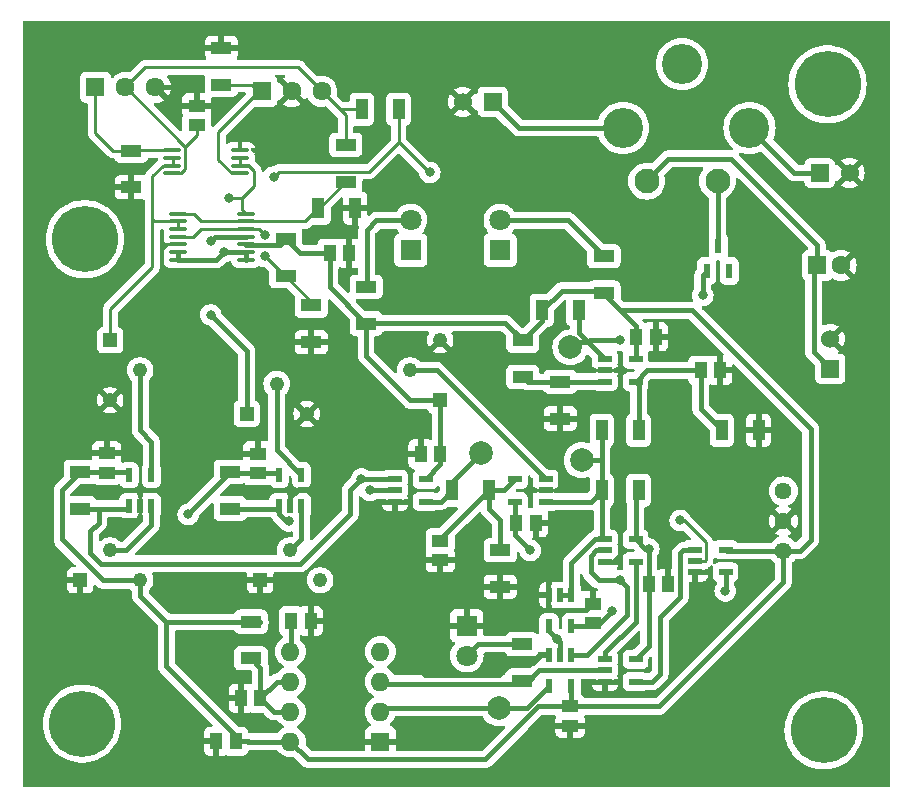
<source format=gbr>
%TF.GenerationSoftware,KiCad,Pcbnew,8.0.0*%
%TF.CreationDate,2024-04-17T16:31:31+02:00*%
%TF.ProjectId,BSPD,42535044-2e6b-4696-9361-645f70636258,rev?*%
%TF.SameCoordinates,Original*%
%TF.FileFunction,Copper,L1,Top*%
%TF.FilePolarity,Positive*%
%FSLAX46Y46*%
G04 Gerber Fmt 4.6, Leading zero omitted, Abs format (unit mm)*
G04 Created by KiCad (PCBNEW 8.0.0) date 2024-04-17 16:31:31*
%MOMM*%
%LPD*%
G01*
G04 APERTURE LIST*
G04 Aperture macros list*
%AMRoundRect*
0 Rectangle with rounded corners*
0 $1 Rounding radius*
0 $2 $3 $4 $5 $6 $7 $8 $9 X,Y pos of 4 corners*
0 Add a 4 corners polygon primitive as box body*
4,1,4,$2,$3,$4,$5,$6,$7,$8,$9,$2,$3,0*
0 Add four circle primitives for the rounded corners*
1,1,$1+$1,$2,$3*
1,1,$1+$1,$4,$5*
1,1,$1+$1,$6,$7*
1,1,$1+$1,$8,$9*
0 Add four rect primitives between the rounded corners*
20,1,$1+$1,$2,$3,$4,$5,0*
20,1,$1+$1,$4,$5,$6,$7,0*
20,1,$1+$1,$6,$7,$8,$9,0*
20,1,$1+$1,$8,$9,$2,$3,0*%
G04 Aperture macros list end*
%TA.AperFunction,ComponentPad*%
%ADD10C,5.600000*%
%TD*%
%TA.AperFunction,SMDPad,CuDef*%
%ADD11RoundRect,0.100000X0.637500X0.100000X-0.637500X0.100000X-0.637500X-0.100000X0.637500X-0.100000X0*%
%TD*%
%TA.AperFunction,SMDPad,CuDef*%
%ADD12R,0.600000X1.150000*%
%TD*%
%TA.AperFunction,SMDPad,CuDef*%
%ADD13R,1.070000X1.470000*%
%TD*%
%TA.AperFunction,SMDPad,CuDef*%
%ADD14R,1.150000X0.600000*%
%TD*%
%TA.AperFunction,ComponentPad*%
%ADD15R,1.530000X1.530000*%
%TD*%
%TA.AperFunction,ComponentPad*%
%ADD16C,1.530000*%
%TD*%
%TA.AperFunction,ComponentPad*%
%ADD17C,1.440000*%
%TD*%
%TA.AperFunction,ComponentPad*%
%ADD18R,1.217000X1.217000*%
%TD*%
%TA.AperFunction,ComponentPad*%
%ADD19C,1.217000*%
%TD*%
%TA.AperFunction,SMDPad,CuDef*%
%ADD20R,1.050000X1.800000*%
%TD*%
%TA.AperFunction,SMDPad,CuDef*%
%ADD21R,1.800000X1.050000*%
%TD*%
%TA.AperFunction,ComponentPad*%
%ADD22R,1.600000X1.600000*%
%TD*%
%TA.AperFunction,ComponentPad*%
%ADD23O,1.600000X1.600000*%
%TD*%
%TA.AperFunction,ComponentPad*%
%ADD24R,1.800000X1.800000*%
%TD*%
%TA.AperFunction,ComponentPad*%
%ADD25C,1.800000*%
%TD*%
%TA.AperFunction,SMDPad,CuDef*%
%ADD26R,1.470000X1.070000*%
%TD*%
%TA.AperFunction,SMDPad,CuDef*%
%ADD27C,2.000000*%
%TD*%
%TA.AperFunction,ComponentPad*%
%ADD28C,2.100000*%
%TD*%
%TA.AperFunction,ComponentPad*%
%ADD29C,3.400000*%
%TD*%
%TA.AperFunction,ComponentPad*%
%ADD30C,1.600000*%
%TD*%
%TA.AperFunction,SMDPad,CuDef*%
%ADD31R,0.600000X1.300000*%
%TD*%
%TA.AperFunction,ComponentPad*%
%ADD32R,1.610000X1.610000*%
%TD*%
%TA.AperFunction,ComponentPad*%
%ADD33C,1.610000*%
%TD*%
%TA.AperFunction,ViaPad*%
%ADD34C,0.800000*%
%TD*%
%TA.AperFunction,Conductor*%
%ADD35C,0.250000*%
%TD*%
%TA.AperFunction,Conductor*%
%ADD36C,0.400000*%
%TD*%
G04 APERTURE END LIST*
D10*
%TO.P,,1*%
%TO.N,N/C*%
X164541200Y-111760000D03*
%TD*%
%TO.P,,1*%
%TO.N,N/C*%
X101981000Y-70180200D03*
%TD*%
%TO.P,,1*%
%TO.N,N/C*%
X101752400Y-111201200D03*
%TD*%
%TO.P,,1*%
%TO.N,N/C*%
X164871400Y-57073800D03*
%TD*%
D11*
%TO.P,CP5,1*%
%TO.N,SCS Compliance*%
X115638500Y-71927000D03*
%TO.P,CP5,2*%
X115638500Y-71277000D03*
%TO.P,CP5,3,V+*%
%TO.N,+5V*%
X115638500Y-70627000D03*
%TO.P,CP5,4,-*%
%TO.N,BPS Signal*%
X115638500Y-69977000D03*
%TO.P,CP5,5,+*%
%TO.N,/4.25V*%
X115638500Y-69327000D03*
%TO.P,CP5,6,-*%
%TO.N,/0.75V*%
X115638500Y-68677000D03*
%TO.P,CP5,7,+*%
%TO.N,BPS Signal*%
X115638500Y-68027000D03*
%TO.P,CP5,8,-*%
%TO.N,/0.75V*%
X109913500Y-68027000D03*
%TO.P,CP5,9,+*%
%TO.N,Current Sensor IN*%
X109913500Y-68677000D03*
%TO.P,CP5,10,-*%
X109913500Y-69327000D03*
%TO.P,CP5,11,+*%
%TO.N,/4.25V*%
X109913500Y-69977000D03*
%TO.P,CP5,12,V-*%
%TO.N,0*%
X109913500Y-70627000D03*
%TO.P,CP5,13*%
%TO.N,SCS Compliance*%
X109913500Y-71277000D03*
%TO.P,CP5,14*%
X109913500Y-71927000D03*
%TD*%
D12*
%TO.P,G2,1,A*%
%TO.N,Del*%
X143190000Y-100300000D03*
%TO.P,G2,2,B*%
X142240000Y-100300000D03*
%TO.P,G2,3,GND*%
%TO.N,0*%
X141290000Y-100300000D03*
%TO.P,G2,4,Y*%
%TO.N,Net-(G2-Y)*%
X141290000Y-102900000D03*
%TO.P,G2,5,VCC*%
%TO.N,+5V*%
X143190000Y-102900000D03*
%TD*%
D13*
%TO.P,C7,1*%
%TO.N,+5V*%
X138510641Y-94192119D03*
%TO.P,C7,2*%
%TO.N,0*%
X140150641Y-94192119D03*
%TD*%
D14*
%TO.P,G4,1,A*%
%TO.N,Del*%
X146020000Y-95570000D03*
%TO.P,G4,2,B*%
%TO.N,Trigg*%
X146020000Y-96520000D03*
%TO.P,G4,3,GND*%
%TO.N,0*%
X146020000Y-97470000D03*
%TO.P,G4,4,Y*%
%TO.N,Net-(G4-Y)*%
X148620000Y-97470000D03*
%TO.P,G4,5,VCC*%
%TO.N,+5V*%
X148620000Y-95570000D03*
%TD*%
D15*
%TO.P,J4,1,1*%
%TO.N,SC out*%
X136525000Y-58547000D03*
D16*
%TO.P,J4,2,2*%
%TO.N,0*%
X133985000Y-58547000D03*
%TD*%
D17*
%TO.P,U1,1,+VIN*%
%TO.N,+12V*%
X161136000Y-91501500D03*
%TO.P,U1,2,GND*%
%TO.N,0*%
X161136000Y-94041500D03*
%TO.P,U1,3,+VOUT*%
%TO.N,+5V*%
X161136000Y-96581500D03*
%TD*%
D18*
%TO.P,RV5,1,CCW*%
%TO.N,0*%
X116840000Y-99060000D03*
D19*
%TO.P,RV5,2,WIPER*%
%TO.N,Net-(CP2-IN-)*%
X119380000Y-96520000D03*
%TO.P,RV5,3,CW*%
%TO.N,+5V*%
X121920000Y-99060000D03*
%TD*%
D20*
%TO.P,R2,1*%
%TO.N,Logic out*%
X133070000Y-91440000D03*
%TO.P,R2,2*%
%TO.N,Net-(CP3-IN+)*%
X136170000Y-91440000D03*
%TD*%
D14*
%TO.P,G5,1,A*%
%TO.N,Net-(G4-Y)*%
X146020000Y-105730000D03*
%TO.P,G5,2,B*%
%TO.N,StayAlive*%
X146020000Y-106680000D03*
%TO.P,G5,3,GND*%
%TO.N,0*%
X146020000Y-107630000D03*
%TO.P,G5,4,Y*%
%TO.N,BSPDE*%
X148620000Y-107630000D03*
%TO.P,G5,5,VCC*%
%TO.N,+5V*%
X148620000Y-105730000D03*
%TD*%
D21*
%TO.P,R4,1*%
%TO.N,+5V*%
X139052725Y-78749257D03*
%TO.P,R4,2*%
%TO.N,Net-(CP4-IN-)*%
X139052725Y-81849257D03*
%TD*%
D22*
%TO.P,TI1,1,GND*%
%TO.N,0*%
X127008945Y-112718181D03*
D23*
%TO.P,TI1,2,TRIGGER*%
%TO.N,Trigg Signal*%
X127008945Y-110178181D03*
%TO.P,TI1,3,OUTPUT*%
%TO.N,StayAlive*%
X127008945Y-107638181D03*
%TO.P,TI1,4,RESET*%
%TO.N,Net-(G2-Y)*%
X127008945Y-105098181D03*
%TO.P,TI1,5,CONTROL_VOLTAGE*%
%TO.N,Net-(TI1-CONTROL_VOLTAGE)*%
X119388945Y-105098181D03*
%TO.P,TI1,6,THRESHOLD*%
%TO.N,Net-(TI1-DISCHARGE)*%
X119388945Y-107638181D03*
%TO.P,TI1,7,DISCHARGE*%
X119388945Y-110178181D03*
%TO.P,TI1,8,+VCC*%
%TO.N,+5V*%
X119388945Y-112718181D03*
%TD*%
D24*
%TO.P,D1,1,K*%
%TO.N,0*%
X134330177Y-102896180D03*
D25*
%TO.P,D1,2,A*%
%TO.N,Net-(D1-A)*%
X134330177Y-105436180D03*
%TD*%
D20*
%TO.P,R22,1*%
%TO.N,+5V*%
X125450000Y-59182000D03*
%TO.P,R22,2*%
%TO.N,SCS Compliance*%
X128550000Y-59182000D03*
%TD*%
D12*
%TO.P,G3,1,A*%
%TO.N,Trigg*%
X143190000Y-105380000D03*
%TO.P,G3,2,B*%
%TO.N,Net-(G2-Y)*%
X142240000Y-105380000D03*
%TO.P,G3,3,GND*%
%TO.N,0*%
X141290000Y-105380000D03*
%TO.P,G3,4,Y*%
%TO.N,Trigg Signal*%
X141290000Y-107980000D03*
%TO.P,G3,5,VCC*%
%TO.N,+5V*%
X143190000Y-107980000D03*
%TD*%
%TO.P,CP1,1,OUT*%
%TO.N,Net-(CP1-OUT)*%
X105730000Y-92740000D03*
%TO.P,CP1,2,VCC-*%
%TO.N,0*%
X106680000Y-92740000D03*
%TO.P,CP1,3,IN-*%
%TO.N,Net-(CP1-IN-)*%
X107630000Y-92740000D03*
%TO.P,CP1,4,IN+*%
%TO.N,Net-(CP1-IN+)*%
X107630000Y-90140000D03*
%TO.P,CP1,5,VCC+*%
%TO.N,+5V*%
X105730000Y-90140000D03*
%TD*%
D26*
%TO.P,C10,1*%
%TO.N,+5V*%
X144996793Y-102678091D03*
%TO.P,C10,2*%
%TO.N,0*%
X144996793Y-101038091D03*
%TD*%
%TO.P,C14,1*%
%TO.N,+5V*%
X103826525Y-89941713D03*
%TO.P,C14,2*%
%TO.N,0*%
X103826525Y-88301713D03*
%TD*%
D20*
%TO.P,R7,1*%
%TO.N,Del*%
X145770000Y-86360000D03*
%TO.P,R7,2*%
%TO.N,Net-(CP4-IN+)*%
X148870000Y-86360000D03*
%TD*%
D13*
%TO.P,C13,1*%
%TO.N,+5V*%
X149745317Y-99377893D03*
%TO.P,C13,2*%
%TO.N,0*%
X151385317Y-99377893D03*
%TD*%
D14*
%TO.P,G6,1,A*%
%TO.N,BSPDE*%
X153640000Y-96459000D03*
%TO.P,G6,2,B*%
%TO.N,SCS Compliance*%
X153640000Y-97409000D03*
%TO.P,G6,3,GND*%
%TO.N,0*%
X153640000Y-98359000D03*
%TO.P,G6,4,Y*%
%TO.N,Net-(G6-Y)*%
X156240000Y-98359000D03*
%TO.P,G6,5,VCC*%
%TO.N,+5V*%
X156240000Y-96459000D03*
%TD*%
D27*
%TO.P,TP3,1,1*%
%TO.N,Del*%
X144055444Y-88887924D03*
%TD*%
D21*
%TO.P,R19,1*%
%TO.N,/4.25V*%
X118999000Y-73305000D03*
%TO.P,R19,2*%
%TO.N,+5V*%
X118999000Y-70205000D03*
%TD*%
D28*
%TO.P,K1,1*%
%TO.N,Net-(K1-Pad1)*%
X155558500Y-65260500D03*
D29*
%TO.P,K1,2*%
%TO.N,SC in*%
X158258500Y-60760500D03*
%TO.P,K1,3*%
%TO.N,unconnected-(K1-Pad3)*%
X152558500Y-55360500D03*
%TO.P,K1,4*%
%TO.N,SC out*%
X147558500Y-60760500D03*
D28*
%TO.P,K1,5*%
%TO.N,+12V*%
X149558500Y-65260500D03*
%TD*%
D21*
%TO.P,R15,1*%
%TO.N,Net-(D3-A)*%
X125811056Y-74226009D03*
%TO.P,R15,2*%
%TO.N,+5V*%
X125811056Y-77326009D03*
%TD*%
D18*
%TO.P,RV1,1,CCW*%
%TO.N,Current Sensor IN*%
X104140000Y-78740000D03*
D19*
%TO.P,RV1,2,WIPER*%
%TO.N,Net-(CP1-IN+)*%
X106680000Y-81280000D03*
%TO.P,RV1,3,CW*%
%TO.N,0*%
X104140000Y-83820000D03*
%TD*%
D18*
%TO.P,RV4,1,CCW*%
%TO.N,0*%
X101600000Y-99060000D03*
D19*
%TO.P,RV4,2,WIPER*%
%TO.N,Net-(CP1-IN-)*%
X104140000Y-96520000D03*
%TO.P,RV4,3,CW*%
%TO.N,+5V*%
X106680000Y-99060000D03*
%TD*%
D20*
%TO.P,R8,1*%
%TO.N,0*%
X159030000Y-86360000D03*
%TO.P,R8,2*%
%TO.N,Net-(CP4-IN+)*%
X155930000Y-86360000D03*
%TD*%
D13*
%TO.P,C11,1*%
%TO.N,+5V*%
X148666660Y-78426525D03*
%TO.P,C11,2*%
%TO.N,0*%
X150306660Y-78426525D03*
%TD*%
D20*
%TO.P,R1,1*%
%TO.N,Del*%
X145770000Y-91440000D03*
%TO.P,R1,2*%
%TO.N,+5V*%
X148870000Y-91440000D03*
%TD*%
D13*
%TO.P,C2,1*%
%TO.N,Net-(CP4-IN+)*%
X154120000Y-81280000D03*
%TO.P,C2,2*%
%TO.N,0*%
X155760000Y-81280000D03*
%TD*%
D26*
%TO.P,C16,1*%
%TO.N,+5V*%
X111448000Y-60510000D03*
%TO.P,C16,2*%
%TO.N,0*%
X111448000Y-58870000D03*
%TD*%
D18*
%TO.P,RV2,1,CCW*%
%TO.N,BPS Signal*%
X115697000Y-84963000D03*
D19*
%TO.P,RV2,2,WIPER*%
%TO.N,Net-(CP2-IN+)*%
X118237000Y-82423000D03*
%TO.P,RV2,3,CW*%
%TO.N,0*%
X120777000Y-84963000D03*
%TD*%
D21*
%TO.P,R11,1*%
%TO.N,Net-(TI1-DISCHARGE)*%
X116054103Y-105661595D03*
%TO.P,R11,2*%
%TO.N,+5V*%
X116054103Y-102561595D03*
%TD*%
D24*
%TO.P,D2,1,K*%
%TO.N,Net-(CP2-OUT)*%
X137160000Y-71120000D03*
D25*
%TO.P,D2,2,A*%
%TO.N,Net-(D2-A)*%
X137160000Y-68580000D03*
%TD*%
D15*
%TO.P,J3,1,1*%
%TO.N,+12V*%
X165100000Y-81153000D03*
D16*
%TO.P,J3,2,2*%
%TO.N,0*%
X165100000Y-78613000D03*
%TD*%
D24*
%TO.P,D3,1,K*%
%TO.N,Net-(CP1-OUT)*%
X129579341Y-71120000D03*
D25*
%TO.P,D3,2,A*%
%TO.N,Net-(D3-A)*%
X129579341Y-68580000D03*
%TD*%
D21*
%TO.P,R14,1*%
%TO.N,Net-(D1-A)*%
X138991482Y-104461767D03*
%TO.P,R14,2*%
%TO.N,StayAlive*%
X138991482Y-107561767D03*
%TD*%
%TO.P,R21,1*%
%TO.N,Raw BPS Signal*%
X113560000Y-57084001D03*
%TO.P,R21,2*%
%TO.N,0*%
X113560000Y-53984001D03*
%TD*%
D13*
%TO.P,C6,2*%
%TO.N,0*%
X113124400Y-112699800D03*
%TO.P,C6,1*%
%TO.N,+5V*%
X114764400Y-112699800D03*
%TD*%
D27*
%TO.P,TP1,1,1*%
%TO.N,Trigg Signal*%
X137051316Y-109908327D03*
%TD*%
D21*
%TO.P,R3,1*%
%TO.N,0*%
X137160000Y-99620000D03*
%TO.P,R3,2*%
%TO.N,Net-(CP3-IN+)*%
X137160000Y-96520000D03*
%TD*%
D20*
%TO.P,R6,1*%
%TO.N,Trigg*%
X143790000Y-76200000D03*
%TO.P,R6,2*%
%TO.N,+5V*%
X140690000Y-76200000D03*
%TD*%
D22*
%TO.P,C5,1*%
%TO.N,+12V*%
X164017888Y-72390000D03*
D30*
%TO.P,C5,2*%
%TO.N,0*%
X166017888Y-72390000D03*
%TD*%
D26*
%TO.P,C12,1*%
%TO.N,+5V*%
X116657137Y-89974906D03*
%TO.P,C12,2*%
%TO.N,0*%
X116657137Y-88334906D03*
%TD*%
D31*
%TO.P,Q1,1*%
%TO.N,Net-(G6-Y)*%
X154659000Y-72866000D03*
%TO.P,Q1,2*%
%TO.N,GND*%
X156559000Y-72866000D03*
%TO.P,Q1,3*%
%TO.N,Net-(K1-Pad1)*%
X155609000Y-70766000D03*
%TD*%
D21*
%TO.P,R20,1*%
%TO.N,0*%
X121158000Y-78893000D03*
%TO.P,R20,2*%
%TO.N,/4.25V*%
X121158000Y-75793000D03*
%TD*%
D14*
%TO.P,CP3,1,OUT*%
%TO.N,Del*%
X141000000Y-92390000D03*
%TO.P,CP3,2,VCC-*%
%TO.N,0*%
X141000000Y-91440000D03*
%TO.P,CP3,3,IN-*%
%TO.N,Net-(CP3-IN-)*%
X141000000Y-90490000D03*
%TO.P,CP3,4,IN+*%
%TO.N,Net-(CP3-IN+)*%
X138400000Y-90490000D03*
%TO.P,CP3,5,VCC+*%
%TO.N,+5V*%
X138400000Y-92390000D03*
%TD*%
D21*
%TO.P,R16,1*%
%TO.N,+5V*%
X145937287Y-74709219D03*
%TO.P,R16,2*%
%TO.N,Net-(D2-A)*%
X145937287Y-71609219D03*
%TD*%
D13*
%TO.P,C8,1*%
%TO.N,+5V*%
X132070780Y-88369796D03*
%TO.P,C8,2*%
%TO.N,0*%
X130430780Y-88369796D03*
%TD*%
D20*
%TO.P,R18,1*%
%TO.N,0*%
X124867000Y-67564000D03*
%TO.P,R18,2*%
%TO.N,/0.75V*%
X121767000Y-67564000D03*
%TD*%
D21*
%TO.P,R23,1*%
%TO.N,Raw Current Sensor*%
X105918000Y-62686600D03*
%TO.P,R23,2*%
%TO.N,0*%
X105918000Y-65786600D03*
%TD*%
D32*
%TO.P,J2,1,1*%
%TO.N,Raw BPS Signal*%
X116967000Y-57658000D03*
D33*
%TO.P,J2,2,2*%
%TO.N,0*%
X119507000Y-57658000D03*
%TO.P,J2,3,3*%
%TO.N,+5V*%
X122047000Y-57658000D03*
%TD*%
D18*
%TO.P,RV3,1,CCW*%
%TO.N,+5V*%
X132080000Y-83820000D03*
D19*
%TO.P,RV3,2,WIPER*%
%TO.N,Net-(CP3-IN-)*%
X129540000Y-81280000D03*
%TO.P,RV3,3,CW*%
%TO.N,0*%
X132080000Y-78740000D03*
%TD*%
D13*
%TO.P,C15,1*%
%TO.N,+5V*%
X122751000Y-71374000D03*
%TO.P,C15,2*%
%TO.N,0*%
X124391000Y-71374000D03*
%TD*%
%TO.P,C4,1*%
%TO.N,Net-(TI1-DISCHARGE)*%
X116861316Y-109064947D03*
%TO.P,C4,2*%
%TO.N,0*%
X115221316Y-109064947D03*
%TD*%
D15*
%TO.P,J5,1,1*%
%TO.N,SC in*%
X164195000Y-64568000D03*
D16*
%TO.P,J5,2,2*%
%TO.N,0*%
X166735000Y-64568000D03*
%TD*%
D11*
%TO.P,DU1,8,V+*%
%TO.N,+5V*%
X109405500Y-64602000D03*
%TO.P,DU1,7*%
%TO.N,Current Sensor IN*%
X109405500Y-63952000D03*
%TO.P,DU1,6,-*%
X109405500Y-63302000D03*
%TO.P,DU1,5,+*%
%TO.N,Raw Current Sensor*%
X109405500Y-62652000D03*
%TO.P,DU1,4,V-*%
%TO.N,0*%
X115130500Y-62652000D03*
%TO.P,DU1,3*%
%TO.N,BPS Signal*%
X115130500Y-63302000D03*
%TO.P,DU1,2,-*%
X115130500Y-63952000D03*
%TO.P,DU1,1,+*%
%TO.N,Raw BPS Signal*%
X115130500Y-64602000D03*
%TD*%
D21*
%TO.P,R17,1*%
%TO.N,/0.75V*%
X124079000Y-65304000D03*
%TO.P,R17,2*%
%TO.N,+5V*%
X124079000Y-62204000D03*
%TD*%
D14*
%TO.P,CP4,1,OUT*%
%TO.N,Trigg*%
X146020000Y-80330000D03*
%TO.P,CP4,2,VCC-*%
%TO.N,0*%
X146020000Y-81280000D03*
%TO.P,CP4,3,IN-*%
%TO.N,Net-(CP4-IN-)*%
X146020000Y-82230000D03*
%TO.P,CP4,4,IN+*%
%TO.N,Net-(CP4-IN+)*%
X148620000Y-82230000D03*
%TO.P,CP4,5,VCC+*%
%TO.N,+5V*%
X148620000Y-80330000D03*
%TD*%
D21*
%TO.P,R10,1*%
%TO.N,Net-(CP2-OUT)*%
X114300000Y-92990000D03*
%TO.P,R10,2*%
%TO.N,+5V*%
X114300000Y-89890000D03*
%TD*%
D26*
%TO.P,C1,1*%
%TO.N,Net-(CP3-IN+)*%
X132080000Y-95700000D03*
%TO.P,C1,2*%
%TO.N,0*%
X132080000Y-97340000D03*
%TD*%
D21*
%TO.P,R9,1*%
%TO.N,Net-(CP1-OUT)*%
X101600000Y-92990000D03*
%TO.P,R9,2*%
%TO.N,+5V*%
X101600000Y-89890000D03*
%TD*%
D14*
%TO.P,G1,1,A*%
%TO.N,Net-(CP1-OUT)*%
X128240000Y-90490000D03*
%TO.P,G1,2,B*%
%TO.N,Net-(CP2-OUT)*%
X128240000Y-91440000D03*
%TO.P,G1,3,GND*%
%TO.N,0*%
X128240000Y-92390000D03*
%TO.P,G1,4,Y*%
%TO.N,Logic out*%
X130840000Y-92390000D03*
%TO.P,G1,5,VCC*%
%TO.N,+5V*%
X130840000Y-90490000D03*
%TD*%
D32*
%TO.P,J1,1,1*%
%TO.N,Raw Current Sensor*%
X102892000Y-57312001D03*
D33*
%TO.P,J1,2,2*%
%TO.N,+5V*%
X105432000Y-57312001D03*
%TO.P,J1,3,3*%
%TO.N,0*%
X107972000Y-57312001D03*
%TD*%
D27*
%TO.P,TP4,1,1*%
%TO.N,Logic out*%
X135489466Y-88320355D03*
%TD*%
D12*
%TO.P,CP2,1,OUT*%
%TO.N,Net-(CP2-OUT)*%
X118430000Y-92740000D03*
%TO.P,CP2,2,VCC-*%
%TO.N,0*%
X119380000Y-92740000D03*
%TO.P,CP2,3,IN-*%
%TO.N,Net-(CP2-IN-)*%
X120330000Y-92740000D03*
%TO.P,CP2,4,IN+*%
%TO.N,Net-(CP2-IN+)*%
X120330000Y-90140000D03*
%TO.P,CP2,5,VCC+*%
%TO.N,+5V*%
X118430000Y-90140000D03*
%TD*%
D27*
%TO.P,TP2,1,1*%
%TO.N,Trigg*%
X143095409Y-79329644D03*
%TD*%
D26*
%TO.P,C9,1*%
%TO.N,+5V*%
X143081373Y-109735008D03*
%TO.P,C9,2*%
%TO.N,0*%
X143081373Y-111375008D03*
%TD*%
D13*
%TO.P,C3,1*%
%TO.N,0*%
X121101379Y-102505323D03*
%TO.P,C3,2*%
%TO.N,Net-(TI1-CONTROL_VOLTAGE)*%
X119461379Y-102505323D03*
%TD*%
D21*
%TO.P,R5,1*%
%TO.N,Net-(CP4-IN-)*%
X142240000Y-82270000D03*
%TO.P,R5,2*%
%TO.N,0*%
X142240000Y-85370000D03*
%TD*%
D34*
%TO.N,0*%
X154305000Y-100330000D03*
%TO.N,Net-(CP1-OUT)*%
X125410000Y-90490000D03*
%TO.N,+5V*%
X146595500Y-101692134D03*
X139700000Y-96520000D03*
X149733000Y-96393000D03*
X110744000Y-93472000D03*
%TO.N,Net-(CP2-OUT)*%
X119251221Y-94028303D03*
X126133745Y-91453326D03*
%TO.N,Trigg*%
X147320000Y-99060000D03*
X147320000Y-78740000D03*
%TO.N,BPS Signal*%
X114173000Y-66675000D03*
X112649000Y-76581000D03*
X112649000Y-70358000D03*
%TO.N,Net-(G2-Y)*%
X141991185Y-104052914D03*
%TO.N,Net-(G6-Y)*%
X154305000Y-74930000D03*
X156210000Y-99949000D03*
%TO.N,SCS Compliance*%
X113792000Y-71247000D03*
X131191000Y-64516000D03*
X152400000Y-93980000D03*
X117983000Y-64897000D03*
%TO.N,/4.25V*%
X117221000Y-69850000D03*
X117221000Y-71628000D03*
%TD*%
D35*
%TO.N,Current Sensor IN*%
X107696000Y-64871600D02*
X108615600Y-63952000D01*
X107696000Y-68326000D02*
X107696000Y-64871600D01*
X108615600Y-63952000D02*
X109405500Y-63952000D01*
%TO.N,Raw Current Sensor*%
X105967599Y-62637001D02*
X105918000Y-62686600D01*
X109427500Y-62637001D02*
X105967599Y-62637001D01*
X104386600Y-62686600D02*
X105918000Y-62686600D01*
X102892000Y-61192000D02*
X104386600Y-62686600D01*
D36*
%TO.N,+5V*%
X115831019Y-112718181D02*
X119388945Y-112718181D01*
X108889831Y-102590000D02*
X108889831Y-106349831D01*
X115812638Y-112699800D02*
X115831019Y-112718181D01*
X108889831Y-106349831D02*
X114764400Y-112224400D01*
X114764400Y-112699800D02*
X115812638Y-112699800D01*
X114764400Y-112224400D02*
X114764400Y-112699800D01*
X140383520Y-109735008D02*
X143081373Y-109735008D01*
X135894728Y-114223800D02*
X140383520Y-109735008D01*
X119388945Y-112718181D02*
X120894564Y-114223800D01*
X120894564Y-114223800D02*
X135894728Y-114223800D01*
%TO.N,Net-(CP3-IN+)*%
X137160000Y-93980000D02*
X137160000Y-96520000D01*
X137450000Y-91440000D02*
X138400000Y-90490000D01*
X136170000Y-91440000D02*
X136170000Y-92990000D01*
X136170000Y-92990000D02*
X137160000Y-93980000D01*
X136170000Y-91440000D02*
X137450000Y-91440000D01*
X136170000Y-91440000D02*
X132080000Y-95530000D01*
%TO.N,0*%
X151385317Y-95632317D02*
X151384000Y-95631000D01*
X120082000Y-91313000D02*
X122301000Y-91313000D01*
X153640000Y-98359000D02*
X153640000Y-99665000D01*
X144434884Y-101600000D02*
X139700000Y-101600000D01*
D35*
X108951000Y-70627000D02*
X108458000Y-71120000D01*
D36*
X107972000Y-57312001D02*
X109692999Y-57312001D01*
X109692999Y-57312001D02*
X109728000Y-57277000D01*
D35*
X109913500Y-70627000D02*
X108951000Y-70627000D01*
D36*
X146745000Y-97470000D02*
X147320000Y-96895000D01*
X137033000Y-107061000D02*
X130810000Y-107061000D01*
X130810000Y-107061000D02*
X130048000Y-106299000D01*
X139925000Y-106045000D02*
X138049000Y-106045000D01*
X119380000Y-92015000D02*
X120082000Y-91313000D01*
X144996793Y-101038091D02*
X144434884Y-101600000D01*
X141290000Y-105380000D02*
X140590000Y-105380000D01*
X153640000Y-99665000D02*
X154305000Y-100330000D01*
D35*
X108458000Y-71120000D02*
X108458000Y-73152000D01*
D36*
X119380000Y-92740000D02*
X119380000Y-92015000D01*
X151385317Y-99377893D02*
X151385317Y-95632317D01*
X146020000Y-97470000D02*
X146745000Y-97470000D01*
X147320000Y-96895000D02*
X147320000Y-89027000D01*
X140590000Y-105380000D02*
X139925000Y-106045000D01*
X138049000Y-106045000D02*
X137033000Y-107061000D01*
%TO.N,Net-(CP4-IN+)*%
X154120000Y-81280000D02*
X154120000Y-84550000D01*
X154120000Y-81280000D02*
X149570000Y-81280000D01*
X149570000Y-81280000D02*
X148620000Y-82230000D01*
X148870000Y-86360000D02*
X148870000Y-82480000D01*
X148870000Y-82480000D02*
X148620000Y-82230000D01*
X154120000Y-84550000D02*
X155930000Y-86360000D01*
%TO.N,Net-(TI1-CONTROL_VOLTAGE)*%
X119461379Y-102505323D02*
X119461379Y-105025747D01*
X119461379Y-105025747D02*
X119388945Y-105098181D01*
%TO.N,Net-(TI1-DISCHARGE)*%
X119388945Y-107638181D02*
X118288082Y-107638181D01*
X116861316Y-109064947D02*
X116861316Y-106468808D01*
X116861316Y-106468808D02*
X116054103Y-105661595D01*
X118288082Y-107638181D02*
X116861316Y-109064947D01*
X119388945Y-110178181D02*
X117974550Y-110178181D01*
X117974550Y-110178181D02*
X116861316Y-109064947D01*
%TO.N,Net-(CP1-IN-)*%
X107630000Y-94372683D02*
X107630000Y-92740000D01*
X105482683Y-96520000D02*
X107630000Y-94372683D01*
X104140000Y-96520000D02*
X105482683Y-96520000D01*
%TO.N,Net-(CP1-OUT)*%
X103150000Y-92990000D02*
X105480000Y-92990000D01*
X101600000Y-92990000D02*
X103150000Y-92990000D01*
X124460000Y-93445000D02*
X124460000Y-91440000D01*
X103150000Y-92990000D02*
X103150000Y-94179002D01*
X102449431Y-96723694D02*
X103393981Y-97668244D01*
X120236756Y-97668244D02*
X124460000Y-93445000D01*
X103150000Y-94179002D02*
X102449431Y-94879571D01*
X102449431Y-94879571D02*
X102449431Y-96723694D01*
X125410000Y-90490000D02*
X128240000Y-90490000D01*
X124460000Y-91440000D02*
X125410000Y-90490000D01*
X103393981Y-97668244D02*
X120236756Y-97668244D01*
X105480000Y-92990000D02*
X105730000Y-92740000D01*
%TO.N,Net-(CP1-IN+)*%
X106680000Y-81280000D02*
X106680000Y-86360000D01*
X106680000Y-86360000D02*
X107630000Y-87310000D01*
X107630000Y-87310000D02*
X107630000Y-90140000D01*
%TO.N,+5V*%
X147320000Y-76200000D02*
X153416000Y-76200000D01*
X125793257Y-80073257D02*
X125793257Y-77343808D01*
X116840000Y-102590000D02*
X108889831Y-102590000D01*
D35*
X118843047Y-70358000D02*
X118808048Y-70323001D01*
D36*
X118554000Y-70650000D02*
X115661500Y-70650000D01*
X146595500Y-101692134D02*
X145387634Y-102900000D01*
X110744000Y-93446000D02*
X110744000Y-93472000D01*
X140690000Y-76200000D02*
X142355167Y-74534833D01*
X114384906Y-89974906D02*
X118264906Y-89974906D01*
X101600000Y-89890000D02*
X100050000Y-91440000D01*
D35*
X125450000Y-59182000D02*
X123571000Y-59182000D01*
D36*
X100050000Y-91440000D02*
X100050000Y-95583663D01*
X139052725Y-78749257D02*
X140690000Y-77111982D01*
D35*
X110490000Y-62358189D02*
X110490000Y-64262000D01*
D36*
X132080000Y-83820000D02*
X132080000Y-89250000D01*
X142563397Y-74534833D02*
X142584865Y-74556301D01*
X118999000Y-70205000D02*
X118554000Y-70650000D01*
X122751000Y-74265953D02*
X122751000Y-71374000D01*
X149733000Y-96393000D02*
X149443000Y-96393000D01*
D35*
X105432000Y-57312001D02*
X107118001Y-55626000D01*
D36*
X125793257Y-77343808D02*
X125811056Y-77326009D01*
D35*
X111448000Y-61400189D02*
X110490000Y-62358189D01*
D36*
X125811056Y-77326009D02*
X122751000Y-74265953D01*
X148620000Y-77500000D02*
X148620000Y-80330000D01*
D35*
X105918000Y-57798001D02*
X105432000Y-57312001D01*
D36*
X137586307Y-77282839D02*
X139052725Y-78749257D01*
X156362500Y-96581500D02*
X156240000Y-96459000D01*
D35*
X107118001Y-55626000D02*
X120015000Y-55626000D01*
D36*
X105480000Y-89890000D02*
X105730000Y-90140000D01*
D35*
X120015000Y-55626000D02*
X122047000Y-57658000D01*
X111448000Y-60510000D02*
X111448000Y-61400189D01*
D36*
X138400000Y-95220000D02*
X138400000Y-92390000D01*
X149733000Y-96393000D02*
X149745317Y-96405317D01*
X106680000Y-100380169D02*
X108889831Y-102590000D01*
X114300000Y-89890000D02*
X110744000Y-93446000D01*
X162498500Y-96581500D02*
X161136000Y-96581500D01*
D35*
X124079000Y-59690000D02*
X122047000Y-57658000D01*
X110164999Y-64587001D02*
X109427500Y-64587001D01*
D36*
X115661500Y-70650000D02*
X115638500Y-70627000D01*
X148620000Y-95570000D02*
X148620000Y-91690000D01*
X161136000Y-96581500D02*
X156362500Y-96581500D01*
X142355167Y-74534833D02*
X142563397Y-74534833D01*
X143190000Y-107980000D02*
X143190000Y-109626381D01*
X103526337Y-99060000D02*
X106680000Y-99060000D01*
X122751000Y-71374000D02*
X120168000Y-71374000D01*
X161136000Y-96581500D02*
X161136000Y-99214000D01*
X132080000Y-89250000D02*
X130840000Y-90490000D01*
X120168000Y-71374000D02*
X118999000Y-70205000D01*
X140690000Y-77111982D02*
X140690000Y-76200000D01*
D35*
X123571000Y-59182000D02*
X122047000Y-57658000D01*
D36*
X125811056Y-77326009D02*
X125854226Y-77282839D01*
X153416000Y-76200000D02*
X163449000Y-86233000D01*
X150614992Y-109735008D02*
X143081373Y-109735008D01*
X129540000Y-83820000D02*
X125793257Y-80073257D01*
X139700000Y-96520000D02*
X138400000Y-95220000D01*
D35*
X105443812Y-57312001D02*
X110490000Y-62358189D01*
D36*
X132080000Y-83820000D02*
X129540000Y-83820000D01*
X145387634Y-102900000D02*
X143190000Y-102900000D01*
D35*
X124079000Y-62204000D02*
X124079000Y-59690000D01*
D36*
X163449000Y-86233000D02*
X163449000Y-95631000D01*
X125854226Y-77282839D02*
X137586307Y-77282839D01*
X145676301Y-74556301D02*
X147320000Y-76200000D01*
X148620000Y-105730000D02*
X149735532Y-104614468D01*
X149443000Y-96393000D02*
X148620000Y-95570000D01*
X147320000Y-76200000D02*
X148620000Y-77500000D01*
X114300000Y-89890000D02*
X114384906Y-89974906D01*
X118264906Y-89974906D02*
X118430000Y-90140000D01*
D35*
X110490000Y-64262000D02*
X110164999Y-64587001D01*
D36*
X100050000Y-95583663D02*
X103526337Y-99060000D01*
X101600000Y-89890000D02*
X105480000Y-89890000D01*
X106680000Y-99060000D02*
X106680000Y-100380169D01*
X142584865Y-74556301D02*
X145676301Y-74556301D01*
X163449000Y-95631000D02*
X162498500Y-96581500D01*
X161136000Y-99214000D02*
X150614992Y-109735008D01*
X118231610Y-89941610D02*
X118430000Y-90140000D01*
X149735532Y-104614468D02*
X149735532Y-99387678D01*
X149745317Y-96405317D02*
X149745317Y-99377893D01*
D35*
X105432000Y-57312001D02*
X105443812Y-57312001D01*
D36*
%TO.N,Net-(CP2-OUT)*%
X114300000Y-92990000D02*
X118180000Y-92990000D01*
X128240000Y-91440000D02*
X126147071Y-91440000D01*
X119251221Y-94028303D02*
X118993303Y-94028303D01*
X118430000Y-93465000D02*
X118430000Y-92740000D01*
X126147071Y-91440000D02*
X126133745Y-91453326D01*
X118993303Y-94028303D02*
X118430000Y-93465000D01*
X118180000Y-92990000D02*
X118430000Y-92740000D01*
%TO.N,Net-(CP2-IN+)*%
X118237000Y-88047000D02*
X120330000Y-90140000D01*
X118237000Y-82423000D02*
X118237000Y-88047000D01*
%TO.N,Net-(CP2-IN-)*%
X120330000Y-95570000D02*
X120330000Y-92740000D01*
X119380000Y-96520000D02*
X120330000Y-95570000D01*
%TO.N,Del*%
X146020000Y-95570000D02*
X145195000Y-95570000D01*
X145195000Y-95570000D02*
X143190000Y-97575000D01*
X143190000Y-97575000D02*
X143190000Y-100300000D01*
X144820000Y-92390000D02*
X145770000Y-91440000D01*
X145770000Y-95320000D02*
X146020000Y-95570000D01*
X145770000Y-88936453D02*
X145770000Y-86360000D01*
X142240000Y-100300000D02*
X143190000Y-100300000D01*
X145721471Y-88887924D02*
X145770000Y-88936453D01*
X144055444Y-88887924D02*
X145721471Y-88887924D01*
X145770000Y-91440000D02*
X145770000Y-95320000D01*
X141000000Y-92390000D02*
X144820000Y-92390000D01*
X145770000Y-91440000D02*
X145770000Y-88936453D01*
%TO.N,Net-(CP3-IN-)*%
X131790000Y-81280000D02*
X141000000Y-90490000D01*
X129540000Y-81280000D02*
X131790000Y-81280000D01*
%TO.N,Trigg*%
X147907694Y-101962277D02*
X144489971Y-105380000D01*
X144489971Y-105380000D02*
X143190000Y-105380000D01*
X144605000Y-78915000D02*
X146020000Y-80330000D01*
X144832139Y-98393394D02*
X145498745Y-99060000D01*
X147907694Y-99647694D02*
X147907694Y-101962277D01*
X146020000Y-96520000D02*
X145295000Y-96520000D01*
X147320000Y-99060000D02*
X147907694Y-99647694D01*
X145498745Y-99060000D02*
X147320000Y-99060000D01*
X144605000Y-78915000D02*
X144780000Y-78740000D01*
X143790000Y-76200000D02*
X143790000Y-78100000D01*
X145295000Y-96520000D02*
X144832139Y-96982861D01*
X143510053Y-78915000D02*
X144605000Y-78915000D01*
X144832139Y-96982861D02*
X144832139Y-98393394D01*
X143790000Y-78100000D02*
X144605000Y-78915000D01*
X144780000Y-78740000D02*
X147320000Y-78740000D01*
%TO.N,Net-(CP4-IN-)*%
X139473468Y-82270000D02*
X139052725Y-81849257D01*
X142240000Y-82270000D02*
X139473468Y-82270000D01*
X146020000Y-82230000D02*
X142280000Y-82230000D01*
%TO.N,Logic out*%
X135489466Y-88320355D02*
X133070000Y-90739821D01*
X130840000Y-92390000D02*
X132120000Y-92390000D01*
X132120000Y-92390000D02*
X133070000Y-91440000D01*
%TO.N,Net-(D1-A)*%
X135304590Y-104461767D02*
X134330177Y-105436180D01*
X138991482Y-104461767D02*
X135304590Y-104461767D01*
%TO.N,Trigg Signal*%
X139415000Y-109855000D02*
X127332126Y-109855000D01*
X127332126Y-109855000D02*
X127008945Y-110178181D01*
X141290000Y-107980000D02*
X139415000Y-109855000D01*
%TO.N,Net-(D2-A)*%
X142908068Y-68580000D02*
X145937287Y-71609219D01*
X137160000Y-68580000D02*
X142908068Y-68580000D01*
%TO.N,StayAlive*%
X140472763Y-106680000D02*
X139341684Y-107811079D01*
X146020000Y-106680000D02*
X140472763Y-106680000D01*
X139341684Y-107811079D02*
X127181843Y-107811079D01*
X127181843Y-107811079D02*
X127008945Y-107638181D01*
%TO.N,BSPDE*%
X150705635Y-106959365D02*
X150035000Y-107630000D01*
X152400000Y-100484434D02*
X150705635Y-102178799D01*
X150705635Y-102178799D02*
X150705635Y-106959365D01*
X153390000Y-96520000D02*
X152654000Y-96520000D01*
X152400000Y-96774000D02*
X152400000Y-100484434D01*
X150035000Y-107630000D02*
X148620000Y-107630000D01*
X152654000Y-96520000D02*
X152400000Y-96774000D01*
D35*
%TO.N,Current Sensor IN*%
X104140000Y-78740000D02*
X104140000Y-76104502D01*
X109427500Y-63937001D02*
X108690001Y-63937001D01*
X109913500Y-68677000D02*
X107920000Y-68677000D01*
X104140000Y-76104502D02*
X107696000Y-72548502D01*
X109427500Y-63287001D02*
X109427500Y-63937001D01*
X107696000Y-72548502D02*
X107696000Y-68326000D01*
X107696000Y-68453000D02*
X107696000Y-68326000D01*
X109913500Y-68677000D02*
X109913500Y-69327000D01*
X107920000Y-68677000D02*
X107696000Y-68453000D01*
%TO.N,BPS Signal*%
X116332000Y-64425189D02*
X116332000Y-65659000D01*
D36*
X113030000Y-69977000D02*
X112649000Y-70358000D01*
D35*
X114173000Y-66675000D02*
X114427000Y-66675000D01*
X116332000Y-65659000D02*
X115316000Y-66675000D01*
D36*
X115638500Y-69977000D02*
X113030000Y-69977000D01*
D35*
X115152500Y-63937001D02*
X115843812Y-63937001D01*
X115843812Y-63937001D02*
X116332000Y-64425189D01*
X115316000Y-66675000D02*
X114173000Y-66675000D01*
D36*
X115697000Y-79629000D02*
X112649000Y-76581000D01*
D35*
X115316000Y-67704500D02*
X115316000Y-66675000D01*
X115152500Y-63287001D02*
X115152500Y-63937001D01*
X115638500Y-68027000D02*
X115316000Y-67704500D01*
D36*
X115697000Y-84963000D02*
X115697000Y-79629000D01*
%TO.N,+12V*%
X156718000Y-63373000D02*
X151384000Y-63373000D01*
X164017888Y-72390000D02*
X163703000Y-72704888D01*
X164017888Y-72390000D02*
X164017888Y-70672888D01*
X164017888Y-70672888D02*
X156718000Y-63373000D01*
X151384000Y-63373000D02*
X149558500Y-65198500D01*
X163703000Y-72704888D02*
X163703000Y-79756000D01*
X163703000Y-79756000D02*
X165100000Y-81153000D01*
X149558500Y-65198500D02*
X149558500Y-65260500D01*
%TO.N,Net-(D3-A)*%
X126682806Y-68580000D02*
X125858486Y-69404320D01*
X125858486Y-74178579D02*
X125811056Y-74226009D01*
X129579341Y-68580000D02*
X126682806Y-68580000D01*
X125858486Y-69404320D02*
X125858486Y-74178579D01*
%TO.N,Net-(K1-Pad1)*%
X155558500Y-65260500D02*
X155558500Y-70715500D01*
X155558500Y-70715500D02*
X155609000Y-70766000D01*
%TO.N,Net-(G2-Y)*%
X141991185Y-104052914D02*
X141290000Y-103351729D01*
X141290000Y-103351729D02*
X141290000Y-102900000D01*
X142240000Y-104301729D02*
X142240000Y-105380000D01*
X141991185Y-104052914D02*
X142240000Y-104301729D01*
%TO.N,Net-(G4-Y)*%
X146020000Y-105155000D02*
X146020000Y-105730000D01*
X148620000Y-102555000D02*
X146020000Y-105155000D01*
X148620000Y-97470000D02*
X148620000Y-102555000D01*
%TO.N,Net-(G6-Y)*%
X156240000Y-99919000D02*
X156240000Y-98359000D01*
X154305000Y-73220000D02*
X154659000Y-72866000D01*
X154305000Y-74930000D02*
X154305000Y-73220000D01*
X156210000Y-99949000D02*
X156240000Y-99919000D01*
D35*
%TO.N,SCS Compliance*%
X152686000Y-93980000D02*
X154559000Y-95853000D01*
X126072000Y-64454000D02*
X128550000Y-61976000D01*
D36*
X113822000Y-71277000D02*
X113792000Y-71247000D01*
D35*
X117983000Y-64897000D02*
X118426000Y-64454000D01*
X154559000Y-97315000D02*
X154465000Y-97409000D01*
X131090000Y-64516000D02*
X131191000Y-64516000D01*
D36*
X113112000Y-71927000D02*
X113792000Y-71247000D01*
D35*
X152400000Y-93980000D02*
X152686000Y-93980000D01*
X154559000Y-95853000D02*
X154559000Y-97315000D01*
D36*
X115638500Y-71277000D02*
X115638500Y-71927000D01*
D35*
X128550000Y-61976000D02*
X128550000Y-59182000D01*
X154465000Y-97409000D02*
X153640000Y-97409000D01*
D36*
X109913500Y-71277000D02*
X109913500Y-71927000D01*
D35*
X118426000Y-64454000D02*
X126072000Y-64454000D01*
D36*
X115638500Y-71277000D02*
X113822000Y-71277000D01*
D35*
X128550000Y-61976000D02*
X131090000Y-64516000D01*
D36*
X109913500Y-71927000D02*
X113112000Y-71927000D01*
D35*
%TO.N,Raw Current Sensor*%
X102892000Y-57312001D02*
X102892000Y-61192000D01*
%TO.N,Raw BPS Signal*%
X114415001Y-64587001D02*
X115152500Y-64587001D01*
X116862000Y-57566001D02*
X113284000Y-61144001D01*
X113284000Y-61144001D02*
X113284000Y-63456000D01*
X113560000Y-57084001D02*
X116126000Y-57084001D01*
X113284000Y-63456000D02*
X114415001Y-64587001D01*
X116126000Y-57084001D02*
X116608000Y-57566001D01*
X116608000Y-57566001D02*
X116862000Y-57566001D01*
D36*
%TO.N,SC out*%
X138738500Y-60760500D02*
X136525000Y-58547000D01*
X147558500Y-60760500D02*
X138738500Y-60760500D01*
%TO.N,SC in*%
X158258500Y-60760500D02*
X162066000Y-64568000D01*
X162066000Y-64568000D02*
X164195000Y-64568000D01*
D35*
%TO.N,/0.75V*%
X115638500Y-68677000D02*
X111857000Y-68677000D01*
X121767000Y-67564000D02*
X120654000Y-68677000D01*
X120654000Y-68677000D02*
X115638500Y-68677000D01*
X111207000Y-68027000D02*
X109913500Y-68027000D01*
X121767000Y-67564000D02*
X121819000Y-67564000D01*
X121819000Y-67564000D02*
X124079000Y-65304000D01*
X111857000Y-68677000D02*
X111207000Y-68027000D01*
%TO.N,/4.25V*%
X116698000Y-69327000D02*
X115638500Y-69327000D01*
X118999000Y-73305000D02*
X118898000Y-73305000D01*
X121158000Y-75464000D02*
X118999000Y-73305000D01*
X111182406Y-69977000D02*
X109913500Y-69977000D01*
X117221000Y-69850000D02*
X116698000Y-69327000D01*
X111832406Y-69327000D02*
X111182406Y-69977000D01*
X118898000Y-73305000D02*
X117221000Y-71628000D01*
X118999000Y-73305000D02*
X118999000Y-73634000D01*
X117221000Y-71628000D02*
X117322000Y-71628000D01*
X115638500Y-69327000D02*
X111832406Y-69327000D01*
X121158000Y-75793000D02*
X121158000Y-75464000D01*
%TD*%
%TA.AperFunction,Conductor*%
%TO.N,0*%
G36*
X135681153Y-110583502D02*
G01*
X135720463Y-110623663D01*
X135827140Y-110797743D01*
X135827141Y-110797744D01*
X135827142Y-110797746D01*
X135981346Y-110978296D01*
X136148441Y-111121008D01*
X136161900Y-111132503D01*
X136364353Y-111256567D01*
X136583722Y-111347432D01*
X136814605Y-111402862D01*
X137051316Y-111421492D01*
X137288027Y-111402862D01*
X137413760Y-111372676D01*
X137484666Y-111376223D01*
X137542400Y-111417543D01*
X137568630Y-111483517D01*
X137555028Y-111553198D01*
X137532267Y-111584290D01*
X135638162Y-113478395D01*
X135575850Y-113512421D01*
X135549067Y-113515300D01*
X128442945Y-113515300D01*
X128374824Y-113495298D01*
X128328331Y-113441642D01*
X128316945Y-113389300D01*
X128316945Y-112972181D01*
X127320631Y-112972181D01*
X127329025Y-112963787D01*
X127381686Y-112872575D01*
X127408945Y-112770842D01*
X127408945Y-112665520D01*
X127381686Y-112563787D01*
X127329025Y-112472575D01*
X127320631Y-112464181D01*
X128316945Y-112464181D01*
X128316945Y-111869595D01*
X128316944Y-111869583D01*
X128310439Y-111809087D01*
X128259389Y-111672216D01*
X128259389Y-111672215D01*
X128171849Y-111555276D01*
X128054910Y-111467736D01*
X127918036Y-111416685D01*
X127908113Y-111415618D01*
X127842522Y-111388445D01*
X127802035Y-111330125D01*
X127799505Y-111259173D01*
X127835736Y-111198117D01*
X127849320Y-111187127D01*
X127853245Y-111184379D01*
X128015143Y-111022481D01*
X128146468Y-110834930D01*
X128146469Y-110834928D01*
X128239113Y-110636251D01*
X128286030Y-110582965D01*
X128353308Y-110563500D01*
X135613032Y-110563500D01*
X135681153Y-110583502D01*
G37*
%TD.AperFunction*%
%TA.AperFunction,Conductor*%
G36*
X155394008Y-97191333D02*
G01*
X155404071Y-97198866D01*
X155418796Y-97209889D01*
X155555795Y-97260988D01*
X155555803Y-97260990D01*
X155616350Y-97267499D01*
X155616355Y-97267499D01*
X155616362Y-97267500D01*
X156167192Y-97267500D01*
X156191772Y-97269921D01*
X156212390Y-97274022D01*
X156212391Y-97274022D01*
X156292718Y-97290000D01*
X156292719Y-97290000D01*
X160066784Y-97290000D01*
X160134905Y-97310002D01*
X160169998Y-97343731D01*
X160191314Y-97374175D01*
X160191321Y-97374183D01*
X160343316Y-97526178D01*
X160343324Y-97526185D01*
X160363398Y-97540240D01*
X160373037Y-97546990D01*
X160373769Y-97547502D01*
X160418098Y-97602958D01*
X160427500Y-97650716D01*
X160427500Y-98868339D01*
X160407498Y-98936460D01*
X160390595Y-98957434D01*
X150358426Y-108989603D01*
X150296114Y-109023629D01*
X150269331Y-109026508D01*
X144381720Y-109026508D01*
X144313599Y-109006506D01*
X144271129Y-108960887D01*
X144267263Y-108953808D01*
X144267262Y-108953804D01*
X144232362Y-108907183D01*
X144179634Y-108836746D01*
X144062577Y-108749118D01*
X144061175Y-108748353D01*
X144060044Y-108747222D01*
X144055363Y-108743718D01*
X144055866Y-108743045D01*
X144010971Y-108698153D01*
X143995878Y-108628779D01*
X143996279Y-108624293D01*
X143998500Y-108603638D01*
X143998500Y-107884000D01*
X144937000Y-107884000D01*
X144937000Y-107978597D01*
X144943505Y-108039093D01*
X144994555Y-108175964D01*
X144994555Y-108175965D01*
X145082095Y-108292904D01*
X145199034Y-108380444D01*
X145335906Y-108431494D01*
X145396402Y-108437999D01*
X145396415Y-108438000D01*
X145766000Y-108438000D01*
X145766000Y-107884000D01*
X146274000Y-107884000D01*
X146274000Y-108438000D01*
X146643585Y-108438000D01*
X146643597Y-108437999D01*
X146704093Y-108431494D01*
X146840964Y-108380444D01*
X146840965Y-108380444D01*
X146957904Y-108292904D01*
X147045444Y-108175965D01*
X147045444Y-108175964D01*
X147096494Y-108039093D01*
X147102999Y-107978597D01*
X147103000Y-107978585D01*
X147103000Y-107884000D01*
X146274000Y-107884000D01*
X145766000Y-107884000D01*
X144937000Y-107884000D01*
X143998500Y-107884000D01*
X143998500Y-107514500D01*
X144018502Y-107446379D01*
X144072158Y-107399886D01*
X144124500Y-107388500D01*
X145100234Y-107388500D01*
X145168355Y-107408502D01*
X145175735Y-107413626D01*
X145198796Y-107430889D01*
X145335795Y-107481988D01*
X145335803Y-107481990D01*
X145396350Y-107488499D01*
X145396355Y-107488499D01*
X145396362Y-107488500D01*
X145396368Y-107488500D01*
X146643632Y-107488500D01*
X146643638Y-107488500D01*
X146643645Y-107488499D01*
X146643649Y-107488499D01*
X146704196Y-107481990D01*
X146704199Y-107481989D01*
X146704201Y-107481989D01*
X146841204Y-107430889D01*
X146880955Y-107401131D01*
X146947475Y-107376321D01*
X146956464Y-107376000D01*
X147103000Y-107376000D01*
X147103000Y-107281414D01*
X147102999Y-107281402D01*
X147096494Y-107220904D01*
X147088603Y-107199746D01*
X147083539Y-107128930D01*
X147088604Y-107111681D01*
X147096989Y-107089200D01*
X147096990Y-107089196D01*
X147103499Y-107028649D01*
X147103500Y-107028632D01*
X147103500Y-106331367D01*
X147103499Y-106331350D01*
X147096990Y-106270802D01*
X147093758Y-106262138D01*
X147088870Y-106249034D01*
X147083803Y-106178223D01*
X147088866Y-106160976D01*
X147096989Y-106139201D01*
X147096989Y-106139199D01*
X147096990Y-106139197D01*
X147103499Y-106078649D01*
X147103500Y-106078632D01*
X147103500Y-105381367D01*
X147103499Y-105381350D01*
X147096990Y-105320803D01*
X147096989Y-105320798D01*
X147086666Y-105293123D01*
X147059865Y-105221268D01*
X147054800Y-105150456D01*
X147088821Y-105088148D01*
X148811938Y-103365031D01*
X148874249Y-103331007D01*
X148945065Y-103336072D01*
X149001900Y-103378619D01*
X149026711Y-103445139D01*
X149027032Y-103454128D01*
X149027032Y-104268807D01*
X149007030Y-104336928D01*
X148990127Y-104357902D01*
X148463434Y-104884595D01*
X148401122Y-104918621D01*
X148374339Y-104921500D01*
X147996350Y-104921500D01*
X147935803Y-104928009D01*
X147935795Y-104928011D01*
X147798797Y-104979110D01*
X147798792Y-104979112D01*
X147681738Y-105066738D01*
X147594112Y-105183792D01*
X147594110Y-105183797D01*
X147543011Y-105320795D01*
X147543009Y-105320803D01*
X147536500Y-105381350D01*
X147536500Y-106078649D01*
X147543009Y-106139196D01*
X147543011Y-106139204D01*
X147594110Y-106276202D01*
X147594112Y-106276207D01*
X147681738Y-106393261D01*
X147798792Y-106480887D01*
X147798794Y-106480888D01*
X147798796Y-106480889D01*
X147826875Y-106491362D01*
X147935795Y-106531988D01*
X147935803Y-106531990D01*
X147996350Y-106538499D01*
X147996355Y-106538499D01*
X147996362Y-106538500D01*
X147996368Y-106538500D01*
X149243632Y-106538500D01*
X149243638Y-106538500D01*
X149243645Y-106538499D01*
X149243649Y-106538499D01*
X149304196Y-106531990D01*
X149304199Y-106531989D01*
X149304201Y-106531989D01*
X149441204Y-106480889D01*
X149447745Y-106475993D01*
X149558261Y-106393261D01*
X149645887Y-106276207D01*
X149645887Y-106276206D01*
X149645889Y-106276204D01*
X149696989Y-106139201D01*
X149696989Y-106139199D01*
X149696990Y-106139196D01*
X149703499Y-106078649D01*
X149703500Y-106078632D01*
X149703500Y-105700660D01*
X149723502Y-105632539D01*
X149740405Y-105611565D01*
X149782040Y-105569930D01*
X149844352Y-105535904D01*
X149915167Y-105540969D01*
X149972003Y-105583516D01*
X149996814Y-105650036D01*
X149997135Y-105659025D01*
X149997135Y-106613704D01*
X149977133Y-106681825D01*
X149960230Y-106702799D01*
X149778434Y-106884595D01*
X149716122Y-106918621D01*
X149689339Y-106921500D01*
X149539766Y-106921500D01*
X149471645Y-106901498D01*
X149464264Y-106896373D01*
X149448530Y-106884595D01*
X149441203Y-106879110D01*
X149304204Y-106828011D01*
X149304196Y-106828009D01*
X149243649Y-106821500D01*
X149243638Y-106821500D01*
X147996362Y-106821500D01*
X147996350Y-106821500D01*
X147935803Y-106828009D01*
X147935795Y-106828011D01*
X147798797Y-106879110D01*
X147798792Y-106879112D01*
X147681738Y-106966738D01*
X147594112Y-107083792D01*
X147594110Y-107083797D01*
X147543011Y-107220795D01*
X147543009Y-107220803D01*
X147536500Y-107281350D01*
X147536500Y-107978649D01*
X147543009Y-108039196D01*
X147543011Y-108039204D01*
X147594110Y-108176202D01*
X147594112Y-108176207D01*
X147681738Y-108293261D01*
X147798792Y-108380887D01*
X147798794Y-108380888D01*
X147798796Y-108380889D01*
X147857875Y-108402924D01*
X147935795Y-108431988D01*
X147935803Y-108431990D01*
X147996350Y-108438499D01*
X147996355Y-108438499D01*
X147996362Y-108438500D01*
X147996368Y-108438500D01*
X149243632Y-108438500D01*
X149243638Y-108438500D01*
X149243645Y-108438499D01*
X149243649Y-108438499D01*
X149304196Y-108431990D01*
X149304199Y-108431989D01*
X149304201Y-108431989D01*
X149441204Y-108380889D01*
X149464257Y-108363631D01*
X149530776Y-108338821D01*
X149539766Y-108338500D01*
X150104777Y-108338500D01*
X150104782Y-108338500D01*
X150173221Y-108324886D01*
X150241662Y-108311273D01*
X150314001Y-108281309D01*
X150370601Y-108257865D01*
X150486643Y-108180328D01*
X151255963Y-107411008D01*
X151333500Y-107294966D01*
X151377418Y-107188938D01*
X151386908Y-107166027D01*
X151414135Y-107029146D01*
X151414135Y-102524460D01*
X151434137Y-102456339D01*
X151451040Y-102435365D01*
X152950323Y-100936082D01*
X152950328Y-100936077D01*
X153027865Y-100820035D01*
X153065630Y-100728861D01*
X153081273Y-100691096D01*
X153108500Y-100554215D01*
X153108500Y-99293000D01*
X153128502Y-99224879D01*
X153182158Y-99178386D01*
X153234500Y-99167000D01*
X153386000Y-99167000D01*
X153386000Y-98613000D01*
X153894000Y-98613000D01*
X153894000Y-99167000D01*
X154263585Y-99167000D01*
X154263597Y-99166999D01*
X154324093Y-99160494D01*
X154460964Y-99109444D01*
X154460965Y-99109444D01*
X154577904Y-99021904D01*
X154665444Y-98904965D01*
X154665444Y-98904964D01*
X154716494Y-98768093D01*
X154722999Y-98707597D01*
X154723000Y-98707585D01*
X154723000Y-98613000D01*
X153894000Y-98613000D01*
X153386000Y-98613000D01*
X153386000Y-98343500D01*
X153406002Y-98275379D01*
X153459658Y-98228886D01*
X153512000Y-98217500D01*
X154263632Y-98217500D01*
X154263638Y-98217500D01*
X154263645Y-98217499D01*
X154263649Y-98217499D01*
X154324196Y-98210990D01*
X154324199Y-98210989D01*
X154324201Y-98210989D01*
X154461204Y-98159889D01*
X154500955Y-98130131D01*
X154567475Y-98105321D01*
X154576464Y-98105000D01*
X154723000Y-98105000D01*
X154723000Y-98065861D01*
X154743002Y-97997740D01*
X154778995Y-97961098D01*
X154868833Y-97901071D01*
X154957426Y-97812477D01*
X155019734Y-97778455D01*
X155090550Y-97783519D01*
X155147386Y-97826065D01*
X155172197Y-97892586D01*
X155164576Y-97945602D01*
X155163011Y-97949798D01*
X155163009Y-97949803D01*
X155156500Y-98010350D01*
X155156500Y-98707649D01*
X155163009Y-98768196D01*
X155163011Y-98768204D01*
X155214110Y-98905202D01*
X155214112Y-98905207D01*
X155301738Y-99022261D01*
X155418796Y-99109889D01*
X155449531Y-99121353D01*
X155506368Y-99163899D01*
X155531179Y-99230419D01*
X155531500Y-99239409D01*
X155531500Y-99296452D01*
X155511498Y-99364573D01*
X155499137Y-99380762D01*
X155470957Y-99412059D01*
X155375476Y-99577438D01*
X155375473Y-99577445D01*
X155316457Y-99759072D01*
X155296496Y-99949000D01*
X155316457Y-100138927D01*
X155328666Y-100176500D01*
X155375473Y-100320556D01*
X155375476Y-100320561D01*
X155470958Y-100485941D01*
X155470965Y-100485951D01*
X155598744Y-100627864D01*
X155598747Y-100627866D01*
X155753248Y-100740118D01*
X155927712Y-100817794D01*
X156114513Y-100857500D01*
X156305487Y-100857500D01*
X156492288Y-100817794D01*
X156666752Y-100740118D01*
X156821253Y-100627866D01*
X156827532Y-100620893D01*
X156949034Y-100485951D01*
X156949035Y-100485949D01*
X156949040Y-100485944D01*
X157044527Y-100320556D01*
X157103542Y-100138928D01*
X157123504Y-99949000D01*
X157103542Y-99759072D01*
X157044527Y-99577444D01*
X156993003Y-99488202D01*
X156965381Y-99440358D01*
X156948500Y-99377358D01*
X156948500Y-99239409D01*
X156968502Y-99171288D01*
X157022158Y-99124795D01*
X157030469Y-99121353D01*
X157048808Y-99114512D01*
X157061204Y-99109889D01*
X157178261Y-99022261D01*
X157265889Y-98905204D01*
X157316989Y-98768201D01*
X157323500Y-98707638D01*
X157323500Y-98010362D01*
X157323499Y-98010350D01*
X157316990Y-97949803D01*
X157316988Y-97949795D01*
X157268068Y-97818638D01*
X157265889Y-97812796D01*
X157265888Y-97812794D01*
X157265887Y-97812792D01*
X157178261Y-97695738D01*
X157061207Y-97608112D01*
X157061202Y-97608110D01*
X156924204Y-97557011D01*
X156924196Y-97557009D01*
X156863649Y-97550500D01*
X156863638Y-97550500D01*
X155616362Y-97550500D01*
X155616350Y-97550500D01*
X155555803Y-97557009D01*
X155555795Y-97557011D01*
X155418797Y-97608110D01*
X155418793Y-97608112D01*
X155358151Y-97653508D01*
X155291631Y-97678318D01*
X155222257Y-97663226D01*
X155172055Y-97613023D01*
X155156964Y-97543649D01*
X155166238Y-97504412D01*
X155168155Y-97499785D01*
X155192500Y-97377394D01*
X155192500Y-97292202D01*
X155212502Y-97224081D01*
X155266158Y-97177588D01*
X155336432Y-97167484D01*
X155394008Y-97191333D01*
G37*
%TD.AperFunction*%
%TA.AperFunction,Conductor*%
G36*
X144107012Y-98515400D02*
G01*
X144145396Y-98575126D01*
X144148079Y-98586044D01*
X144150865Y-98600052D01*
X144150867Y-98600060D01*
X144154303Y-98608353D01*
X144154304Y-98608358D01*
X144154305Y-98608358D01*
X144204274Y-98728995D01*
X144281810Y-98845036D01*
X144281815Y-98845042D01*
X145047096Y-99610323D01*
X145047102Y-99610328D01*
X145163144Y-99687865D01*
X145216552Y-99709986D01*
X145292083Y-99741273D01*
X145313395Y-99745512D01*
X145376305Y-99778419D01*
X145411437Y-99840114D01*
X145407637Y-99911009D01*
X145366111Y-99968595D01*
X145300045Y-99994589D01*
X145288814Y-99995091D01*
X145250793Y-99995091D01*
X145250793Y-101166091D01*
X145230791Y-101234212D01*
X145177135Y-101280705D01*
X145124793Y-101292091D01*
X144868793Y-101292091D01*
X144800672Y-101272089D01*
X144754179Y-101218433D01*
X144742793Y-101166091D01*
X144742793Y-99995091D01*
X144213195Y-99995091D01*
X144144863Y-100002439D01*
X144144702Y-100000944D01*
X144082568Y-99997607D01*
X144024987Y-99956075D01*
X143999000Y-99890005D01*
X143998500Y-99878789D01*
X143998500Y-99676367D01*
X143998499Y-99676350D01*
X143991990Y-99615803D01*
X143991988Y-99615795D01*
X143940978Y-99479035D01*
X143940889Y-99478796D01*
X143940887Y-99478793D01*
X143923631Y-99455741D01*
X143898821Y-99389221D01*
X143898500Y-99380233D01*
X143898500Y-98610624D01*
X143918502Y-98542503D01*
X143972158Y-98496010D01*
X144042432Y-98485906D01*
X144107012Y-98515400D01*
G37*
%TD.AperFunction*%
%TA.AperFunction,Conductor*%
G36*
X142674532Y-75321604D02*
G01*
X142731368Y-75364151D01*
X142756179Y-75430671D01*
X142756500Y-75439660D01*
X142756500Y-77148649D01*
X142763009Y-77209196D01*
X142763011Y-77209204D01*
X142814110Y-77346202D01*
X142814112Y-77346207D01*
X142901738Y-77463261D01*
X143026010Y-77556290D01*
X143024666Y-77558084D01*
X143066081Y-77599490D01*
X143081500Y-77659887D01*
X143081500Y-77701100D01*
X143061498Y-77769221D01*
X143007842Y-77815714D01*
X142965387Y-77826711D01*
X142858705Y-77835107D01*
X142627816Y-77890538D01*
X142408447Y-77981403D01*
X142205991Y-78105469D01*
X142205989Y-78105470D01*
X142025439Y-78259674D01*
X141871235Y-78440224D01*
X141871234Y-78440226D01*
X141747168Y-78642682D01*
X141656303Y-78862051D01*
X141611167Y-79050058D01*
X141600874Y-79092933D01*
X141582244Y-79329644D01*
X141600874Y-79566355D01*
X141611063Y-79608794D01*
X141656303Y-79797236D01*
X141724824Y-79962660D01*
X141747169Y-80016607D01*
X141836879Y-80163000D01*
X141871234Y-80219061D01*
X141871235Y-80219063D01*
X142025439Y-80399613D01*
X142203274Y-80551498D01*
X142205993Y-80553820D01*
X142408446Y-80677884D01*
X142627815Y-80768749D01*
X142858698Y-80824179D01*
X143095409Y-80842809D01*
X143332120Y-80824179D01*
X143563003Y-80768749D01*
X143782372Y-80677884D01*
X143984825Y-80553820D01*
X144165378Y-80399613D01*
X144319585Y-80219060D01*
X144443649Y-80016607D01*
X144447388Y-80007580D01*
X144447927Y-80006280D01*
X144492474Y-79950999D01*
X144559837Y-79928577D01*
X144628629Y-79946134D01*
X144653431Y-79965402D01*
X144899595Y-80211566D01*
X144933621Y-80273878D01*
X144936500Y-80300661D01*
X144936500Y-80678649D01*
X144943009Y-80739195D01*
X144943010Y-80739198D01*
X144951397Y-80761685D01*
X144956460Y-80832501D01*
X144951398Y-80849741D01*
X144943505Y-80870906D01*
X144943503Y-80870911D01*
X144937000Y-80931399D01*
X144937000Y-81026000D01*
X145083536Y-81026000D01*
X145151657Y-81046002D01*
X145159037Y-81051126D01*
X145189424Y-81073873D01*
X145198796Y-81080889D01*
X145335795Y-81131988D01*
X145335803Y-81131990D01*
X145396350Y-81138499D01*
X145396355Y-81138499D01*
X145396362Y-81138500D01*
X145396368Y-81138500D01*
X146643632Y-81138500D01*
X146643638Y-81138500D01*
X146643645Y-81138499D01*
X146643649Y-81138499D01*
X146704196Y-81131990D01*
X146704199Y-81131989D01*
X146704201Y-81131989D01*
X146841204Y-81080889D01*
X146880955Y-81051131D01*
X146947475Y-81026321D01*
X146956464Y-81026000D01*
X147103000Y-81026000D01*
X147103000Y-80931414D01*
X147102999Y-80931402D01*
X147096494Y-80870904D01*
X147088603Y-80849746D01*
X147083539Y-80778930D01*
X147088604Y-80761681D01*
X147096989Y-80739200D01*
X147096990Y-80739196D01*
X147103499Y-80678649D01*
X147103500Y-80678632D01*
X147103500Y-79981360D01*
X147103499Y-79981350D01*
X147096990Y-79920803D01*
X147096988Y-79920795D01*
X147062895Y-79829390D01*
X147055885Y-79810598D01*
X147050820Y-79739784D01*
X147084845Y-79677471D01*
X147147157Y-79643446D01*
X147200138Y-79643319D01*
X147224513Y-79648500D01*
X147415491Y-79648500D01*
X147439860Y-79643320D01*
X147510651Y-79648721D01*
X147567284Y-79691537D01*
X147591778Y-79758175D01*
X147584114Y-79810598D01*
X147543013Y-79920795D01*
X147543010Y-79920802D01*
X147543009Y-79920803D01*
X147536500Y-79981350D01*
X147536500Y-80678649D01*
X147543009Y-80739196D01*
X147543011Y-80739204D01*
X147594110Y-80876202D01*
X147594112Y-80876207D01*
X147681738Y-80993261D01*
X147798792Y-81080887D01*
X147798794Y-81080888D01*
X147798796Y-81080889D01*
X147857875Y-81102924D01*
X147935795Y-81131988D01*
X147935803Y-81131990D01*
X147996350Y-81138499D01*
X147996355Y-81138499D01*
X147996362Y-81138500D01*
X148405338Y-81138500D01*
X148473459Y-81158502D01*
X148519952Y-81212158D01*
X148530056Y-81282432D01*
X148500562Y-81347012D01*
X148494433Y-81353595D01*
X148463433Y-81384595D01*
X148401121Y-81418621D01*
X148374338Y-81421500D01*
X147996350Y-81421500D01*
X147935803Y-81428009D01*
X147935795Y-81428011D01*
X147798797Y-81479110D01*
X147798792Y-81479112D01*
X147681738Y-81566738D01*
X147594112Y-81683792D01*
X147594110Y-81683797D01*
X147543011Y-81820795D01*
X147543009Y-81820803D01*
X147536500Y-81881350D01*
X147536500Y-82578649D01*
X147543009Y-82639196D01*
X147543011Y-82639204D01*
X147594110Y-82776202D01*
X147594112Y-82776207D01*
X147681738Y-82893261D01*
X147798792Y-82980887D01*
X147798794Y-82980888D01*
X147798796Y-82980889D01*
X147846018Y-82998502D01*
X147935795Y-83031988D01*
X147935803Y-83031990D01*
X147996350Y-83038499D01*
X147996355Y-83038499D01*
X147996362Y-83038500D01*
X148035500Y-83038500D01*
X148103621Y-83058502D01*
X148150114Y-83112158D01*
X148161500Y-83164500D01*
X148161500Y-84900113D01*
X148141498Y-84968234D01*
X148104935Y-85002275D01*
X148106010Y-85003711D01*
X147981738Y-85096738D01*
X147894112Y-85213792D01*
X147894110Y-85213797D01*
X147843011Y-85350795D01*
X147843009Y-85350803D01*
X147836500Y-85411350D01*
X147836500Y-87308649D01*
X147843009Y-87369196D01*
X147843011Y-87369204D01*
X147894110Y-87506202D01*
X147894112Y-87506207D01*
X147981738Y-87623261D01*
X148098792Y-87710887D01*
X148098794Y-87710888D01*
X148098796Y-87710889D01*
X148118202Y-87718127D01*
X148235795Y-87761988D01*
X148235803Y-87761990D01*
X148296350Y-87768499D01*
X148296355Y-87768499D01*
X148296362Y-87768500D01*
X148296368Y-87768500D01*
X149443632Y-87768500D01*
X149443638Y-87768500D01*
X149443645Y-87768499D01*
X149443649Y-87768499D01*
X149504196Y-87761990D01*
X149504199Y-87761989D01*
X149504201Y-87761989D01*
X149641204Y-87710889D01*
X149641799Y-87710444D01*
X149758261Y-87623261D01*
X149845887Y-87506207D01*
X149845887Y-87506206D01*
X149845889Y-87506204D01*
X149896989Y-87369201D01*
X149899112Y-87349461D01*
X149903499Y-87308649D01*
X149903500Y-87308632D01*
X149903500Y-85411367D01*
X149903499Y-85411350D01*
X149896990Y-85350803D01*
X149896988Y-85350795D01*
X149845978Y-85214035D01*
X149845889Y-85213796D01*
X149845888Y-85213794D01*
X149845887Y-85213792D01*
X149758261Y-85096738D01*
X149633990Y-85003711D01*
X149635331Y-85001918D01*
X149593909Y-84960493D01*
X149578500Y-84900113D01*
X149578500Y-82908161D01*
X149598502Y-82840040D01*
X149603632Y-82832652D01*
X149645889Y-82776204D01*
X149696989Y-82639201D01*
X149698073Y-82629126D01*
X149703499Y-82578649D01*
X149703500Y-82578632D01*
X149703500Y-82200660D01*
X149723502Y-82132539D01*
X149740405Y-82111565D01*
X149826565Y-82025405D01*
X149888877Y-81991379D01*
X149915660Y-81988500D01*
X152955242Y-81988500D01*
X153023363Y-82008502D01*
X153069856Y-82062158D01*
X153080520Y-82101034D01*
X153083009Y-82124195D01*
X153083011Y-82124204D01*
X153134110Y-82261202D01*
X153134112Y-82261207D01*
X153221738Y-82378261D01*
X153337918Y-82465231D01*
X153338796Y-82465889D01*
X153338800Y-82465890D01*
X153345879Y-82469756D01*
X153396084Y-82519956D01*
X153411500Y-82580347D01*
X153411500Y-84619786D01*
X153429668Y-84711124D01*
X153429669Y-84711124D01*
X153429669Y-84711126D01*
X153436412Y-84745025D01*
X153438728Y-84756664D01*
X153492135Y-84885601D01*
X153559034Y-84985723D01*
X153569672Y-85001643D01*
X154859596Y-86291566D01*
X154893620Y-86353877D01*
X154896500Y-86380660D01*
X154896500Y-87308649D01*
X154903009Y-87369196D01*
X154903011Y-87369204D01*
X154954110Y-87506202D01*
X154954112Y-87506207D01*
X155041738Y-87623261D01*
X155158792Y-87710887D01*
X155158794Y-87710888D01*
X155158796Y-87710889D01*
X155178202Y-87718127D01*
X155295795Y-87761988D01*
X155295803Y-87761990D01*
X155356350Y-87768499D01*
X155356355Y-87768499D01*
X155356362Y-87768500D01*
X155356368Y-87768500D01*
X156503632Y-87768500D01*
X156503638Y-87768500D01*
X156503645Y-87768499D01*
X156503649Y-87768499D01*
X156564196Y-87761990D01*
X156564199Y-87761989D01*
X156564201Y-87761989D01*
X156701204Y-87710889D01*
X156701799Y-87710444D01*
X156818261Y-87623261D01*
X156905887Y-87506207D01*
X156905887Y-87506206D01*
X156905889Y-87506204D01*
X156956989Y-87369201D01*
X156959112Y-87349461D01*
X156963499Y-87308649D01*
X156963500Y-87308632D01*
X156963500Y-86614000D01*
X157997000Y-86614000D01*
X157997000Y-87308597D01*
X158003505Y-87369093D01*
X158054555Y-87505964D01*
X158054555Y-87505965D01*
X158142095Y-87622904D01*
X158259034Y-87710444D01*
X158395906Y-87761494D01*
X158456402Y-87767999D01*
X158456415Y-87768000D01*
X158776000Y-87768000D01*
X158776000Y-86614000D01*
X159284000Y-86614000D01*
X159284000Y-87768000D01*
X159603585Y-87768000D01*
X159603597Y-87767999D01*
X159664093Y-87761494D01*
X159800964Y-87710444D01*
X159800965Y-87710444D01*
X159917904Y-87622904D01*
X160005444Y-87505965D01*
X160005444Y-87505964D01*
X160056494Y-87369093D01*
X160062999Y-87308597D01*
X160063000Y-87308585D01*
X160063000Y-86614000D01*
X159284000Y-86614000D01*
X158776000Y-86614000D01*
X157997000Y-86614000D01*
X156963500Y-86614000D01*
X156963500Y-86106000D01*
X157997000Y-86106000D01*
X158776000Y-86106000D01*
X158776000Y-84952000D01*
X159284000Y-84952000D01*
X159284000Y-86106000D01*
X160063000Y-86106000D01*
X160063000Y-85411414D01*
X160062999Y-85411402D01*
X160056494Y-85350906D01*
X160005444Y-85214035D01*
X160005444Y-85214034D01*
X159917904Y-85097095D01*
X159800965Y-85009555D01*
X159664093Y-84958505D01*
X159603597Y-84952000D01*
X159284000Y-84952000D01*
X158776000Y-84952000D01*
X158456402Y-84952000D01*
X158395906Y-84958505D01*
X158259035Y-85009555D01*
X158259034Y-85009555D01*
X158142095Y-85097095D01*
X158054555Y-85214034D01*
X158054555Y-85214035D01*
X158003505Y-85350906D01*
X157997000Y-85411402D01*
X157997000Y-86106000D01*
X156963500Y-86106000D01*
X156963500Y-85411367D01*
X156963499Y-85411350D01*
X156956990Y-85350803D01*
X156956988Y-85350795D01*
X156905978Y-85214035D01*
X156905889Y-85213796D01*
X156905888Y-85213794D01*
X156905887Y-85213792D01*
X156818261Y-85096738D01*
X156701207Y-85009112D01*
X156701202Y-85009110D01*
X156564204Y-84958011D01*
X156564196Y-84958009D01*
X156503649Y-84951500D01*
X156503638Y-84951500D01*
X155575661Y-84951500D01*
X155507540Y-84931498D01*
X155486566Y-84914595D01*
X154865405Y-84293434D01*
X154831379Y-84231122D01*
X154828500Y-84204339D01*
X154828500Y-82590772D01*
X154848502Y-82522651D01*
X154902158Y-82476158D01*
X154972432Y-82466054D01*
X154998533Y-82472716D01*
X155115907Y-82516494D01*
X155176402Y-82522999D01*
X155176415Y-82523000D01*
X155506000Y-82523000D01*
X155506000Y-81534000D01*
X156014000Y-81534000D01*
X156014000Y-82523000D01*
X156343585Y-82523000D01*
X156343597Y-82522999D01*
X156404093Y-82516494D01*
X156540964Y-82465444D01*
X156540965Y-82465444D01*
X156657904Y-82377904D01*
X156745444Y-82260965D01*
X156745444Y-82260964D01*
X156796494Y-82124093D01*
X156802999Y-82063597D01*
X156803000Y-82063585D01*
X156803000Y-81534000D01*
X156014000Y-81534000D01*
X155506000Y-81534000D01*
X155506000Y-80037000D01*
X155176402Y-80037000D01*
X155115904Y-80043505D01*
X154984745Y-80092424D01*
X154913930Y-80097488D01*
X154896681Y-80092424D01*
X154894474Y-80091601D01*
X154764201Y-80043011D01*
X154764199Y-80043010D01*
X154764197Y-80043010D01*
X154764196Y-80043009D01*
X154703649Y-80036500D01*
X154703638Y-80036500D01*
X153536362Y-80036500D01*
X153536350Y-80036500D01*
X153475803Y-80043009D01*
X153475795Y-80043011D01*
X153338797Y-80094110D01*
X153338792Y-80094112D01*
X153221738Y-80181738D01*
X153134112Y-80298792D01*
X153134110Y-80298797D01*
X153083011Y-80435795D01*
X153083009Y-80435804D01*
X153080520Y-80458966D01*
X153053352Y-80524559D01*
X152995035Y-80565051D01*
X152955242Y-80571500D01*
X149829500Y-80571500D01*
X149761379Y-80551498D01*
X149714886Y-80497842D01*
X149703500Y-80445500D01*
X149703500Y-79981360D01*
X149703499Y-79981350D01*
X149696990Y-79920803D01*
X149696989Y-79920802D01*
X149696989Y-79920799D01*
X149666686Y-79839556D01*
X149661622Y-79768742D01*
X149695647Y-79706430D01*
X149757960Y-79672405D01*
X149784743Y-79669525D01*
X150052660Y-79669525D01*
X150052660Y-78680525D01*
X150560660Y-78680525D01*
X150560660Y-79669525D01*
X150890245Y-79669525D01*
X150890257Y-79669524D01*
X150950753Y-79663019D01*
X151087624Y-79611969D01*
X151087625Y-79611969D01*
X151204564Y-79524429D01*
X151292104Y-79407490D01*
X151292104Y-79407489D01*
X151343154Y-79270618D01*
X151349659Y-79210122D01*
X151349660Y-79210110D01*
X151349660Y-78680525D01*
X150560660Y-78680525D01*
X150052660Y-78680525D01*
X150052660Y-77183525D01*
X150560660Y-77183525D01*
X150560660Y-78172525D01*
X151349660Y-78172525D01*
X151349660Y-77642939D01*
X151349659Y-77642927D01*
X151343154Y-77582431D01*
X151292104Y-77445560D01*
X151292104Y-77445559D01*
X151204564Y-77328620D01*
X151087625Y-77241080D01*
X150950753Y-77190030D01*
X150890257Y-77183525D01*
X150560660Y-77183525D01*
X150052660Y-77183525D01*
X149723062Y-77183525D01*
X149662564Y-77190030D01*
X149531405Y-77238949D01*
X149460590Y-77244013D01*
X149443341Y-77238949D01*
X149363584Y-77209201D01*
X149310861Y-77189536D01*
X149310859Y-77189535D01*
X149304248Y-77187974D01*
X149242552Y-77152844D01*
X149228459Y-77135358D01*
X149207840Y-77104499D01*
X149186627Y-77036748D01*
X149205411Y-76968281D01*
X149258228Y-76920839D01*
X149312607Y-76908500D01*
X153070339Y-76908500D01*
X153138460Y-76928502D01*
X153159434Y-76945405D01*
X156043419Y-79829390D01*
X156077445Y-79891702D01*
X156072380Y-79962517D01*
X156043419Y-80007580D01*
X156014000Y-80036999D01*
X156014000Y-81026000D01*
X156803000Y-81026000D01*
X156803000Y-80893160D01*
X156823002Y-80825039D01*
X156876658Y-80778546D01*
X156946932Y-80768442D01*
X157011512Y-80797936D01*
X157018086Y-80804056D01*
X157941528Y-81727498D01*
X162703595Y-86489565D01*
X162737621Y-86551877D01*
X162740500Y-86578660D01*
X162740500Y-95285339D01*
X162720498Y-95353460D01*
X162703599Y-95374429D01*
X162476147Y-95601882D01*
X162272740Y-95805289D01*
X162210428Y-95839314D01*
X162139612Y-95834249D01*
X162084383Y-95792904D01*
X162084223Y-95793040D01*
X162083646Y-95792352D01*
X162082777Y-95791702D01*
X162080743Y-95788894D01*
X162080678Y-95788816D01*
X161928683Y-95636821D01*
X161928677Y-95636816D01*
X161752597Y-95513524D01*
X161690355Y-95484500D01*
X161563654Y-95425418D01*
X161510370Y-95378502D01*
X161490909Y-95310224D01*
X161511451Y-95242265D01*
X161563656Y-95197029D01*
X161752343Y-95109043D01*
X161752344Y-95109042D01*
X161806447Y-95071157D01*
X161806447Y-95071156D01*
X161236454Y-94501163D01*
X161317413Y-94479471D01*
X161424587Y-94417594D01*
X161512094Y-94330087D01*
X161573971Y-94222913D01*
X161595663Y-94141954D01*
X162165656Y-94711947D01*
X162165657Y-94711947D01*
X162203541Y-94657846D01*
X162294349Y-94463108D01*
X162294351Y-94463103D01*
X162349963Y-94255552D01*
X162368690Y-94041500D01*
X162349963Y-93827447D01*
X162294351Y-93619896D01*
X162294349Y-93619892D01*
X162203541Y-93425154D01*
X162165658Y-93371051D01*
X162165657Y-93371051D01*
X161595663Y-93941045D01*
X161573971Y-93860087D01*
X161512094Y-93752913D01*
X161424587Y-93665406D01*
X161317413Y-93603529D01*
X161236453Y-93581836D01*
X161806447Y-93011841D01*
X161806447Y-93011840D01*
X161752344Y-92973957D01*
X161752345Y-92973957D01*
X161563655Y-92885970D01*
X161510370Y-92839053D01*
X161490909Y-92770775D01*
X161511451Y-92702816D01*
X161563654Y-92657581D01*
X161752597Y-92569476D01*
X161928681Y-92446181D01*
X162080681Y-92294181D01*
X162203976Y-92118097D01*
X162294822Y-91923277D01*
X162350458Y-91715642D01*
X162369193Y-91501500D01*
X162350458Y-91287358D01*
X162294822Y-91079723D01*
X162203976Y-90884904D01*
X162203975Y-90884903D01*
X162203974Y-90884900D01*
X162080685Y-90708823D01*
X162080682Y-90708820D01*
X162043248Y-90671386D01*
X161928681Y-90556819D01*
X161835198Y-90491362D01*
X161752597Y-90433524D01*
X161557780Y-90342679D01*
X161557774Y-90342677D01*
X161470019Y-90319163D01*
X161350142Y-90287042D01*
X161136000Y-90268307D01*
X160921858Y-90287042D01*
X160714225Y-90342677D01*
X160714220Y-90342679D01*
X160519400Y-90433525D01*
X160343323Y-90556814D01*
X160343313Y-90556823D01*
X160191323Y-90708813D01*
X160191314Y-90708823D01*
X160068025Y-90884900D01*
X159977179Y-91079720D01*
X159977177Y-91079725D01*
X159948701Y-91186000D01*
X159921542Y-91287358D01*
X159902807Y-91501500D01*
X159921542Y-91715642D01*
X159928445Y-91741404D01*
X159977177Y-91923274D01*
X159977179Y-91923280D01*
X160068024Y-92118097D01*
X160154774Y-92241990D01*
X160191319Y-92294181D01*
X160343319Y-92446181D01*
X160519403Y-92569476D01*
X160708345Y-92657581D01*
X160761629Y-92704497D01*
X160781090Y-92772774D01*
X160760548Y-92840734D01*
X160708345Y-92885969D01*
X160519656Y-92973957D01*
X160519654Y-92973958D01*
X160465550Y-93011841D01*
X161035545Y-93581836D01*
X160954587Y-93603529D01*
X160847413Y-93665406D01*
X160759906Y-93752913D01*
X160698029Y-93860087D01*
X160676336Y-93941045D01*
X160106341Y-93371050D01*
X160068459Y-93425153D01*
X159977650Y-93619892D01*
X159977648Y-93619896D01*
X159922036Y-93827447D01*
X159903309Y-94041500D01*
X159922036Y-94255552D01*
X159977648Y-94463103D01*
X159977650Y-94463108D01*
X160068457Y-94657845D01*
X160106341Y-94711947D01*
X160676336Y-94141952D01*
X160698029Y-94222913D01*
X160759906Y-94330087D01*
X160847413Y-94417594D01*
X160954587Y-94479471D01*
X161035546Y-94501163D01*
X160465551Y-95071157D01*
X160465551Y-95071158D01*
X160519655Y-95109042D01*
X160519654Y-95109042D01*
X160708344Y-95197029D01*
X160761629Y-95243946D01*
X160781090Y-95312223D01*
X160760548Y-95380183D01*
X160708344Y-95425419D01*
X160519400Y-95513525D01*
X160343323Y-95636814D01*
X160343320Y-95636817D01*
X160191316Y-95788822D01*
X160191314Y-95788824D01*
X160169998Y-95819269D01*
X160114542Y-95863598D01*
X160066784Y-95873000D01*
X157299169Y-95873000D01*
X157231048Y-95852998D01*
X157198301Y-95822509D01*
X157178261Y-95795738D01*
X157061207Y-95708112D01*
X157061202Y-95708110D01*
X156924204Y-95657011D01*
X156924196Y-95657009D01*
X156863649Y-95650500D01*
X156863638Y-95650500D01*
X155616362Y-95650500D01*
X155616350Y-95650500D01*
X155555803Y-95657009D01*
X155555795Y-95657011D01*
X155418797Y-95708110D01*
X155418793Y-95708112D01*
X155367622Y-95746418D01*
X155301101Y-95771228D01*
X155231727Y-95756136D01*
X155181526Y-95705933D01*
X155169983Y-95674118D01*
X155169949Y-95674129D01*
X155169753Y-95673484D01*
X155168535Y-95670126D01*
X155168155Y-95668215D01*
X155120400Y-95552925D01*
X155051071Y-95449167D01*
X154962833Y-95360929D01*
X153267555Y-93665651D01*
X153236816Y-93615490D01*
X153234527Y-93608444D01*
X153139040Y-93443056D01*
X153139038Y-93443054D01*
X153139034Y-93443048D01*
X153011255Y-93301135D01*
X152856752Y-93188882D01*
X152682288Y-93111206D01*
X152495487Y-93071500D01*
X152304513Y-93071500D01*
X152117711Y-93111206D01*
X151943247Y-93188882D01*
X151788744Y-93301135D01*
X151660965Y-93443048D01*
X151660958Y-93443058D01*
X151565476Y-93608438D01*
X151565473Y-93608444D01*
X151561752Y-93619896D01*
X151506457Y-93790072D01*
X151486496Y-93980000D01*
X151506457Y-94169927D01*
X151523674Y-94222913D01*
X151565473Y-94351556D01*
X151565476Y-94351561D01*
X151660958Y-94516941D01*
X151660965Y-94516951D01*
X151788744Y-94658864D01*
X151792067Y-94661278D01*
X151943248Y-94771118D01*
X152117712Y-94848794D01*
X152304513Y-94888500D01*
X152495486Y-94888500D01*
X152495487Y-94888500D01*
X152596073Y-94867119D01*
X152666864Y-94872520D01*
X152711366Y-94901270D01*
X153245501Y-95435405D01*
X153279527Y-95497717D01*
X153274462Y-95568532D01*
X153231915Y-95625368D01*
X153165395Y-95650179D01*
X153156406Y-95650500D01*
X153016350Y-95650500D01*
X152955803Y-95657009D01*
X152955795Y-95657011D01*
X152818797Y-95708110D01*
X152818792Y-95708112D01*
X152714257Y-95786368D01*
X152647737Y-95811179D01*
X152638748Y-95811500D01*
X152584211Y-95811500D01*
X152564741Y-95815373D01*
X152564740Y-95815374D01*
X152486472Y-95830942D01*
X152447337Y-95838727D01*
X152447334Y-95838728D01*
X152371807Y-95870013D01*
X152318398Y-95892135D01*
X152202357Y-95969671D01*
X152202351Y-95969676D01*
X151849676Y-96322351D01*
X151849671Y-96322357D01*
X151772135Y-96438398D01*
X151772135Y-96438399D01*
X151741766Y-96511718D01*
X151738334Y-96520004D01*
X151718727Y-96567336D01*
X151718727Y-96567338D01*
X151712131Y-96600500D01*
X151699170Y-96665660D01*
X151691500Y-96704218D01*
X151691500Y-98030519D01*
X151671498Y-98098640D01*
X151654595Y-98119614D01*
X151639317Y-98134892D01*
X151639317Y-99505893D01*
X151619315Y-99574014D01*
X151565659Y-99620507D01*
X151513317Y-99631893D01*
X151257317Y-99631893D01*
X151189196Y-99611891D01*
X151142703Y-99558235D01*
X151131317Y-99505893D01*
X151131317Y-98134893D01*
X150801719Y-98134893D01*
X150741222Y-98141398D01*
X150623849Y-98185176D01*
X150553033Y-98190240D01*
X150490721Y-98156215D01*
X150456696Y-98093903D01*
X150453817Y-98067120D01*
X150453817Y-96995268D01*
X150470698Y-96932268D01*
X150472469Y-96929201D01*
X150567527Y-96764556D01*
X150626542Y-96582928D01*
X150646504Y-96393000D01*
X150626542Y-96203072D01*
X150567527Y-96021444D01*
X150472040Y-95856056D01*
X150472038Y-95856054D01*
X150472034Y-95856048D01*
X150344255Y-95714135D01*
X150189752Y-95601882D01*
X150015288Y-95524206D01*
X149828482Y-95484498D01*
X149821925Y-95483810D01*
X149822081Y-95482321D01*
X149761379Y-95464498D01*
X149714886Y-95410842D01*
X149703500Y-95358500D01*
X149703500Y-95221367D01*
X149703499Y-95221350D01*
X149696990Y-95160803D01*
X149696988Y-95160795D01*
X149663554Y-95071157D01*
X149645889Y-95023796D01*
X149645888Y-95023794D01*
X149645887Y-95023792D01*
X149558261Y-94906738D01*
X149441207Y-94819112D01*
X149441204Y-94819111D01*
X149410466Y-94807646D01*
X149353631Y-94765099D01*
X149328821Y-94698578D01*
X149328500Y-94689591D01*
X149328500Y-92974058D01*
X149348502Y-92905937D01*
X149402158Y-92859444D01*
X149441033Y-92848780D01*
X149504196Y-92841990D01*
X149504199Y-92841989D01*
X149504201Y-92841989D01*
X149641204Y-92790889D01*
X149758261Y-92703261D01*
X149790405Y-92660322D01*
X149845887Y-92586207D01*
X149845887Y-92586206D01*
X149845889Y-92586204D01*
X149896989Y-92449201D01*
X149897314Y-92446183D01*
X149903499Y-92388649D01*
X149903500Y-92388632D01*
X149903500Y-90491367D01*
X149903499Y-90491350D01*
X149896990Y-90430803D01*
X149896988Y-90430795D01*
X149845889Y-90293797D01*
X149845887Y-90293792D01*
X149758261Y-90176738D01*
X149641207Y-90089112D01*
X149641202Y-90089110D01*
X149504204Y-90038011D01*
X149504196Y-90038009D01*
X149443649Y-90031500D01*
X149443638Y-90031500D01*
X148296362Y-90031500D01*
X148296350Y-90031500D01*
X148235803Y-90038009D01*
X148235795Y-90038011D01*
X148098797Y-90089110D01*
X148098792Y-90089112D01*
X147981738Y-90176738D01*
X147894112Y-90293792D01*
X147894110Y-90293797D01*
X147843011Y-90430795D01*
X147843009Y-90430803D01*
X147836500Y-90491350D01*
X147836500Y-92388649D01*
X147843009Y-92449196D01*
X147894111Y-92586204D01*
X147896087Y-92589822D01*
X147911500Y-92650209D01*
X147911500Y-94689591D01*
X147891498Y-94757712D01*
X147837842Y-94804205D01*
X147829534Y-94807646D01*
X147798795Y-94819111D01*
X147798792Y-94819112D01*
X147681738Y-94906738D01*
X147594112Y-95023792D01*
X147594110Y-95023797D01*
X147543011Y-95160795D01*
X147543009Y-95160803D01*
X147536500Y-95221350D01*
X147536500Y-95918649D01*
X147543009Y-95979196D01*
X147543011Y-95979204D01*
X147594110Y-96116202D01*
X147594112Y-96116207D01*
X147681738Y-96233261D01*
X147798792Y-96320887D01*
X147798794Y-96320888D01*
X147798796Y-96320889D01*
X147857875Y-96342924D01*
X147935795Y-96371988D01*
X147935803Y-96371990D01*
X147996350Y-96378499D01*
X147996355Y-96378499D01*
X147996362Y-96378500D01*
X148374338Y-96378500D01*
X148442459Y-96398502D01*
X148463433Y-96415405D01*
X148494433Y-96446405D01*
X148528459Y-96508717D01*
X148523394Y-96579532D01*
X148480847Y-96636368D01*
X148414327Y-96661179D01*
X148405338Y-96661500D01*
X147996350Y-96661500D01*
X147935803Y-96668009D01*
X147935795Y-96668011D01*
X147798797Y-96719110D01*
X147798792Y-96719112D01*
X147681738Y-96806738D01*
X147594112Y-96923792D01*
X147594110Y-96923797D01*
X147543011Y-97060795D01*
X147543009Y-97060803D01*
X147536500Y-97121350D01*
X147536500Y-97818649D01*
X147543009Y-97879196D01*
X147543010Y-97879197D01*
X147543010Y-97879199D01*
X147543011Y-97879201D01*
X147584114Y-97989400D01*
X147589179Y-98060216D01*
X147555154Y-98122528D01*
X147492842Y-98156553D01*
X147439864Y-98156680D01*
X147415491Y-98151500D01*
X147415487Y-98151500D01*
X147224513Y-98151500D01*
X147224511Y-98151500D01*
X147199557Y-98156804D01*
X147128766Y-98151401D01*
X147072134Y-98108584D01*
X147047641Y-98041946D01*
X147055306Y-97989524D01*
X147096494Y-97879096D01*
X147102999Y-97818597D01*
X147103000Y-97818585D01*
X147103000Y-97724000D01*
X145892000Y-97724000D01*
X145823879Y-97703998D01*
X145777386Y-97650342D01*
X145766000Y-97598000D01*
X145766000Y-97454500D01*
X145786002Y-97386379D01*
X145839658Y-97339886D01*
X145892000Y-97328500D01*
X146643632Y-97328500D01*
X146643638Y-97328500D01*
X146643645Y-97328499D01*
X146643649Y-97328499D01*
X146704196Y-97321990D01*
X146704199Y-97321989D01*
X146704201Y-97321989D01*
X146704207Y-97321987D01*
X146733347Y-97311118D01*
X146841204Y-97270889D01*
X146880955Y-97241131D01*
X146947475Y-97216321D01*
X146956464Y-97216000D01*
X147103000Y-97216000D01*
X147103000Y-97121414D01*
X147102999Y-97121402D01*
X147096494Y-97060904D01*
X147088603Y-97039746D01*
X147083539Y-96968930D01*
X147088604Y-96951681D01*
X147096712Y-96929944D01*
X147096989Y-96929201D01*
X147097416Y-96925235D01*
X147103499Y-96868649D01*
X147103500Y-96868632D01*
X147103500Y-96171367D01*
X147103499Y-96171350D01*
X147096990Y-96110802D01*
X147096989Y-96110799D01*
X147088870Y-96089034D01*
X147083803Y-96018223D01*
X147088866Y-96000976D01*
X147096989Y-95979201D01*
X147096989Y-95979199D01*
X147096990Y-95979197D01*
X147103499Y-95918649D01*
X147103500Y-95918632D01*
X147103500Y-95221367D01*
X147103499Y-95221350D01*
X147096990Y-95160803D01*
X147096988Y-95160795D01*
X147063554Y-95071157D01*
X147045889Y-95023796D01*
X147045888Y-95023794D01*
X147045887Y-95023792D01*
X146958261Y-94906738D01*
X146841207Y-94819112D01*
X146841202Y-94819110D01*
X146704204Y-94768011D01*
X146704196Y-94768009D01*
X146643649Y-94761500D01*
X146643638Y-94761500D01*
X146604500Y-94761500D01*
X146536379Y-94741498D01*
X146489886Y-94687842D01*
X146478500Y-94635500D01*
X146478500Y-92899887D01*
X146498502Y-92831766D01*
X146535065Y-92797727D01*
X146533990Y-92796290D01*
X146658261Y-92703261D01*
X146745887Y-92586207D01*
X146745887Y-92586206D01*
X146745889Y-92586204D01*
X146796989Y-92449201D01*
X146797314Y-92446183D01*
X146803499Y-92388649D01*
X146803500Y-92388632D01*
X146803500Y-90491367D01*
X146803499Y-90491350D01*
X146796990Y-90430803D01*
X146796988Y-90430795D01*
X146745889Y-90293797D01*
X146745887Y-90293792D01*
X146658261Y-90176738D01*
X146533990Y-90083711D01*
X146535331Y-90081918D01*
X146493909Y-90040493D01*
X146478500Y-89980113D01*
X146478500Y-87819887D01*
X146498502Y-87751766D01*
X146535065Y-87717727D01*
X146533990Y-87716290D01*
X146658261Y-87623261D01*
X146745887Y-87506207D01*
X146745887Y-87506206D01*
X146745889Y-87506204D01*
X146796989Y-87369201D01*
X146799112Y-87349461D01*
X146803499Y-87308649D01*
X146803500Y-87308632D01*
X146803500Y-85411367D01*
X146803499Y-85411350D01*
X146796990Y-85350803D01*
X146796988Y-85350795D01*
X146745978Y-85214035D01*
X146745889Y-85213796D01*
X146745888Y-85213794D01*
X146745887Y-85213792D01*
X146658261Y-85096738D01*
X146541207Y-85009112D01*
X146541202Y-85009110D01*
X146404204Y-84958011D01*
X146404196Y-84958009D01*
X146343649Y-84951500D01*
X146343638Y-84951500D01*
X145196362Y-84951500D01*
X145196350Y-84951500D01*
X145135803Y-84958009D01*
X145135795Y-84958011D01*
X144998797Y-85009110D01*
X144998792Y-85009112D01*
X144881738Y-85096738D01*
X144794112Y-85213792D01*
X144794110Y-85213797D01*
X144743011Y-85350795D01*
X144743009Y-85350803D01*
X144736500Y-85411350D01*
X144736500Y-87308632D01*
X144736501Y-87308657D01*
X144739521Y-87336751D01*
X144726914Y-87406619D01*
X144678534Y-87458579D01*
X144609742Y-87476136D01*
X144566026Y-87466625D01*
X144523038Y-87448819D01*
X144448554Y-87430937D01*
X144292155Y-87393389D01*
X144055444Y-87374759D01*
X143818733Y-87393389D01*
X143587851Y-87448818D01*
X143368482Y-87539683D01*
X143166026Y-87663749D01*
X143166024Y-87663750D01*
X142985474Y-87817954D01*
X142831270Y-87998504D01*
X142831269Y-87998506D01*
X142707203Y-88200962D01*
X142616338Y-88420331D01*
X142570225Y-88612410D01*
X142560909Y-88651213D01*
X142542279Y-88887924D01*
X142560449Y-89118796D01*
X142560909Y-89124634D01*
X142616338Y-89355516D01*
X142662270Y-89466405D01*
X142707204Y-89574887D01*
X142825022Y-89767148D01*
X142831269Y-89777341D01*
X142831270Y-89777343D01*
X142985474Y-89957893D01*
X143166024Y-90112097D01*
X143166028Y-90112100D01*
X143368481Y-90236164D01*
X143587850Y-90327029D01*
X143818733Y-90382459D01*
X144055444Y-90401089D01*
X144292155Y-90382459D01*
X144523038Y-90327029D01*
X144568745Y-90308096D01*
X144639331Y-90300507D01*
X144702818Y-90332285D01*
X144739047Y-90393343D01*
X144742239Y-90437972D01*
X144736501Y-90491347D01*
X144736500Y-90491367D01*
X144736500Y-91419339D01*
X144716498Y-91487460D01*
X144699595Y-91508434D01*
X144563434Y-91644595D01*
X144501122Y-91678621D01*
X144474339Y-91681500D01*
X141919766Y-91681500D01*
X141851645Y-91661498D01*
X141844264Y-91656373D01*
X141828530Y-91644595D01*
X141821203Y-91639110D01*
X141684204Y-91588011D01*
X141684196Y-91588009D01*
X141623649Y-91581500D01*
X141623638Y-91581500D01*
X140376362Y-91581500D01*
X140376350Y-91581500D01*
X140315803Y-91588009D01*
X140315795Y-91588011D01*
X140178797Y-91639110D01*
X140178796Y-91639110D01*
X140155743Y-91656368D01*
X140139044Y-91668868D01*
X140072525Y-91693679D01*
X140063536Y-91694000D01*
X139917000Y-91694000D01*
X139917000Y-91788597D01*
X139923505Y-91849095D01*
X139931397Y-91870255D01*
X139936460Y-91941071D01*
X139931398Y-91958311D01*
X139926542Y-91971330D01*
X139923013Y-91980795D01*
X139923010Y-91980803D01*
X139916500Y-92041350D01*
X139916500Y-92738649D01*
X139923853Y-92807039D01*
X139921109Y-92807333D01*
X139918011Y-92865047D01*
X139876481Y-92922630D01*
X139810412Y-92948618D01*
X139799192Y-92949119D01*
X139600808Y-92949119D01*
X139532687Y-92929117D01*
X139486194Y-92875461D01*
X139476359Y-92807061D01*
X139476147Y-92807039D01*
X139476236Y-92806206D01*
X139476090Y-92805187D01*
X139476681Y-92802070D01*
X139483499Y-92738649D01*
X139483500Y-92738632D01*
X139483500Y-92041367D01*
X139483499Y-92041350D01*
X139476990Y-91980803D01*
X139476988Y-91980795D01*
X139442723Y-91888930D01*
X139425889Y-91843796D01*
X139425888Y-91843794D01*
X139425887Y-91843792D01*
X139338261Y-91726738D01*
X139221207Y-91639112D01*
X139221202Y-91639110D01*
X139084204Y-91588011D01*
X139084196Y-91588009D01*
X139023649Y-91581500D01*
X139023638Y-91581500D01*
X138614661Y-91581500D01*
X138546540Y-91561498D01*
X138500047Y-91507842D01*
X138489943Y-91437568D01*
X138519437Y-91372988D01*
X138525566Y-91366405D01*
X138556566Y-91335405D01*
X138618878Y-91301379D01*
X138645661Y-91298500D01*
X139023632Y-91298500D01*
X139023638Y-91298500D01*
X139023645Y-91298499D01*
X139023649Y-91298499D01*
X139084196Y-91291990D01*
X139084199Y-91291989D01*
X139084201Y-91291989D01*
X139221204Y-91240889D01*
X139231293Y-91233337D01*
X139338261Y-91153261D01*
X139425887Y-91036207D01*
X139425887Y-91036206D01*
X139425889Y-91036204D01*
X139476989Y-90899201D01*
X139476989Y-90899199D01*
X139476990Y-90899196D01*
X139483499Y-90838649D01*
X139483500Y-90838632D01*
X139483500Y-90279660D01*
X139503502Y-90211539D01*
X139557158Y-90165046D01*
X139627432Y-90154942D01*
X139692012Y-90184436D01*
X139698595Y-90190565D01*
X139879595Y-90371565D01*
X139913621Y-90433877D01*
X139916500Y-90460660D01*
X139916500Y-90838649D01*
X139923009Y-90899195D01*
X139923010Y-90899198D01*
X139931397Y-90921685D01*
X139936460Y-90992501D01*
X139931398Y-91009741D01*
X139923505Y-91030906D01*
X139923503Y-91030911D01*
X139917000Y-91091399D01*
X139917000Y-91186000D01*
X140063536Y-91186000D01*
X140131657Y-91206002D01*
X140139037Y-91211126D01*
X140168708Y-91233337D01*
X140178796Y-91240889D01*
X140315795Y-91291988D01*
X140315803Y-91291990D01*
X140376350Y-91298499D01*
X140376355Y-91298499D01*
X140376362Y-91298500D01*
X140376368Y-91298500D01*
X141623632Y-91298500D01*
X141623638Y-91298500D01*
X141623645Y-91298499D01*
X141623649Y-91298499D01*
X141684196Y-91291990D01*
X141684199Y-91291989D01*
X141684201Y-91291989D01*
X141821204Y-91240889D01*
X141860955Y-91211131D01*
X141927475Y-91186321D01*
X141936464Y-91186000D01*
X142083000Y-91186000D01*
X142083000Y-91091414D01*
X142082999Y-91091402D01*
X142076494Y-91030904D01*
X142068603Y-91009746D01*
X142063539Y-90938930D01*
X142068604Y-90921681D01*
X142070354Y-90916989D01*
X142076989Y-90899201D01*
X142076989Y-90899198D01*
X142076990Y-90899196D01*
X142083499Y-90838649D01*
X142083500Y-90838632D01*
X142083500Y-90141367D01*
X142083499Y-90141350D01*
X142076990Y-90080803D01*
X142076988Y-90080795D01*
X142044836Y-89994595D01*
X142025889Y-89943796D01*
X142025888Y-89943794D01*
X142025887Y-89943792D01*
X141938261Y-89826738D01*
X141821207Y-89739112D01*
X141821202Y-89739110D01*
X141684204Y-89688011D01*
X141684196Y-89688009D01*
X141623649Y-89681500D01*
X141623638Y-89681500D01*
X141245660Y-89681500D01*
X141177539Y-89661498D01*
X141156565Y-89644595D01*
X137135971Y-85624000D01*
X140832000Y-85624000D01*
X140832000Y-85943597D01*
X140838505Y-86004093D01*
X140889555Y-86140964D01*
X140889555Y-86140965D01*
X140977095Y-86257904D01*
X141094034Y-86345444D01*
X141230906Y-86396494D01*
X141291402Y-86402999D01*
X141291415Y-86403000D01*
X141986000Y-86403000D01*
X141986000Y-85624000D01*
X142494000Y-85624000D01*
X142494000Y-86403000D01*
X143188585Y-86403000D01*
X143188597Y-86402999D01*
X143249093Y-86396494D01*
X143385964Y-86345444D01*
X143385965Y-86345444D01*
X143502904Y-86257904D01*
X143590444Y-86140965D01*
X143590444Y-86140964D01*
X143641494Y-86004093D01*
X143647999Y-85943597D01*
X143648000Y-85943585D01*
X143648000Y-85624000D01*
X142494000Y-85624000D01*
X141986000Y-85624000D01*
X140832000Y-85624000D01*
X137135971Y-85624000D01*
X136627971Y-85116000D01*
X140832000Y-85116000D01*
X141986000Y-85116000D01*
X141986000Y-84337000D01*
X142494000Y-84337000D01*
X142494000Y-85116000D01*
X143648000Y-85116000D01*
X143648000Y-84796414D01*
X143647999Y-84796402D01*
X143641494Y-84735906D01*
X143590444Y-84599035D01*
X143590444Y-84599034D01*
X143502904Y-84482095D01*
X143385965Y-84394555D01*
X143249093Y-84343505D01*
X143188597Y-84337000D01*
X142494000Y-84337000D01*
X141986000Y-84337000D01*
X141291402Y-84337000D01*
X141230906Y-84343505D01*
X141094035Y-84394555D01*
X141094034Y-84394555D01*
X140977095Y-84482095D01*
X140889555Y-84599034D01*
X140889555Y-84599035D01*
X140838505Y-84735906D01*
X140832000Y-84796402D01*
X140832000Y-85116000D01*
X136627971Y-85116000D01*
X133934878Y-82422906D01*
X137644225Y-82422906D01*
X137650734Y-82483453D01*
X137650736Y-82483461D01*
X137701835Y-82620459D01*
X137701837Y-82620464D01*
X137789463Y-82737518D01*
X137906517Y-82825144D01*
X137906519Y-82825145D01*
X137906521Y-82825146D01*
X137946453Y-82840040D01*
X138043520Y-82876245D01*
X138043528Y-82876247D01*
X138104075Y-82882756D01*
X138104080Y-82882756D01*
X138104087Y-82882757D01*
X139078040Y-82882757D01*
X139131840Y-82896233D01*
X139132146Y-82895496D01*
X139137119Y-82897555D01*
X139137439Y-82897636D01*
X139137873Y-82897868D01*
X139162725Y-82908161D01*
X139191275Y-82919986D01*
X139266806Y-82951273D01*
X139403687Y-82978500D01*
X140780113Y-82978500D01*
X140848234Y-82998502D01*
X140882275Y-83035064D01*
X140883711Y-83033990D01*
X140889110Y-83041203D01*
X140889111Y-83041204D01*
X140902060Y-83058502D01*
X140976738Y-83158261D01*
X141093792Y-83245887D01*
X141093794Y-83245888D01*
X141093796Y-83245889D01*
X141152875Y-83267924D01*
X141230795Y-83296988D01*
X141230803Y-83296990D01*
X141291350Y-83303499D01*
X141291355Y-83303499D01*
X141291362Y-83303500D01*
X141291368Y-83303500D01*
X143188632Y-83303500D01*
X143188638Y-83303500D01*
X143188645Y-83303499D01*
X143188649Y-83303499D01*
X143249196Y-83296990D01*
X143249199Y-83296989D01*
X143249201Y-83296989D01*
X143386204Y-83245889D01*
X143503261Y-83158261D01*
X143590889Y-83041204D01*
X143598624Y-83020466D01*
X143641171Y-82963631D01*
X143707692Y-82938821D01*
X143716679Y-82938500D01*
X145100234Y-82938500D01*
X145168355Y-82958502D01*
X145175735Y-82963626D01*
X145195603Y-82978499D01*
X145198796Y-82980889D01*
X145335795Y-83031988D01*
X145335803Y-83031990D01*
X145396350Y-83038499D01*
X145396355Y-83038499D01*
X145396362Y-83038500D01*
X145396368Y-83038500D01*
X146643632Y-83038500D01*
X146643638Y-83038500D01*
X146643645Y-83038499D01*
X146643649Y-83038499D01*
X146704196Y-83031990D01*
X146704199Y-83031989D01*
X146704201Y-83031989D01*
X146841204Y-82980889D01*
X146844396Y-82978500D01*
X146958261Y-82893261D01*
X147045887Y-82776207D01*
X147045887Y-82776206D01*
X147045889Y-82776204D01*
X147096989Y-82639201D01*
X147098073Y-82629126D01*
X147103499Y-82578649D01*
X147103500Y-82578632D01*
X147103500Y-81881367D01*
X147103499Y-81881350D01*
X147096990Y-81820804D01*
X147096988Y-81820797D01*
X147096987Y-81820795D01*
X147094362Y-81813756D01*
X147088603Y-81798314D01*
X147083539Y-81727498D01*
X147088604Y-81710248D01*
X147096494Y-81689095D01*
X147096494Y-81689093D01*
X147102999Y-81628597D01*
X147103000Y-81628585D01*
X147103000Y-81534000D01*
X146956464Y-81534000D01*
X146888343Y-81513998D01*
X146880962Y-81508873D01*
X146850570Y-81486122D01*
X146841203Y-81479110D01*
X146704204Y-81428011D01*
X146704196Y-81428009D01*
X146643649Y-81421500D01*
X146643638Y-81421500D01*
X145396362Y-81421500D01*
X145396350Y-81421500D01*
X145335803Y-81428009D01*
X145335795Y-81428011D01*
X145198797Y-81479110D01*
X145198796Y-81479110D01*
X145183073Y-81490880D01*
X145175742Y-81496368D01*
X145109224Y-81521179D01*
X145100234Y-81521500D01*
X143670956Y-81521500D01*
X143602835Y-81501498D01*
X143570088Y-81471009D01*
X143503261Y-81381738D01*
X143386207Y-81294112D01*
X143386202Y-81294110D01*
X143249204Y-81243011D01*
X143249196Y-81243009D01*
X143188649Y-81236500D01*
X143188638Y-81236500D01*
X141291362Y-81236500D01*
X141291350Y-81236500D01*
X141230803Y-81243009D01*
X141230795Y-81243011D01*
X141093797Y-81294110D01*
X141093792Y-81294112D01*
X140976738Y-81381738D01*
X140883711Y-81506010D01*
X140881918Y-81504668D01*
X140840493Y-81546091D01*
X140780113Y-81561500D01*
X140587225Y-81561500D01*
X140519104Y-81541498D01*
X140472611Y-81487842D01*
X140461225Y-81435500D01*
X140461225Y-81275624D01*
X140461224Y-81275607D01*
X140454715Y-81215060D01*
X140454713Y-81215052D01*
X140423731Y-81131988D01*
X140403614Y-81078053D01*
X140403613Y-81078051D01*
X140403612Y-81078049D01*
X140315986Y-80960995D01*
X140198932Y-80873369D01*
X140198927Y-80873367D01*
X140061929Y-80822268D01*
X140061921Y-80822266D01*
X140001374Y-80815757D01*
X140001363Y-80815757D01*
X138104087Y-80815757D01*
X138104075Y-80815757D01*
X138043528Y-80822266D01*
X138043520Y-80822268D01*
X137906522Y-80873367D01*
X137906517Y-80873369D01*
X137789463Y-80960995D01*
X137701837Y-81078049D01*
X137701835Y-81078054D01*
X137650736Y-81215052D01*
X137650734Y-81215060D01*
X137644225Y-81275607D01*
X137644225Y-82422906D01*
X133934878Y-82422906D01*
X132241648Y-80729676D01*
X132241642Y-80729671D01*
X132125601Y-80652135D01*
X132022130Y-80609276D01*
X132022129Y-80609276D01*
X131996662Y-80598727D01*
X131996660Y-80598726D01*
X131996659Y-80598726D01*
X131950827Y-80589609D01*
X131928221Y-80585113D01*
X131928220Y-80585112D01*
X131859787Y-80571500D01*
X131859782Y-80571500D01*
X131859781Y-80571500D01*
X130467425Y-80571500D01*
X130399304Y-80551498D01*
X130373754Y-80527813D01*
X130372933Y-80528562D01*
X130369013Y-80524262D01*
X130216027Y-80384796D01*
X130040028Y-80275822D01*
X130040027Y-80275821D01*
X130040023Y-80275819D01*
X129874167Y-80211566D01*
X129846994Y-80201039D01*
X129846993Y-80201038D01*
X129846991Y-80201038D01*
X129643505Y-80163000D01*
X129436495Y-80163000D01*
X129233009Y-80201038D01*
X129233007Y-80201038D01*
X129233005Y-80201039D01*
X129039981Y-80275817D01*
X129039971Y-80275822D01*
X128863972Y-80384796D01*
X128710987Y-80524261D01*
X128586241Y-80689452D01*
X128493967Y-80874765D01*
X128493964Y-80874773D01*
X128437315Y-81073873D01*
X128437315Y-81073877D01*
X128418215Y-81279995D01*
X128418215Y-81280004D01*
X128428526Y-81391277D01*
X128414895Y-81460953D01*
X128365758Y-81512198D01*
X128296716Y-81528743D01*
X128229690Y-81505335D01*
X128213969Y-81491998D01*
X126538662Y-79816691D01*
X126504636Y-79754379D01*
X126501757Y-79727596D01*
X126501757Y-79688388D01*
X131490820Y-79688388D01*
X131580202Y-79743731D01*
X131580209Y-79743734D01*
X131773141Y-79818477D01*
X131773140Y-79818477D01*
X131976543Y-79856500D01*
X132183457Y-79856500D01*
X132386859Y-79818477D01*
X132579793Y-79743733D01*
X132579802Y-79743728D01*
X132669179Y-79688388D01*
X132080001Y-79099210D01*
X132080000Y-79099210D01*
X131490820Y-79688388D01*
X126501757Y-79688388D01*
X126501757Y-78485509D01*
X126521759Y-78417388D01*
X126575415Y-78370895D01*
X126627757Y-78359509D01*
X126759688Y-78359509D01*
X126759694Y-78359509D01*
X126759701Y-78359508D01*
X126759705Y-78359508D01*
X126820252Y-78352999D01*
X126820255Y-78352998D01*
X126820257Y-78352998D01*
X126957260Y-78301898D01*
X127014691Y-78258906D01*
X127074317Y-78214270D01*
X127161942Y-78097217D01*
X127161941Y-78097217D01*
X127161945Y-78097213D01*
X127170862Y-78073303D01*
X127213408Y-78016471D01*
X127279929Y-77991660D01*
X127288917Y-77991339D01*
X131002034Y-77991339D01*
X131070155Y-78011341D01*
X131116648Y-78064997D01*
X131126752Y-78135271D01*
X131114825Y-78173502D01*
X131034432Y-78334951D01*
X130977809Y-78533961D01*
X130958717Y-78740000D01*
X130977809Y-78946038D01*
X131034432Y-79145048D01*
X131126670Y-79330285D01*
X131128318Y-79332468D01*
X131128320Y-79332469D01*
X131725000Y-78735789D01*
X131725000Y-78786737D01*
X131749193Y-78877025D01*
X131795930Y-78957975D01*
X131862025Y-79024070D01*
X131942975Y-79070807D01*
X132033263Y-79095000D01*
X132126737Y-79095000D01*
X132217025Y-79070807D01*
X132297975Y-79024070D01*
X132364070Y-78957975D01*
X132410807Y-78877025D01*
X132435000Y-78786737D01*
X132435000Y-78735789D01*
X133031678Y-79332468D01*
X133033332Y-79330281D01*
X133125567Y-79145048D01*
X133182190Y-78946038D01*
X133201282Y-78740000D01*
X133182190Y-78533961D01*
X133125567Y-78334951D01*
X133045175Y-78173502D01*
X133032717Y-78103607D01*
X133060024Y-78038072D01*
X133118427Y-77997704D01*
X133157966Y-77991339D01*
X137240646Y-77991339D01*
X137308767Y-78011341D01*
X137329741Y-78028244D01*
X137607320Y-78305823D01*
X137641346Y-78368135D01*
X137644225Y-78394918D01*
X137644225Y-79322906D01*
X137650734Y-79383453D01*
X137650736Y-79383461D01*
X137701835Y-79520459D01*
X137701837Y-79520464D01*
X137789463Y-79637518D01*
X137906517Y-79725144D01*
X137906519Y-79725145D01*
X137906521Y-79725146D01*
X137945767Y-79739784D01*
X138043520Y-79776245D01*
X138043528Y-79776247D01*
X138104075Y-79782756D01*
X138104080Y-79782756D01*
X138104087Y-79782757D01*
X138104093Y-79782757D01*
X140001357Y-79782757D01*
X140001363Y-79782757D01*
X140001370Y-79782756D01*
X140001374Y-79782756D01*
X140061921Y-79776247D01*
X140061924Y-79776246D01*
X140061926Y-79776246D01*
X140198929Y-79725146D01*
X140228051Y-79703346D01*
X140315986Y-79637518D01*
X140403612Y-79520464D01*
X140403612Y-79520463D01*
X140403614Y-79520461D01*
X140447685Y-79402302D01*
X140454713Y-79383461D01*
X140454715Y-79383453D01*
X140461224Y-79322906D01*
X140461225Y-79322889D01*
X140461225Y-78394917D01*
X140481227Y-78326796D01*
X140498130Y-78305822D01*
X141158547Y-77645405D01*
X141220859Y-77611379D01*
X141247642Y-77608500D01*
X141263632Y-77608500D01*
X141263638Y-77608500D01*
X141263645Y-77608499D01*
X141263649Y-77608499D01*
X141324196Y-77601990D01*
X141324199Y-77601989D01*
X141324201Y-77601989D01*
X141461204Y-77550889D01*
X141520719Y-77506337D01*
X141578261Y-77463261D01*
X141665887Y-77346207D01*
X141665887Y-77346206D01*
X141665889Y-77346204D01*
X141716989Y-77209201D01*
X141719104Y-77189536D01*
X141723499Y-77148649D01*
X141723500Y-77148632D01*
X141723500Y-76220660D01*
X141743502Y-76152539D01*
X141760405Y-76131565D01*
X142541405Y-75350565D01*
X142603717Y-75316539D01*
X142674532Y-75321604D01*
G37*
%TD.AperFunction*%
%TA.AperFunction,Conductor*%
G36*
X112115636Y-56279502D02*
G01*
X112162129Y-56333158D01*
X112172233Y-56403432D01*
X112165570Y-56429534D01*
X112158010Y-56449799D01*
X112158009Y-56449804D01*
X112151500Y-56510351D01*
X112151500Y-57657633D01*
X112151501Y-57657653D01*
X112154713Y-57687533D01*
X112142106Y-57757402D01*
X112093727Y-57809363D01*
X112029435Y-57827000D01*
X111702000Y-57827000D01*
X111702000Y-58616000D01*
X112691000Y-58616000D01*
X112691000Y-58286414D01*
X112690999Y-58286399D01*
X112687835Y-58256970D01*
X112700440Y-58187102D01*
X112748818Y-58135140D01*
X112813113Y-58117501D01*
X114508632Y-58117501D01*
X114508638Y-58117501D01*
X114508645Y-58117500D01*
X114508649Y-58117500D01*
X114569196Y-58110991D01*
X114569199Y-58110990D01*
X114569201Y-58110990D01*
X114706204Y-58059890D01*
X114728127Y-58043479D01*
X114823261Y-57972262D01*
X114910886Y-57855209D01*
X114910885Y-57855209D01*
X114910889Y-57855205D01*
X114931679Y-57799465D01*
X114974224Y-57742633D01*
X115040744Y-57717822D01*
X115049733Y-57717501D01*
X115510406Y-57717501D01*
X115578527Y-57737503D01*
X115625020Y-57791159D01*
X115635124Y-57861433D01*
X115605630Y-57926013D01*
X115599501Y-57932596D01*
X112906595Y-60625502D01*
X112844283Y-60659528D01*
X112773468Y-60654463D01*
X112716632Y-60611916D01*
X112691821Y-60545396D01*
X112691500Y-60536407D01*
X112691500Y-59926367D01*
X112691499Y-59926350D01*
X112684990Y-59865803D01*
X112684988Y-59865795D01*
X112640976Y-59747796D01*
X112635574Y-59733316D01*
X112630509Y-59662502D01*
X112635575Y-59645251D01*
X112684494Y-59514096D01*
X112690999Y-59453597D01*
X112691000Y-59453585D01*
X112691000Y-59124000D01*
X110205000Y-59124000D01*
X110205000Y-59453597D01*
X110211505Y-59514093D01*
X110260425Y-59645253D01*
X110265489Y-59716068D01*
X110260424Y-59733318D01*
X110211011Y-59865795D01*
X110211009Y-59865803D01*
X110204500Y-59926350D01*
X110204500Y-60872594D01*
X110184498Y-60940715D01*
X110130842Y-60987208D01*
X110060568Y-60997312D01*
X109995988Y-60967818D01*
X109989405Y-60961689D01*
X107872388Y-58844672D01*
X107838362Y-58782360D01*
X107843427Y-58711545D01*
X107885974Y-58654709D01*
X107952494Y-58629898D01*
X107967318Y-58630016D01*
X107971994Y-58630016D01*
X108132193Y-58616000D01*
X110205000Y-58616000D01*
X111194000Y-58616000D01*
X111194000Y-57827000D01*
X110664402Y-57827000D01*
X110603906Y-57833505D01*
X110467035Y-57884555D01*
X110467034Y-57884555D01*
X110350095Y-57972095D01*
X110262555Y-58089034D01*
X110262555Y-58089035D01*
X110211505Y-58225906D01*
X110205000Y-58286402D01*
X110205000Y-58616000D01*
X108132193Y-58616000D01*
X108200874Y-58609991D01*
X108422785Y-58550530D01*
X108422790Y-58550528D01*
X108631006Y-58453435D01*
X108631008Y-58453434D01*
X108703478Y-58402691D01*
X108703478Y-58402688D01*
X108125526Y-57824736D01*
X108178502Y-57810541D01*
X108300497Y-57740107D01*
X108400106Y-57640498D01*
X108470540Y-57518503D01*
X108484735Y-57465527D01*
X109062687Y-58043479D01*
X109062690Y-58043479D01*
X109113433Y-57971009D01*
X109113434Y-57971007D01*
X109210527Y-57762791D01*
X109210529Y-57762786D01*
X109269990Y-57540875D01*
X109290014Y-57312001D01*
X109269990Y-57083126D01*
X109210529Y-56861215D01*
X109210527Y-56861210D01*
X109113432Y-56652990D01*
X108978503Y-56460290D01*
X108979930Y-56459290D01*
X108954616Y-56401464D01*
X108965826Y-56331358D01*
X109013159Y-56278442D01*
X109079601Y-56259500D01*
X112047515Y-56259500D01*
X112115636Y-56279502D01*
G37*
%TD.AperFunction*%
%TA.AperFunction,Conductor*%
G36*
X118899044Y-56279502D02*
G01*
X118945537Y-56333158D01*
X118955641Y-56403432D01*
X118926147Y-56468012D01*
X118884173Y-56499695D01*
X118847989Y-56516567D01*
X118775521Y-56567309D01*
X118775521Y-56567311D01*
X119353474Y-57145264D01*
X119300498Y-57159460D01*
X119178503Y-57229894D01*
X119078894Y-57329503D01*
X119008460Y-57451498D01*
X118994264Y-57504475D01*
X118415889Y-56926100D01*
X118347870Y-56912429D01*
X118296879Y-56863029D01*
X118280675Y-56807635D01*
X118280499Y-56804351D01*
X118273990Y-56743803D01*
X118273988Y-56743795D01*
X118240119Y-56652990D01*
X118222889Y-56606796D01*
X118222888Y-56606794D01*
X118222887Y-56606792D01*
X118135261Y-56489739D01*
X118130759Y-56486369D01*
X118088212Y-56429534D01*
X118083146Y-56358718D01*
X118117170Y-56296406D01*
X118179482Y-56262380D01*
X118206267Y-56259500D01*
X118830923Y-56259500D01*
X118899044Y-56279502D01*
G37*
%TD.AperFunction*%
%TA.AperFunction,Conductor*%
G36*
X170122121Y-51709002D02*
G01*
X170168614Y-51762658D01*
X170180000Y-51815000D01*
X170180000Y-116460000D01*
X170159998Y-116528121D01*
X170106342Y-116574614D01*
X170054000Y-116586000D01*
X96900000Y-116586000D01*
X96831879Y-116565998D01*
X96785386Y-116512342D01*
X96774000Y-116460000D01*
X96774000Y-111201203D01*
X98439041Y-111201203D01*
X98458464Y-111559437D01*
X98516503Y-111913469D01*
X98612484Y-112259159D01*
X98694172Y-112464181D01*
X98745277Y-112592443D01*
X98784020Y-112665520D01*
X98913322Y-112909410D01*
X98913324Y-112909414D01*
X99000685Y-113038261D01*
X99114658Y-113206359D01*
X99327911Y-113457421D01*
X99346916Y-113479795D01*
X99607362Y-113726504D01*
X99607377Y-113726517D01*
X99892986Y-113943631D01*
X100200395Y-114128593D01*
X100525999Y-114279233D01*
X100865983Y-114393787D01*
X101216358Y-114470911D01*
X101573018Y-114509700D01*
X101573026Y-114509700D01*
X101931774Y-114509700D01*
X101931782Y-114509700D01*
X102288442Y-114470911D01*
X102638817Y-114393787D01*
X102978801Y-114279233D01*
X103304405Y-114128593D01*
X103611814Y-113943631D01*
X103897423Y-113726517D01*
X104157884Y-113479795D01*
X104390142Y-113206359D01*
X104561381Y-112953800D01*
X112081400Y-112953800D01*
X112081400Y-113483397D01*
X112087905Y-113543893D01*
X112138955Y-113680764D01*
X112138955Y-113680765D01*
X112226495Y-113797704D01*
X112343434Y-113885244D01*
X112480306Y-113936294D01*
X112540802Y-113942799D01*
X112540815Y-113942800D01*
X112870400Y-113942800D01*
X112870400Y-112953800D01*
X112081400Y-112953800D01*
X104561381Y-112953800D01*
X104591475Y-112909415D01*
X104759523Y-112592443D01*
X104892315Y-112259161D01*
X104988295Y-111913474D01*
X105046336Y-111559437D01*
X105065759Y-111201200D01*
X105046336Y-110842963D01*
X104992925Y-110517166D01*
X104988296Y-110488930D01*
X104963782Y-110400638D01*
X104892315Y-110143239D01*
X104759523Y-109809957D01*
X104591475Y-109492985D01*
X104390142Y-109196041D01*
X104157884Y-108922605D01*
X104157883Y-108922604D01*
X103897437Y-108675895D01*
X103897422Y-108675882D01*
X103611818Y-108458772D01*
X103611812Y-108458768D01*
X103578126Y-108438500D01*
X103304405Y-108273807D01*
X102978801Y-108123167D01*
X102638817Y-108008613D01*
X102591315Y-107998156D01*
X102288454Y-107931491D01*
X102288430Y-107931487D01*
X101931789Y-107892700D01*
X101931782Y-107892700D01*
X101573018Y-107892700D01*
X101573010Y-107892700D01*
X101216369Y-107931487D01*
X101216345Y-107931491D01*
X100865987Y-108008612D01*
X100865973Y-108008616D01*
X100526001Y-108123166D01*
X100525999Y-108123167D01*
X100234854Y-108257865D01*
X100200389Y-108273810D01*
X99892987Y-108458768D01*
X99892981Y-108458772D01*
X99607377Y-108675882D01*
X99607362Y-108675895D01*
X99346916Y-108922604D01*
X99114656Y-109196043D01*
X98913324Y-109492985D01*
X98913322Y-109492989D01*
X98745276Y-109809959D01*
X98745272Y-109809968D01*
X98612484Y-110143240D01*
X98516503Y-110488930D01*
X98458464Y-110842962D01*
X98439041Y-111201196D01*
X98439041Y-111201203D01*
X96774000Y-111201203D01*
X96774000Y-99314000D01*
X100483500Y-99314000D01*
X100483500Y-99717097D01*
X100490005Y-99777593D01*
X100541055Y-99914464D01*
X100541055Y-99914465D01*
X100628595Y-100031404D01*
X100745534Y-100118944D01*
X100882406Y-100169994D01*
X100942902Y-100176499D01*
X100942915Y-100176500D01*
X101346000Y-100176500D01*
X101346000Y-99314000D01*
X100483500Y-99314000D01*
X96774000Y-99314000D01*
X96774000Y-95653445D01*
X99341500Y-95653445D01*
X99343703Y-95664522D01*
X99344438Y-95668216D01*
X99363542Y-95764261D01*
X99368727Y-95790325D01*
X99370967Y-95795732D01*
X99370968Y-95795739D01*
X99370970Y-95795739D01*
X99422135Y-95919264D01*
X99490409Y-96021444D01*
X99499672Y-96035306D01*
X101192773Y-97728407D01*
X101226797Y-97790717D01*
X101221733Y-97861532D01*
X101179186Y-97918368D01*
X101112666Y-97943179D01*
X101103677Y-97943500D01*
X100942902Y-97943500D01*
X100882406Y-97950005D01*
X100745535Y-98001055D01*
X100745534Y-98001055D01*
X100628595Y-98088595D01*
X100541055Y-98205534D01*
X100541055Y-98205535D01*
X100490005Y-98342406D01*
X100483500Y-98402902D01*
X100483500Y-98806000D01*
X101351955Y-98806000D01*
X101315930Y-98842025D01*
X101269193Y-98922975D01*
X101245000Y-99013263D01*
X101245000Y-99106737D01*
X101269193Y-99197025D01*
X101315930Y-99277975D01*
X101382025Y-99344070D01*
X101462975Y-99390807D01*
X101553263Y-99415000D01*
X101646737Y-99415000D01*
X101737025Y-99390807D01*
X101817975Y-99344070D01*
X101854000Y-99308045D01*
X101854000Y-100176500D01*
X102257085Y-100176500D01*
X102257097Y-100176499D01*
X102317593Y-100169994D01*
X102454464Y-100118944D01*
X102454465Y-100118944D01*
X102571404Y-100031404D01*
X102658944Y-99914465D01*
X102658944Y-99914464D01*
X102709994Y-99777593D01*
X102716499Y-99717097D01*
X102716500Y-99717085D01*
X102716500Y-99556323D01*
X102736502Y-99488202D01*
X102790158Y-99441709D01*
X102860432Y-99431605D01*
X102925012Y-99461099D01*
X102931580Y-99467213D01*
X103074695Y-99610328D01*
X103190736Y-99687865D01*
X103281909Y-99725630D01*
X103319675Y-99741273D01*
X103456556Y-99768500D01*
X103596119Y-99768500D01*
X105752575Y-99768500D01*
X105820696Y-99788502D01*
X105846245Y-99812186D01*
X105847067Y-99811438D01*
X105850985Y-99815736D01*
X105850989Y-99815740D01*
X105850991Y-99815742D01*
X105930386Y-99888119D01*
X105967252Y-99948793D01*
X105971500Y-99981234D01*
X105971500Y-100449953D01*
X105998727Y-100586830D01*
X105998729Y-100586835D01*
X106052135Y-100715770D01*
X106129671Y-100831811D01*
X106129676Y-100831817D01*
X108144426Y-102846566D01*
X108178451Y-102908878D01*
X108181331Y-102935661D01*
X108181331Y-106419615D01*
X108208558Y-106556492D01*
X108208560Y-106556497D01*
X108261966Y-106685432D01*
X108339502Y-106801473D01*
X108339507Y-106801479D01*
X112779734Y-111241705D01*
X112813760Y-111304017D01*
X112808695Y-111374832D01*
X112766148Y-111431668D01*
X112699628Y-111456479D01*
X112690639Y-111456800D01*
X112540802Y-111456800D01*
X112480306Y-111463305D01*
X112343435Y-111514355D01*
X112343434Y-111514355D01*
X112226495Y-111601895D01*
X112138955Y-111718834D01*
X112138955Y-111718835D01*
X112087905Y-111855706D01*
X112081400Y-111916202D01*
X112081400Y-112445800D01*
X113252400Y-112445800D01*
X113320521Y-112465802D01*
X113367014Y-112519458D01*
X113378400Y-112571800D01*
X113378400Y-113942800D01*
X113707985Y-113942800D01*
X113707997Y-113942799D01*
X113768496Y-113936294D01*
X113899651Y-113887375D01*
X113970466Y-113882309D01*
X113987713Y-113887374D01*
X114033877Y-113904592D01*
X114120195Y-113936788D01*
X114120203Y-113936790D01*
X114180750Y-113943299D01*
X114180755Y-113943299D01*
X114180762Y-113943300D01*
X114180768Y-113943300D01*
X115348032Y-113943300D01*
X115348038Y-113943300D01*
X115348045Y-113943299D01*
X115348049Y-113943299D01*
X115408596Y-113936790D01*
X115408599Y-113936789D01*
X115408601Y-113936789D01*
X115545604Y-113885689D01*
X115546199Y-113885244D01*
X115662661Y-113798061D01*
X115750287Y-113681007D01*
X115750287Y-113681006D01*
X115750289Y-113681004D01*
X115794360Y-113562845D01*
X115801388Y-113544004D01*
X115801388Y-113544003D01*
X115801387Y-113544003D01*
X115801389Y-113544001D01*
X115801903Y-113539214D01*
X115829070Y-113473623D01*
X115887387Y-113433130D01*
X115927182Y-113426681D01*
X118222067Y-113426681D01*
X118290188Y-113446683D01*
X118325280Y-113480410D01*
X118369809Y-113544004D01*
X118382747Y-113562481D01*
X118544645Y-113724379D01*
X118732196Y-113855704D01*
X118939702Y-113952465D01*
X119160858Y-114011724D01*
X119388945Y-114031679D01*
X119616880Y-114011737D01*
X119686484Y-114025725D01*
X119716953Y-114048159D01*
X120442922Y-114774128D01*
X120558963Y-114851665D01*
X120650136Y-114889430D01*
X120687902Y-114905073D01*
X120824783Y-114932300D01*
X120824784Y-114932300D01*
X135964505Y-114932300D01*
X135964510Y-114932300D01*
X136032949Y-114918686D01*
X136101390Y-114905073D01*
X136139155Y-114889430D01*
X136230329Y-114851665D01*
X136346371Y-114774128D01*
X139491490Y-111629008D01*
X141838373Y-111629008D01*
X141838373Y-111958605D01*
X141844878Y-112019101D01*
X141895928Y-112155972D01*
X141895928Y-112155973D01*
X141983468Y-112272912D01*
X142100407Y-112360452D01*
X142237279Y-112411502D01*
X142297775Y-112418007D01*
X142297788Y-112418008D01*
X142827373Y-112418008D01*
X142827373Y-111629008D01*
X143335373Y-111629008D01*
X143335373Y-112418008D01*
X143864958Y-112418008D01*
X143864970Y-112418007D01*
X143925466Y-112411502D01*
X144062337Y-112360452D01*
X144062338Y-112360452D01*
X144179277Y-112272912D01*
X144266817Y-112155973D01*
X144266817Y-112155972D01*
X144317867Y-112019101D01*
X144324372Y-111958605D01*
X144324373Y-111958593D01*
X144324373Y-111760003D01*
X161227841Y-111760003D01*
X161247264Y-112118237D01*
X161305303Y-112472269D01*
X161401284Y-112817959D01*
X161472356Y-112996337D01*
X161534077Y-113151243D01*
X161563298Y-113206359D01*
X161702122Y-113468210D01*
X161702124Y-113468214D01*
X161875806Y-113724376D01*
X161903458Y-113765159D01*
X162054347Y-113942800D01*
X162135716Y-114038595D01*
X162396162Y-114285304D01*
X162396177Y-114285317D01*
X162681786Y-114502431D01*
X162989195Y-114687393D01*
X163314799Y-114838033D01*
X163654783Y-114952587D01*
X164005158Y-115029711D01*
X164361818Y-115068500D01*
X164361826Y-115068500D01*
X164720574Y-115068500D01*
X164720582Y-115068500D01*
X165077242Y-115029711D01*
X165427617Y-114952587D01*
X165767601Y-114838033D01*
X166093205Y-114687393D01*
X166400614Y-114502431D01*
X166686223Y-114285317D01*
X166946684Y-114038595D01*
X167178942Y-113765159D01*
X167380275Y-113468215D01*
X167548323Y-113151243D01*
X167681115Y-112817961D01*
X167777095Y-112472274D01*
X167835136Y-112118237D01*
X167854559Y-111760000D01*
X167835136Y-111401763D01*
X167777095Y-111047726D01*
X167681115Y-110702039D01*
X167548323Y-110368757D01*
X167380275Y-110051785D01*
X167178942Y-109754841D01*
X166946684Y-109481405D01*
X166934307Y-109469681D01*
X166686237Y-109234695D01*
X166686222Y-109234682D01*
X166400618Y-109017572D01*
X166400612Y-109017568D01*
X166381201Y-109005889D01*
X166093205Y-108832607D01*
X165767601Y-108681967D01*
X165596431Y-108624293D01*
X165427626Y-108567416D01*
X165427625Y-108567415D01*
X165427617Y-108567413D01*
X165377966Y-108556484D01*
X165077254Y-108490291D01*
X165077230Y-108490287D01*
X164720589Y-108451500D01*
X164720582Y-108451500D01*
X164361818Y-108451500D01*
X164361810Y-108451500D01*
X164005169Y-108490287D01*
X164005145Y-108490291D01*
X163654787Y-108567412D01*
X163654773Y-108567416D01*
X163314801Y-108681966D01*
X163294176Y-108691508D01*
X163022761Y-108817078D01*
X162989189Y-108832610D01*
X162681787Y-109017568D01*
X162681781Y-109017572D01*
X162396177Y-109234682D01*
X162396162Y-109234695D01*
X162135716Y-109481404D01*
X161903456Y-109754843D01*
X161702124Y-110051785D01*
X161702122Y-110051789D01*
X161534076Y-110368759D01*
X161534072Y-110368768D01*
X161401284Y-110702040D01*
X161305303Y-111047730D01*
X161247264Y-111401762D01*
X161227841Y-111759996D01*
X161227841Y-111760003D01*
X144324373Y-111760003D01*
X144324373Y-111629008D01*
X143335373Y-111629008D01*
X142827373Y-111629008D01*
X141838373Y-111629008D01*
X139491490Y-111629008D01*
X140640085Y-110480412D01*
X140702397Y-110446388D01*
X140729180Y-110443508D01*
X141770600Y-110443508D01*
X141838721Y-110463510D01*
X141885214Y-110517166D01*
X141895318Y-110587440D01*
X141888656Y-110613540D01*
X141844878Y-110730913D01*
X141838373Y-110791410D01*
X141838373Y-111121008D01*
X144324373Y-111121008D01*
X144324373Y-110791422D01*
X144324372Y-110791410D01*
X144317867Y-110730915D01*
X144274089Y-110613541D01*
X144269024Y-110542725D01*
X144303049Y-110480413D01*
X144365362Y-110446388D01*
X144392145Y-110443508D01*
X150684769Y-110443508D01*
X150684774Y-110443508D01*
X150753213Y-110429894D01*
X150821654Y-110416281D01*
X150859419Y-110400638D01*
X150950593Y-110362873D01*
X151066635Y-110285336D01*
X161686328Y-99665643D01*
X161763865Y-99549601D01*
X161785986Y-99496192D01*
X161817273Y-99420662D01*
X161844500Y-99283781D01*
X161844500Y-97650716D01*
X161864502Y-97582595D01*
X161898231Y-97547502D01*
X161898963Y-97546990D01*
X161928681Y-97526181D01*
X162080681Y-97374181D01*
X162102002Y-97343730D01*
X162157458Y-97299402D01*
X162205216Y-97290000D01*
X162568281Y-97290000D01*
X162568282Y-97290000D01*
X162648609Y-97274022D01*
X162705162Y-97262773D01*
X162729864Y-97252540D01*
X162742918Y-97247134D01*
X162742921Y-97247132D01*
X162742927Y-97247130D01*
X162834101Y-97209365D01*
X162950143Y-97131828D01*
X163999328Y-96082643D01*
X164076865Y-95966601D01*
X164126047Y-95847864D01*
X164130273Y-95837662D01*
X164150363Y-95736661D01*
X164157500Y-95700782D01*
X164157500Y-95561218D01*
X164157500Y-86163219D01*
X164130273Y-86026338D01*
X164105584Y-85966734D01*
X164092351Y-85934786D01*
X164092339Y-85934759D01*
X164076865Y-85897400D01*
X163999328Y-85781358D01*
X163999323Y-85781352D01*
X154271566Y-76053595D01*
X154237540Y-75991283D01*
X154242605Y-75920468D01*
X154285152Y-75863632D01*
X154351672Y-75838821D01*
X154360661Y-75838500D01*
X154400487Y-75838500D01*
X154587288Y-75798794D01*
X154761752Y-75721118D01*
X154916253Y-75608866D01*
X155044040Y-75466944D01*
X155139527Y-75301556D01*
X155198542Y-75119928D01*
X155218504Y-74930000D01*
X155198542Y-74740072D01*
X155139527Y-74558444D01*
X155044040Y-74393056D01*
X155044039Y-74393054D01*
X155040158Y-74387713D01*
X155041763Y-74386546D01*
X155015144Y-74331055D01*
X155013500Y-74310770D01*
X155013500Y-74125874D01*
X155033502Y-74057753D01*
X155087158Y-74011260D01*
X155095437Y-74007830D01*
X155205204Y-73966889D01*
X155322261Y-73879261D01*
X155368423Y-73817596D01*
X155409887Y-73762207D01*
X155409887Y-73762206D01*
X155409889Y-73762204D01*
X155460989Y-73625201D01*
X155461139Y-73623813D01*
X155467499Y-73564649D01*
X155467500Y-73564632D01*
X155467500Y-72167367D01*
X155467499Y-72167350D01*
X155460990Y-72106803D01*
X155460989Y-72106802D01*
X155460989Y-72106799D01*
X155456413Y-72094532D01*
X155451348Y-72023720D01*
X155485371Y-71961407D01*
X155547683Y-71927380D01*
X155574469Y-71924500D01*
X155643531Y-71924500D01*
X155711652Y-71944502D01*
X155758145Y-71998158D01*
X155768249Y-72068432D01*
X155761587Y-72094528D01*
X155757011Y-72106799D01*
X155757010Y-72106802D01*
X155757009Y-72106803D01*
X155750500Y-72167350D01*
X155750500Y-73564649D01*
X155757009Y-73625196D01*
X155757011Y-73625204D01*
X155808110Y-73762202D01*
X155808112Y-73762207D01*
X155895738Y-73879261D01*
X156012792Y-73966887D01*
X156012794Y-73966888D01*
X156012796Y-73966889D01*
X156060023Y-73984504D01*
X156149795Y-74017988D01*
X156149803Y-74017990D01*
X156210350Y-74024499D01*
X156210355Y-74024499D01*
X156210362Y-74024500D01*
X156210368Y-74024500D01*
X156907632Y-74024500D01*
X156907638Y-74024500D01*
X156907645Y-74024499D01*
X156907649Y-74024499D01*
X156968196Y-74017990D01*
X156968199Y-74017989D01*
X156968201Y-74017989D01*
X157105204Y-73966889D01*
X157131673Y-73947075D01*
X157222261Y-73879261D01*
X157309887Y-73762207D01*
X157309887Y-73762206D01*
X157309889Y-73762204D01*
X157360989Y-73625201D01*
X157361139Y-73623813D01*
X157367499Y-73564649D01*
X157367500Y-73564632D01*
X157367500Y-72167367D01*
X157367499Y-72167350D01*
X157360990Y-72106803D01*
X157360988Y-72106795D01*
X157321850Y-72001864D01*
X157309889Y-71969796D01*
X157309888Y-71969794D01*
X157309887Y-71969792D01*
X157222261Y-71852738D01*
X157105207Y-71765112D01*
X157105202Y-71765110D01*
X156968204Y-71714011D01*
X156968196Y-71714009D01*
X156907649Y-71707500D01*
X156907638Y-71707500D01*
X156524469Y-71707500D01*
X156456348Y-71687498D01*
X156409855Y-71633842D01*
X156399751Y-71563568D01*
X156406412Y-71537471D01*
X156410989Y-71525201D01*
X156417500Y-71464638D01*
X156417500Y-70067362D01*
X156417499Y-70067350D01*
X156410990Y-70006803D01*
X156410988Y-70006795D01*
X156359889Y-69869797D01*
X156359887Y-69869792D01*
X156292132Y-69779283D01*
X156267321Y-69712763D01*
X156267000Y-69703774D01*
X156267000Y-66724745D01*
X156287002Y-66656624D01*
X156327164Y-66617313D01*
X156477396Y-66525252D01*
X156663933Y-66365933D01*
X156823252Y-66179396D01*
X156951427Y-65970232D01*
X157045305Y-65743592D01*
X157102572Y-65505057D01*
X157121819Y-65260500D01*
X157107465Y-65078121D01*
X157122061Y-65008644D01*
X157171903Y-64958085D01*
X157241168Y-64942498D01*
X157307864Y-64966833D01*
X157322172Y-64979143D01*
X163213526Y-70870496D01*
X163247552Y-70932808D01*
X163242487Y-71003623D01*
X163199940Y-71060459D01*
X163137902Y-71084869D01*
X163108690Y-71088010D01*
X163108683Y-71088011D01*
X162971685Y-71139110D01*
X162971680Y-71139112D01*
X162854626Y-71226738D01*
X162767000Y-71343792D01*
X162766998Y-71343797D01*
X162715899Y-71480795D01*
X162715897Y-71480803D01*
X162709388Y-71541350D01*
X162709388Y-73238649D01*
X162715897Y-73299196D01*
X162715899Y-73299204D01*
X162766998Y-73436202D01*
X162767000Y-73436207D01*
X162854626Y-73553261D01*
X162944009Y-73620172D01*
X162986556Y-73677008D01*
X162994500Y-73721040D01*
X162994500Y-79686218D01*
X162994500Y-79825782D01*
X163004958Y-79878357D01*
X163021727Y-79962662D01*
X163029473Y-79981362D01*
X163075135Y-80091601D01*
X163148258Y-80201038D01*
X163152672Y-80207643D01*
X163789596Y-80844567D01*
X163823620Y-80906878D01*
X163826500Y-80933661D01*
X163826500Y-81966649D01*
X163833009Y-82027196D01*
X163833011Y-82027204D01*
X163884110Y-82164202D01*
X163884112Y-82164207D01*
X163971738Y-82281261D01*
X164088792Y-82368887D01*
X164088794Y-82368888D01*
X164088796Y-82368889D01*
X164147875Y-82390924D01*
X164225795Y-82419988D01*
X164225803Y-82419990D01*
X164286350Y-82426499D01*
X164286355Y-82426499D01*
X164286362Y-82426500D01*
X164286368Y-82426500D01*
X165913632Y-82426500D01*
X165913638Y-82426500D01*
X165913645Y-82426499D01*
X165913649Y-82426499D01*
X165974196Y-82419990D01*
X165974199Y-82419989D01*
X165974201Y-82419989D01*
X166111204Y-82368889D01*
X166228261Y-82281261D01*
X166243455Y-82260964D01*
X166315887Y-82164207D01*
X166315887Y-82164206D01*
X166315889Y-82164204D01*
X166366989Y-82027201D01*
X166367183Y-82025405D01*
X166373499Y-81966649D01*
X166373500Y-81966632D01*
X166373500Y-80339367D01*
X166373499Y-80339350D01*
X166366990Y-80278803D01*
X166366988Y-80278795D01*
X166315889Y-80141797D01*
X166315887Y-80141792D01*
X166228261Y-80024738D01*
X166111207Y-79937112D01*
X166111202Y-79937110D01*
X165974204Y-79886011D01*
X165974196Y-79886009D01*
X165913649Y-79879500D01*
X165913638Y-79879500D01*
X165910277Y-79879500D01*
X165842156Y-79859498D01*
X165795663Y-79805842D01*
X165785559Y-79735568D01*
X165800274Y-79703346D01*
X165802757Y-79674967D01*
X165233113Y-79105323D01*
X165296853Y-79088245D01*
X165413147Y-79021102D01*
X165508102Y-78926147D01*
X165575245Y-78809853D01*
X165592323Y-78746112D01*
X166161968Y-79315757D01*
X166161969Y-79315757D01*
X166206661Y-79251932D01*
X166206662Y-79251931D01*
X166300796Y-79050058D01*
X166300798Y-79050053D01*
X166358448Y-78834897D01*
X166377862Y-78613000D01*
X166358448Y-78391102D01*
X166300798Y-78175946D01*
X166300796Y-78175941D01*
X166206661Y-77974068D01*
X166161969Y-77910241D01*
X166161967Y-77910241D01*
X165592323Y-78479885D01*
X165575245Y-78416147D01*
X165508102Y-78299853D01*
X165413147Y-78204898D01*
X165296853Y-78137755D01*
X165233113Y-78120676D01*
X165802757Y-77551030D01*
X165802757Y-77551029D01*
X165738930Y-77506337D01*
X165738931Y-77506337D01*
X165537058Y-77412203D01*
X165537053Y-77412201D01*
X165321897Y-77354551D01*
X165100000Y-77335137D01*
X164878102Y-77354551D01*
X164662946Y-77412201D01*
X164662941Y-77412203D01*
X164590750Y-77445867D01*
X164520558Y-77456528D01*
X164455745Y-77427548D01*
X164416889Y-77368128D01*
X164411500Y-77331672D01*
X164411500Y-73824500D01*
X164431502Y-73756379D01*
X164485158Y-73709886D01*
X164537500Y-73698500D01*
X164866520Y-73698500D01*
X164866526Y-73698500D01*
X164866533Y-73698499D01*
X164866537Y-73698499D01*
X164927084Y-73691990D01*
X164927087Y-73691989D01*
X164927089Y-73691989D01*
X165064092Y-73640889D01*
X165181149Y-73553261D01*
X165182838Y-73551005D01*
X165185092Y-73549316D01*
X165187525Y-73546885D01*
X165187874Y-73547234D01*
X165239672Y-73508457D01*
X165310488Y-73503390D01*
X165355981Y-73523300D01*
X165361391Y-73527088D01*
X165568814Y-73623811D01*
X165568819Y-73623813D01*
X165789887Y-73683048D01*
X165789883Y-73683048D01*
X166017888Y-73702995D01*
X166245890Y-73683048D01*
X166466956Y-73623813D01*
X166466961Y-73623811D01*
X166674385Y-73527088D01*
X166745776Y-73477099D01*
X166745776Y-73477097D01*
X166058679Y-72790000D01*
X166070549Y-72790000D01*
X166172282Y-72762741D01*
X166263494Y-72710080D01*
X166337968Y-72635606D01*
X166390629Y-72544394D01*
X166417888Y-72442661D01*
X166417888Y-72430791D01*
X167104985Y-73117888D01*
X167104987Y-73117888D01*
X167154976Y-73046497D01*
X167251699Y-72839073D01*
X167251701Y-72839068D01*
X167310936Y-72618002D01*
X167330883Y-72390000D01*
X167310936Y-72161997D01*
X167251701Y-71940931D01*
X167251699Y-71940926D01*
X167154974Y-71733498D01*
X167104988Y-71662110D01*
X167104986Y-71662110D01*
X166417888Y-72349208D01*
X166417888Y-72337339D01*
X166390629Y-72235606D01*
X166337968Y-72144394D01*
X166263494Y-72069920D01*
X166172282Y-72017259D01*
X166070549Y-71990000D01*
X166058677Y-71990000D01*
X166745776Y-71302899D01*
X166745776Y-71302898D01*
X166674389Y-71252913D01*
X166466961Y-71156188D01*
X166466956Y-71156186D01*
X166245888Y-71096951D01*
X166245892Y-71096951D01*
X166017888Y-71077004D01*
X165789885Y-71096951D01*
X165568819Y-71156186D01*
X165568814Y-71156188D01*
X165361386Y-71252913D01*
X165355968Y-71256707D01*
X165288692Y-71279388D01*
X165219833Y-71262097D01*
X165182839Y-71228997D01*
X165181149Y-71226739D01*
X165181147Y-71226738D01*
X165181147Y-71226737D01*
X165064095Y-71139112D01*
X165064090Y-71139110D01*
X164927092Y-71088011D01*
X164927084Y-71088009D01*
X164866537Y-71081500D01*
X164866526Y-71081500D01*
X164852388Y-71081500D01*
X164784267Y-71061498D01*
X164737774Y-71007842D01*
X164726388Y-70955500D01*
X164726388Y-70603108D01*
X164726387Y-70603104D01*
X164724147Y-70591842D01*
X164699161Y-70466226D01*
X164663403Y-70379899D01*
X164645753Y-70337288D01*
X164568216Y-70221246D01*
X162818955Y-68471985D01*
X157401096Y-63054124D01*
X157367070Y-62991812D01*
X157372135Y-62920996D01*
X157414682Y-62864161D01*
X157481202Y-62839350D01*
X157530690Y-62845715D01*
X157685672Y-62898325D01*
X157969614Y-62954804D01*
X158134691Y-62965624D01*
X158258497Y-62973739D01*
X158258500Y-62973739D01*
X158258503Y-62973739D01*
X158366832Y-62966638D01*
X158547386Y-62954804D01*
X158831328Y-62898325D01*
X159105470Y-62805266D01*
X159155642Y-62780523D01*
X159225582Y-62768334D01*
X159291012Y-62795893D01*
X159300464Y-62804435D01*
X161614351Y-65118323D01*
X161614357Y-65118328D01*
X161730399Y-65195865D01*
X161821312Y-65233522D01*
X161821315Y-65233523D01*
X161821316Y-65233524D01*
X161821317Y-65233524D01*
X161859338Y-65249273D01*
X161915781Y-65260500D01*
X161996218Y-65276500D01*
X161996219Y-65276500D01*
X162797017Y-65276500D01*
X162865138Y-65296502D01*
X162911631Y-65350158D01*
X162922295Y-65389033D01*
X162928009Y-65442196D01*
X162928011Y-65442204D01*
X162979110Y-65579202D01*
X162979112Y-65579207D01*
X163066738Y-65696261D01*
X163183792Y-65783887D01*
X163183794Y-65783888D01*
X163183796Y-65783889D01*
X163241737Y-65805500D01*
X163320795Y-65834988D01*
X163320803Y-65834990D01*
X163381350Y-65841499D01*
X163381355Y-65841499D01*
X163381362Y-65841500D01*
X163381368Y-65841500D01*
X165008632Y-65841500D01*
X165008638Y-65841500D01*
X165008645Y-65841499D01*
X165008649Y-65841499D01*
X165069196Y-65834990D01*
X165069199Y-65834989D01*
X165069201Y-65834989D01*
X165206204Y-65783889D01*
X165230378Y-65765793D01*
X165323261Y-65696261D01*
X165410887Y-65579207D01*
X165410887Y-65579206D01*
X165410889Y-65579204D01*
X165461989Y-65442201D01*
X165464175Y-65421875D01*
X165468499Y-65381649D01*
X165468500Y-65381632D01*
X165468500Y-65378279D01*
X165488502Y-65310158D01*
X165542158Y-65263665D01*
X165612432Y-65253561D01*
X165644648Y-65268274D01*
X165673030Y-65270757D01*
X166242675Y-64701111D01*
X166259755Y-64764853D01*
X166326898Y-64881147D01*
X166421853Y-64976102D01*
X166538147Y-65043245D01*
X166601885Y-65060323D01*
X166032241Y-65629967D01*
X166032241Y-65629969D01*
X166096069Y-65674662D01*
X166096068Y-65674662D01*
X166297941Y-65768796D01*
X166297946Y-65768798D01*
X166513102Y-65826448D01*
X166735000Y-65845862D01*
X166956897Y-65826448D01*
X167172053Y-65768798D01*
X167172058Y-65768796D01*
X167373931Y-65674662D01*
X167373932Y-65674661D01*
X167437757Y-65629969D01*
X167437757Y-65629968D01*
X166868113Y-65060323D01*
X166931853Y-65043245D01*
X167048147Y-64976102D01*
X167143102Y-64881147D01*
X167210245Y-64764853D01*
X167227323Y-64701112D01*
X167796968Y-65270757D01*
X167796969Y-65270757D01*
X167841661Y-65206932D01*
X167841662Y-65206931D01*
X167935796Y-65005058D01*
X167935798Y-65005053D01*
X167993448Y-64789897D01*
X168012862Y-64568000D01*
X167993448Y-64346102D01*
X167935798Y-64130946D01*
X167935796Y-64130941D01*
X167841661Y-63929068D01*
X167796969Y-63865241D01*
X167796967Y-63865241D01*
X167227323Y-64434885D01*
X167210245Y-64371147D01*
X167143102Y-64254853D01*
X167048147Y-64159898D01*
X166931853Y-64092755D01*
X166868112Y-64075676D01*
X167437757Y-63506030D01*
X167437757Y-63506029D01*
X167373930Y-63461337D01*
X167373931Y-63461337D01*
X167172058Y-63367203D01*
X167172053Y-63367201D01*
X166956897Y-63309551D01*
X166735000Y-63290137D01*
X166513102Y-63309551D01*
X166297946Y-63367201D01*
X166297942Y-63367203D01*
X166096067Y-63461339D01*
X166032240Y-63506030D01*
X166601886Y-64075676D01*
X166538147Y-64092755D01*
X166421853Y-64159898D01*
X166326898Y-64254853D01*
X166259755Y-64371147D01*
X166242676Y-64434886D01*
X165673030Y-63865240D01*
X165651223Y-63867148D01*
X165642255Y-63874317D01*
X165571636Y-63881626D01*
X165508276Y-63849595D01*
X165472291Y-63788393D01*
X165468500Y-63757718D01*
X165468500Y-63754367D01*
X165468499Y-63754350D01*
X165461990Y-63693803D01*
X165461988Y-63693795D01*
X165410889Y-63556797D01*
X165410887Y-63556792D01*
X165323261Y-63439738D01*
X165206207Y-63352112D01*
X165206202Y-63352110D01*
X165069204Y-63301011D01*
X165069196Y-63301009D01*
X165008649Y-63294500D01*
X165008638Y-63294500D01*
X163381362Y-63294500D01*
X163381350Y-63294500D01*
X163320803Y-63301009D01*
X163320795Y-63301011D01*
X163183797Y-63352110D01*
X163183792Y-63352112D01*
X163066738Y-63439738D01*
X162979112Y-63556792D01*
X162979110Y-63556797D01*
X162928011Y-63693795D01*
X162928009Y-63693803D01*
X162922295Y-63746967D01*
X162895127Y-63812560D01*
X162836810Y-63853051D01*
X162797017Y-63859500D01*
X162411661Y-63859500D01*
X162343540Y-63839498D01*
X162322566Y-63822595D01*
X160302435Y-61802464D01*
X160268409Y-61740152D01*
X160273474Y-61669337D01*
X160278518Y-61657651D01*
X160303266Y-61607470D01*
X160396325Y-61333328D01*
X160452804Y-61049386D01*
X160471739Y-60760500D01*
X160470406Y-60740168D01*
X160460424Y-60587877D01*
X160452804Y-60471614D01*
X160396325Y-60187672D01*
X160303266Y-59913530D01*
X160175221Y-59653881D01*
X160175220Y-59653878D01*
X160014389Y-59413176D01*
X160014382Y-59413167D01*
X160014381Y-59413165D01*
X159823496Y-59195504D01*
X159605835Y-59004619D01*
X159605831Y-59004616D01*
X159605830Y-59004615D01*
X159365117Y-58843777D01*
X159105476Y-58715737D01*
X159105470Y-58715734D01*
X159010159Y-58683380D01*
X158831333Y-58622676D01*
X158831326Y-58622674D01*
X158547399Y-58566198D01*
X158547381Y-58566195D01*
X158258503Y-58547261D01*
X158258497Y-58547261D01*
X157969618Y-58566195D01*
X157969600Y-58566198D01*
X157685673Y-58622674D01*
X157685666Y-58622676D01*
X157430767Y-58709204D01*
X157411530Y-58715734D01*
X157411527Y-58715735D01*
X157411523Y-58715737D01*
X157151881Y-58843778D01*
X157151878Y-58843779D01*
X156911176Y-59004610D01*
X156911167Y-59004617D01*
X156693504Y-59195504D01*
X156502617Y-59413167D01*
X156502610Y-59413176D01*
X156341779Y-59653878D01*
X156341778Y-59653881D01*
X156213737Y-59913523D01*
X156213733Y-59913533D01*
X156120676Y-60187666D01*
X156120674Y-60187673D01*
X156064198Y-60471600D01*
X156064195Y-60471618D01*
X156045261Y-60760496D01*
X156045261Y-60760503D01*
X156064195Y-61049381D01*
X156064198Y-61049399D01*
X156120674Y-61333326D01*
X156120676Y-61333333D01*
X156174563Y-61492076D01*
X156213734Y-61607470D01*
X156213737Y-61607476D01*
X156341777Y-61867117D01*
X156502615Y-62107830D01*
X156502616Y-62107831D01*
X156502619Y-62107835D01*
X156693504Y-62325496D01*
X156828367Y-62443769D01*
X156866394Y-62503722D01*
X156865972Y-62574717D01*
X156827233Y-62634214D01*
X156762478Y-62663322D01*
X156745289Y-62664500D01*
X151314213Y-62664500D01*
X151177342Y-62691725D01*
X151177339Y-62691726D01*
X151139572Y-62707368D01*
X151139572Y-62707369D01*
X151120690Y-62715190D01*
X151048400Y-62745133D01*
X150932356Y-62822673D01*
X150042895Y-63712133D01*
X149980583Y-63746158D01*
X149924387Y-63745556D01*
X149803057Y-63716428D01*
X149558500Y-63697181D01*
X149313943Y-63716428D01*
X149075407Y-63773695D01*
X148922254Y-63837134D01*
X148854401Y-63865240D01*
X148848766Y-63867574D01*
X148639607Y-63995745D01*
X148453067Y-64155067D01*
X148293745Y-64341607D01*
X148181091Y-64525444D01*
X148165573Y-64550768D01*
X148160889Y-64562076D01*
X148071695Y-64777407D01*
X148014428Y-65015943D01*
X147996570Y-65242857D01*
X147995181Y-65260500D01*
X148014428Y-65505057D01*
X148071695Y-65743592D01*
X148165573Y-65970232D01*
X148196989Y-66021498D01*
X148293745Y-66179392D01*
X148293746Y-66179394D01*
X148293748Y-66179396D01*
X148453067Y-66365933D01*
X148639604Y-66525252D01*
X148848768Y-66653427D01*
X149075408Y-66747305D01*
X149313943Y-66804572D01*
X149558500Y-66823819D01*
X149803057Y-66804572D01*
X150041592Y-66747305D01*
X150268232Y-66653427D01*
X150477396Y-66525252D01*
X150663933Y-66365933D01*
X150823252Y-66179396D01*
X150951427Y-65970232D01*
X151045305Y-65743592D01*
X151102572Y-65505057D01*
X151121819Y-65260500D01*
X151102572Y-65015943D01*
X151049436Y-64794615D01*
X151052983Y-64723710D01*
X151082856Y-64676113D01*
X151640567Y-64118402D01*
X151702877Y-64084379D01*
X151729660Y-64081500D01*
X154242583Y-64081500D01*
X154310704Y-64101502D01*
X154357197Y-64155158D01*
X154367301Y-64225432D01*
X154338394Y-64289330D01*
X154293750Y-64341600D01*
X154293745Y-64341607D01*
X154181091Y-64525444D01*
X154165573Y-64550768D01*
X154160889Y-64562076D01*
X154071695Y-64777407D01*
X154014428Y-65015943D01*
X153996570Y-65242857D01*
X153995181Y-65260500D01*
X154014428Y-65505057D01*
X154071695Y-65743592D01*
X154165573Y-65970232D01*
X154196989Y-66021498D01*
X154293745Y-66179392D01*
X154293746Y-66179394D01*
X154293748Y-66179396D01*
X154453067Y-66365933D01*
X154639604Y-66525252D01*
X154789834Y-66617312D01*
X154837466Y-66669959D01*
X154850000Y-66724745D01*
X154850000Y-69868807D01*
X154842056Y-69912839D01*
X154807010Y-70006799D01*
X154807009Y-70006803D01*
X154800500Y-70067350D01*
X154800500Y-71464649D01*
X154807009Y-71525196D01*
X154807010Y-71525197D01*
X154807010Y-71525199D01*
X154807011Y-71525201D01*
X154811586Y-71537467D01*
X154816652Y-71608280D01*
X154782629Y-71670593D01*
X154720317Y-71704620D01*
X154693531Y-71707500D01*
X154310350Y-71707500D01*
X154249803Y-71714009D01*
X154249795Y-71714011D01*
X154112797Y-71765110D01*
X154112792Y-71765112D01*
X153995738Y-71852738D01*
X153908112Y-71969792D01*
X153908110Y-71969797D01*
X153857011Y-72106795D01*
X153857009Y-72106803D01*
X153850500Y-72167350D01*
X153850500Y-72620338D01*
X153830498Y-72688459D01*
X153813595Y-72709433D01*
X153754676Y-72768351D01*
X153754671Y-72768357D01*
X153677135Y-72884398D01*
X153642038Y-72969133D01*
X153642037Y-72969135D01*
X153623728Y-73013333D01*
X153623727Y-73013338D01*
X153596500Y-73150216D01*
X153596500Y-74310770D01*
X153576498Y-74378891D01*
X153569791Y-74387676D01*
X153569842Y-74387713D01*
X153565957Y-74393059D01*
X153470476Y-74558438D01*
X153470473Y-74558445D01*
X153411457Y-74740072D01*
X153391496Y-74930000D01*
X153411457Y-75119927D01*
X153434487Y-75190803D01*
X153470473Y-75301556D01*
X153470475Y-75301560D01*
X153470477Y-75301564D01*
X153471017Y-75302499D01*
X153471164Y-75303108D01*
X153473160Y-75307590D01*
X153472340Y-75307954D01*
X153487756Y-75371494D01*
X153464537Y-75438586D01*
X153408730Y-75482474D01*
X153361899Y-75491500D01*
X147665661Y-75491500D01*
X147597540Y-75471498D01*
X147576565Y-75454595D01*
X147382691Y-75260720D01*
X147348666Y-75198408D01*
X147345787Y-75171625D01*
X147345787Y-74135586D01*
X147345786Y-74135569D01*
X147339277Y-74075022D01*
X147339275Y-74075014D01*
X147301032Y-73972482D01*
X147288176Y-73938015D01*
X147288175Y-73938013D01*
X147288174Y-73938011D01*
X147200548Y-73820957D01*
X147083494Y-73733331D01*
X147083489Y-73733329D01*
X146946491Y-73682230D01*
X146946483Y-73682228D01*
X146885936Y-73675719D01*
X146885925Y-73675719D01*
X144988649Y-73675719D01*
X144988637Y-73675719D01*
X144928090Y-73682228D01*
X144928082Y-73682230D01*
X144791084Y-73733329D01*
X144791079Y-73733331D01*
X144671740Y-73822669D01*
X144605220Y-73847480D01*
X144596231Y-73847801D01*
X142753517Y-73847801D01*
X142728936Y-73845380D01*
X142701618Y-73839946D01*
X142701617Y-73839945D01*
X142633184Y-73826333D01*
X142633179Y-73826333D01*
X142633178Y-73826333D01*
X142285386Y-73826333D01*
X142285383Y-73826333D01*
X142189629Y-73845380D01*
X142148505Y-73853560D01*
X142148503Y-73853561D01*
X142117506Y-73866399D01*
X142117507Y-73866400D01*
X142019565Y-73906969D01*
X141903525Y-73984504D01*
X141694769Y-74193261D01*
X141133433Y-74754596D01*
X141071123Y-74788620D01*
X141044340Y-74791500D01*
X140116350Y-74791500D01*
X140055803Y-74798009D01*
X140055795Y-74798011D01*
X139918797Y-74849110D01*
X139918792Y-74849112D01*
X139801738Y-74936738D01*
X139714112Y-75053792D01*
X139714110Y-75053797D01*
X139663011Y-75190795D01*
X139663009Y-75190803D01*
X139656500Y-75251350D01*
X139656500Y-77091321D01*
X139636498Y-77159442D01*
X139619599Y-77180411D01*
X139372463Y-77427548D01*
X139141820Y-77658191D01*
X139079508Y-77692216D01*
X139008692Y-77687151D01*
X138963630Y-77658190D01*
X138037955Y-76732515D01*
X138037949Y-76732510D01*
X137961249Y-76681261D01*
X137921908Y-76654974D01*
X137830734Y-76617208D01*
X137830733Y-76617207D01*
X137792976Y-76601568D01*
X137792970Y-76601566D01*
X137792969Y-76601566D01*
X137689576Y-76581000D01*
X137656089Y-76574339D01*
X127239639Y-76574339D01*
X127171518Y-76554337D01*
X127138771Y-76523848D01*
X127074317Y-76437747D01*
X126957263Y-76350121D01*
X126957258Y-76350119D01*
X126820260Y-76299020D01*
X126820252Y-76299018D01*
X126759705Y-76292509D01*
X126759694Y-76292509D01*
X125831716Y-76292509D01*
X125763595Y-76272507D01*
X125742621Y-76255604D01*
X124961621Y-75474604D01*
X124927595Y-75412292D01*
X124932660Y-75341477D01*
X124975207Y-75284641D01*
X125041727Y-75259830D01*
X125050716Y-75259509D01*
X126759688Y-75259509D01*
X126759694Y-75259509D01*
X126759701Y-75259508D01*
X126759705Y-75259508D01*
X126820252Y-75252999D01*
X126820255Y-75252998D01*
X126820257Y-75252998D01*
X126824676Y-75251350D01*
X126839101Y-75245969D01*
X126957260Y-75201898D01*
X126972087Y-75190799D01*
X127074317Y-75114270D01*
X127161943Y-74997216D01*
X127161943Y-74997215D01*
X127161945Y-74997213D01*
X127213045Y-74860210D01*
X127214239Y-74849112D01*
X127219555Y-74799658D01*
X127219556Y-74799641D01*
X127219556Y-73652376D01*
X127219555Y-73652359D01*
X127213046Y-73591812D01*
X127213044Y-73591804D01*
X127170260Y-73477099D01*
X127161945Y-73454805D01*
X127161944Y-73454803D01*
X127161943Y-73454801D01*
X127074317Y-73337747D01*
X126957263Y-73250121D01*
X126957258Y-73250119D01*
X126820260Y-73199020D01*
X126820252Y-73199018D01*
X126759705Y-73192509D01*
X126759694Y-73192509D01*
X126692986Y-73192509D01*
X126624865Y-73172507D01*
X126578372Y-73118851D01*
X126566986Y-73066509D01*
X126566986Y-69749980D01*
X126586988Y-69681859D01*
X126603891Y-69660885D01*
X126939371Y-69325405D01*
X127001683Y-69291379D01*
X127028466Y-69288500D01*
X128291578Y-69288500D01*
X128359699Y-69308502D01*
X128397061Y-69345584D01*
X128464028Y-69448085D01*
X128549182Y-69540586D01*
X128580603Y-69604251D01*
X128572616Y-69674797D01*
X128527757Y-69729826D01*
X128500516Y-69743979D01*
X128433134Y-69769112D01*
X128433133Y-69769112D01*
X128316079Y-69856738D01*
X128228453Y-69973792D01*
X128228451Y-69973797D01*
X128177352Y-70110795D01*
X128177350Y-70110803D01*
X128170841Y-70171350D01*
X128170841Y-72068649D01*
X128177350Y-72129196D01*
X128177352Y-72129204D01*
X128228451Y-72266202D01*
X128228453Y-72266207D01*
X128316079Y-72383261D01*
X128433133Y-72470887D01*
X128433135Y-72470888D01*
X128433137Y-72470889D01*
X128492216Y-72492924D01*
X128570136Y-72521988D01*
X128570144Y-72521990D01*
X128630691Y-72528499D01*
X128630696Y-72528499D01*
X128630703Y-72528500D01*
X128630709Y-72528500D01*
X130527973Y-72528500D01*
X130527979Y-72528500D01*
X130527986Y-72528499D01*
X130527990Y-72528499D01*
X130588537Y-72521990D01*
X130588540Y-72521989D01*
X130588542Y-72521989D01*
X130725545Y-72470889D01*
X130738773Y-72460987D01*
X130842602Y-72383261D01*
X130930228Y-72266207D01*
X130930228Y-72266206D01*
X130930230Y-72266204D01*
X130981330Y-72129201D01*
X130982772Y-72115794D01*
X130987840Y-72068649D01*
X130987841Y-72068632D01*
X130987841Y-70171367D01*
X130987840Y-70171350D01*
X130981331Y-70110803D01*
X130981329Y-70110795D01*
X130942541Y-70006803D01*
X130930230Y-69973796D01*
X130930229Y-69973794D01*
X130930228Y-69973792D01*
X130842602Y-69856738D01*
X130725548Y-69769112D01*
X130725545Y-69769111D01*
X130658165Y-69743979D01*
X130601330Y-69701432D01*
X130576520Y-69634911D01*
X130591612Y-69565538D01*
X130609497Y-69540588D01*
X130694655Y-69448083D01*
X130822325Y-69252669D01*
X130916090Y-69038907D01*
X130973392Y-68812626D01*
X130992668Y-68580000D01*
X135746673Y-68580000D01*
X135757462Y-68710207D01*
X135765950Y-68812633D01*
X135823249Y-69038903D01*
X135823252Y-69038910D01*
X135917015Y-69252668D01*
X136035351Y-69433796D01*
X136044686Y-69448083D01*
X136129842Y-69540587D01*
X136161263Y-69604251D01*
X136153276Y-69674797D01*
X136108417Y-69729826D01*
X136081175Y-69743979D01*
X136013795Y-69769111D01*
X136013792Y-69769112D01*
X135896738Y-69856738D01*
X135809112Y-69973792D01*
X135809110Y-69973797D01*
X135758011Y-70110795D01*
X135758009Y-70110803D01*
X135751500Y-70171350D01*
X135751500Y-72068649D01*
X135758009Y-72129196D01*
X135758011Y-72129204D01*
X135809110Y-72266202D01*
X135809112Y-72266207D01*
X135896738Y-72383261D01*
X136013792Y-72470887D01*
X136013794Y-72470888D01*
X136013796Y-72470889D01*
X136072875Y-72492924D01*
X136150795Y-72521988D01*
X136150803Y-72521990D01*
X136211350Y-72528499D01*
X136211355Y-72528499D01*
X136211362Y-72528500D01*
X136211368Y-72528500D01*
X138108632Y-72528500D01*
X138108638Y-72528500D01*
X138108645Y-72528499D01*
X138108649Y-72528499D01*
X138169196Y-72521990D01*
X138169199Y-72521989D01*
X138169201Y-72521989D01*
X138306204Y-72470889D01*
X138319432Y-72460987D01*
X138423261Y-72383261D01*
X138510887Y-72266207D01*
X138510887Y-72266206D01*
X138510889Y-72266204D01*
X138561989Y-72129201D01*
X138563431Y-72115794D01*
X138568499Y-72068649D01*
X138568500Y-72068632D01*
X138568500Y-70171367D01*
X138568499Y-70171350D01*
X138561990Y-70110803D01*
X138561988Y-70110795D01*
X138523200Y-70006803D01*
X138510889Y-69973796D01*
X138510888Y-69973794D01*
X138510887Y-69973792D01*
X138423261Y-69856738D01*
X138306207Y-69769112D01*
X138306204Y-69769111D01*
X138238825Y-69743979D01*
X138181990Y-69701432D01*
X138157180Y-69634911D01*
X138172272Y-69565537D01*
X138190159Y-69540586D01*
X138275306Y-69448092D01*
X138275312Y-69448085D01*
X138275311Y-69448085D01*
X138275314Y-69448083D01*
X138342280Y-69345583D01*
X138396284Y-69299496D01*
X138447763Y-69288500D01*
X142562407Y-69288500D01*
X142630528Y-69308502D01*
X142651502Y-69325405D01*
X144491882Y-71165784D01*
X144525907Y-71228096D01*
X144528787Y-71254879D01*
X144528787Y-72182868D01*
X144535296Y-72243415D01*
X144535298Y-72243423D01*
X144586397Y-72380421D01*
X144586399Y-72380426D01*
X144674025Y-72497480D01*
X144791079Y-72585106D01*
X144791081Y-72585107D01*
X144791083Y-72585108D01*
X144850162Y-72607143D01*
X144928082Y-72636207D01*
X144928090Y-72636209D01*
X144988637Y-72642718D01*
X144988642Y-72642718D01*
X144988649Y-72642719D01*
X144988655Y-72642719D01*
X146885919Y-72642719D01*
X146885925Y-72642719D01*
X146885932Y-72642718D01*
X146885936Y-72642718D01*
X146946483Y-72636209D01*
X146946486Y-72636208D01*
X146946488Y-72636208D01*
X147083491Y-72585108D01*
X147099125Y-72573405D01*
X147200548Y-72497480D01*
X147288174Y-72380426D01*
X147288174Y-72380425D01*
X147288176Y-72380423D01*
X147339276Y-72243420D01*
X147341988Y-72218201D01*
X147345786Y-72182868D01*
X147345787Y-72182851D01*
X147345787Y-71035586D01*
X147345786Y-71035569D01*
X147339277Y-70975022D01*
X147339275Y-70975014D01*
X147288176Y-70838016D01*
X147288174Y-70838011D01*
X147200548Y-70720957D01*
X147083494Y-70633331D01*
X147083489Y-70633329D01*
X146946491Y-70582230D01*
X146946483Y-70582228D01*
X146885936Y-70575719D01*
X146885925Y-70575719D01*
X145957947Y-70575719D01*
X145889826Y-70555717D01*
X145868852Y-70538814D01*
X143359716Y-68029676D01*
X143359710Y-68029671D01*
X143270169Y-67969842D01*
X143243669Y-67952135D01*
X143152495Y-67914369D01*
X143152494Y-67914368D01*
X143114737Y-67898729D01*
X143114731Y-67898727D01*
X143114730Y-67898727D01*
X143046289Y-67885113D01*
X143046288Y-67885112D01*
X142977855Y-67871500D01*
X142977850Y-67871500D01*
X142977849Y-67871500D01*
X138447763Y-67871500D01*
X138379642Y-67851498D01*
X138342280Y-67814416D01*
X138275312Y-67711914D01*
X138117220Y-67540182D01*
X138104901Y-67530594D01*
X137933017Y-67396810D01*
X137727727Y-67285713D01*
X137727724Y-67285712D01*
X137727723Y-67285711D01*
X137506955Y-67209921D01*
X137506948Y-67209919D01*
X137402558Y-67192500D01*
X137276712Y-67171500D01*
X137043288Y-67171500D01*
X136928066Y-67190727D01*
X136813051Y-67209919D01*
X136813044Y-67209921D01*
X136592276Y-67285711D01*
X136592273Y-67285713D01*
X136393100Y-67393500D01*
X136386985Y-67396809D01*
X136386983Y-67396810D01*
X136202778Y-67540182D01*
X136202774Y-67540186D01*
X136044685Y-67711916D01*
X135917015Y-67907331D01*
X135823252Y-68121089D01*
X135823249Y-68121096D01*
X135765950Y-68347366D01*
X135765949Y-68347372D01*
X135765949Y-68347374D01*
X135746673Y-68580000D01*
X130992668Y-68580000D01*
X130973392Y-68347374D01*
X130929752Y-68175043D01*
X130916091Y-68121096D01*
X130916088Y-68121089D01*
X130875987Y-68029669D01*
X130822325Y-67907331D01*
X130798916Y-67871500D01*
X130694655Y-67711916D01*
X130536566Y-67540186D01*
X130536562Y-67540182D01*
X130409774Y-67441499D01*
X130352358Y-67396810D01*
X130147068Y-67285713D01*
X130147065Y-67285712D01*
X130147064Y-67285711D01*
X129926296Y-67209921D01*
X129926289Y-67209919D01*
X129821899Y-67192500D01*
X129696053Y-67171500D01*
X129462629Y-67171500D01*
X129347407Y-67190727D01*
X129232392Y-67209919D01*
X129232385Y-67209921D01*
X129011617Y-67285711D01*
X129011614Y-67285713D01*
X128812441Y-67393500D01*
X128806326Y-67396809D01*
X128806324Y-67396810D01*
X128622120Y-67540182D01*
X128464029Y-67711914D01*
X128464028Y-67711914D01*
X128397061Y-67814416D01*
X128343057Y-67860504D01*
X128291578Y-67871500D01*
X126613022Y-67871500D01*
X126476143Y-67898727D01*
X126476138Y-67898729D01*
X126422736Y-67920848D01*
X126422736Y-67920849D01*
X126347206Y-67952135D01*
X126347204Y-67952136D01*
X126231168Y-68029669D01*
X126231166Y-68029670D01*
X126115095Y-68145741D01*
X126052783Y-68179766D01*
X125981967Y-68174700D01*
X125925131Y-68132154D01*
X125900321Y-68065633D01*
X125900000Y-68056645D01*
X125900000Y-67818000D01*
X125121000Y-67818000D01*
X125121000Y-68972001D01*
X125137163Y-68988164D01*
X125150232Y-68992002D01*
X125196725Y-69045658D01*
X125206829Y-69115932D01*
X125198520Y-69146217D01*
X125177216Y-69197649D01*
X125177213Y-69197659D01*
X125154196Y-69313380D01*
X125153528Y-69316736D01*
X125153527Y-69316739D01*
X125149986Y-69334534D01*
X125149986Y-70009584D01*
X125129984Y-70077705D01*
X125076328Y-70124198D01*
X125010518Y-70134862D01*
X124974602Y-70131000D01*
X124645000Y-70131000D01*
X124645000Y-72617000D01*
X124974585Y-72617000D01*
X124974595Y-72616999D01*
X125010515Y-72613137D01*
X125080384Y-72625742D01*
X125132347Y-72674119D01*
X125149986Y-72738415D01*
X125149986Y-73066509D01*
X125129984Y-73134630D01*
X125076328Y-73181123D01*
X125023986Y-73192509D01*
X124862406Y-73192509D01*
X124801859Y-73199018D01*
X124801851Y-73199020D01*
X124664853Y-73250119D01*
X124664848Y-73250121D01*
X124547794Y-73337747D01*
X124460168Y-73454801D01*
X124460166Y-73454806D01*
X124409067Y-73591804D01*
X124409065Y-73591812D01*
X124402556Y-73652359D01*
X124402556Y-74611348D01*
X124382554Y-74679469D01*
X124328898Y-74725962D01*
X124258624Y-74736066D01*
X124194044Y-74706572D01*
X124187461Y-74700443D01*
X123496405Y-74009387D01*
X123462379Y-73947075D01*
X123459500Y-73920292D01*
X123459500Y-72684772D01*
X123479502Y-72616651D01*
X123533158Y-72570158D01*
X123603432Y-72560054D01*
X123629533Y-72566716D01*
X123746907Y-72610494D01*
X123807402Y-72616999D01*
X123807415Y-72617000D01*
X124137000Y-72617000D01*
X124137000Y-70131000D01*
X123807402Y-70131000D01*
X123746904Y-70137505D01*
X123615745Y-70186424D01*
X123544930Y-70191488D01*
X123527681Y-70186424D01*
X123487312Y-70171367D01*
X123395201Y-70137011D01*
X123395199Y-70137010D01*
X123395197Y-70137010D01*
X123395196Y-70137009D01*
X123334649Y-70130500D01*
X123334638Y-70130500D01*
X122167362Y-70130500D01*
X122167350Y-70130500D01*
X122106803Y-70137009D01*
X122106795Y-70137011D01*
X121969797Y-70188110D01*
X121969792Y-70188112D01*
X121852738Y-70275738D01*
X121765112Y-70392792D01*
X121765110Y-70392797D01*
X121714011Y-70529795D01*
X121714009Y-70529804D01*
X121711520Y-70552966D01*
X121684352Y-70618559D01*
X121626035Y-70659051D01*
X121586242Y-70665500D01*
X120533500Y-70665500D01*
X120465379Y-70645498D01*
X120418886Y-70591842D01*
X120407500Y-70539500D01*
X120407500Y-69631367D01*
X120407499Y-69631350D01*
X120400990Y-69570803D01*
X120400989Y-69570798D01*
X120387399Y-69534365D01*
X120367320Y-69480532D01*
X120362255Y-69409718D01*
X120396280Y-69347405D01*
X120458592Y-69313380D01*
X120485376Y-69310500D01*
X120716393Y-69310500D01*
X120716394Y-69310500D01*
X120838785Y-69286155D01*
X120954075Y-69238400D01*
X121057833Y-69169071D01*
X121217499Y-69009405D01*
X121279811Y-68975379D01*
X121306594Y-68972500D01*
X122340632Y-68972500D01*
X122340638Y-68972500D01*
X122340645Y-68972499D01*
X122340649Y-68972499D01*
X122401196Y-68965990D01*
X122401199Y-68965989D01*
X122401201Y-68965989D01*
X122538204Y-68914889D01*
X122538799Y-68914444D01*
X122655261Y-68827261D01*
X122742887Y-68710207D01*
X122742887Y-68710206D01*
X122742889Y-68710204D01*
X122793989Y-68573201D01*
X122800500Y-68512638D01*
X122800500Y-67818000D01*
X123834000Y-67818000D01*
X123834000Y-68512597D01*
X123840505Y-68573093D01*
X123891555Y-68709964D01*
X123891555Y-68709965D01*
X123979095Y-68826904D01*
X124096034Y-68914444D01*
X124232906Y-68965494D01*
X124293402Y-68971999D01*
X124293415Y-68972000D01*
X124613000Y-68972000D01*
X124613000Y-67818000D01*
X123834000Y-67818000D01*
X122800500Y-67818000D01*
X122800500Y-67530594D01*
X122820502Y-67462473D01*
X122837405Y-67441499D01*
X123368417Y-66910487D01*
X123618906Y-66659998D01*
X123681217Y-66625973D01*
X123752032Y-66631038D01*
X123808868Y-66673585D01*
X123833679Y-66740105D01*
X123834000Y-66749094D01*
X123834000Y-67310000D01*
X125900000Y-67310000D01*
X125900000Y-66615414D01*
X125899999Y-66615402D01*
X125893494Y-66554906D01*
X125842444Y-66418035D01*
X125842444Y-66418034D01*
X125754904Y-66301095D01*
X125637965Y-66213555D01*
X125637961Y-66213553D01*
X125528055Y-66172560D01*
X125471219Y-66130013D01*
X125446409Y-66063493D01*
X125454033Y-66010471D01*
X125458010Y-65999810D01*
X125480989Y-65938201D01*
X125487500Y-65877638D01*
X125487500Y-65213500D01*
X125507502Y-65145379D01*
X125561158Y-65098886D01*
X125613500Y-65087500D01*
X126134393Y-65087500D01*
X126134394Y-65087500D01*
X126256785Y-65063155D01*
X126372075Y-65015400D01*
X126475833Y-64946071D01*
X128460905Y-62960999D01*
X128523217Y-62926973D01*
X128594032Y-62932038D01*
X128639095Y-62960999D01*
X130255739Y-64577643D01*
X130289765Y-64639955D01*
X130291954Y-64653567D01*
X130297457Y-64705927D01*
X130315061Y-64760105D01*
X130356473Y-64887556D01*
X130356476Y-64887561D01*
X130451958Y-65052941D01*
X130451965Y-65052951D01*
X130579744Y-65194864D01*
X130579747Y-65194866D01*
X130734248Y-65307118D01*
X130908712Y-65384794D01*
X131095513Y-65424500D01*
X131286487Y-65424500D01*
X131473288Y-65384794D01*
X131647752Y-65307118D01*
X131802253Y-65194866D01*
X131840394Y-65152506D01*
X131930034Y-65052951D01*
X131930035Y-65052949D01*
X131930040Y-65052944D01*
X132025527Y-64887556D01*
X132084542Y-64705928D01*
X132104504Y-64516000D01*
X132084542Y-64326072D01*
X132025527Y-64144444D01*
X131930040Y-63979056D01*
X131930038Y-63979054D01*
X131930034Y-63979048D01*
X131802255Y-63837135D01*
X131647752Y-63724882D01*
X131473288Y-63647206D01*
X131286487Y-63607500D01*
X131129594Y-63607500D01*
X131061473Y-63587498D01*
X131040499Y-63570595D01*
X129220405Y-61750501D01*
X129186379Y-61688189D01*
X129183500Y-61661406D01*
X129183500Y-60671733D01*
X129203502Y-60603612D01*
X129257158Y-60557119D01*
X129265441Y-60553687D01*
X129321204Y-60532889D01*
X129438261Y-60445261D01*
X129514430Y-60343512D01*
X129525887Y-60328207D01*
X129525887Y-60328206D01*
X129525889Y-60328204D01*
X129576989Y-60191201D01*
X129577369Y-60187673D01*
X129583499Y-60130649D01*
X129583500Y-60130632D01*
X129583500Y-58547000D01*
X132707137Y-58547000D01*
X132726551Y-58768897D01*
X132784201Y-58984053D01*
X132784203Y-58984058D01*
X132878337Y-59185931D01*
X132923030Y-59249757D01*
X133492675Y-58680111D01*
X133509755Y-58743853D01*
X133576898Y-58860147D01*
X133671853Y-58955102D01*
X133788147Y-59022245D01*
X133851885Y-59039323D01*
X133282241Y-59608967D01*
X133282241Y-59608969D01*
X133346069Y-59653662D01*
X133346068Y-59653662D01*
X133547941Y-59747796D01*
X133547946Y-59747798D01*
X133763102Y-59805448D01*
X133985000Y-59824862D01*
X134206897Y-59805448D01*
X134422053Y-59747798D01*
X134422058Y-59747796D01*
X134623931Y-59653662D01*
X134623932Y-59653661D01*
X134687757Y-59608969D01*
X134687757Y-59608968D01*
X134118113Y-59039323D01*
X134181853Y-59022245D01*
X134298147Y-58955102D01*
X134393102Y-58860147D01*
X134460245Y-58743853D01*
X134477323Y-58680112D01*
X135046968Y-59249757D01*
X135068770Y-59247850D01*
X135077744Y-59240677D01*
X135148363Y-59233368D01*
X135211723Y-59265398D01*
X135247709Y-59326599D01*
X135251500Y-59357276D01*
X135251500Y-59360649D01*
X135258009Y-59421196D01*
X135258011Y-59421204D01*
X135309110Y-59558202D01*
X135309112Y-59558207D01*
X135396738Y-59675261D01*
X135513792Y-59762887D01*
X135513794Y-59762888D01*
X135513796Y-59762889D01*
X135572875Y-59784924D01*
X135650795Y-59813988D01*
X135650803Y-59813990D01*
X135711350Y-59820499D01*
X135711355Y-59820499D01*
X135711362Y-59820500D01*
X136744339Y-59820500D01*
X136812460Y-59840502D01*
X136833434Y-59857405D01*
X137563907Y-60587877D01*
X138286858Y-61310828D01*
X138402900Y-61388365D01*
X138466237Y-61414600D01*
X138531838Y-61441773D01*
X138668719Y-61469000D01*
X145376440Y-61469000D01*
X145444561Y-61489002D01*
X145491054Y-61542658D01*
X145495752Y-61554496D01*
X145500948Y-61569803D01*
X145513731Y-61607462D01*
X145513737Y-61607476D01*
X145641777Y-61867117D01*
X145802615Y-62107830D01*
X145802616Y-62107831D01*
X145802619Y-62107835D01*
X145993504Y-62325496D01*
X146211165Y-62516381D01*
X146211168Y-62516383D01*
X146211169Y-62516384D01*
X146261110Y-62549753D01*
X146451880Y-62677221D01*
X146711530Y-62805266D01*
X146985672Y-62898325D01*
X147269614Y-62954804D01*
X147434691Y-62965624D01*
X147558497Y-62973739D01*
X147558500Y-62973739D01*
X147558503Y-62973739D01*
X147666832Y-62966638D01*
X147847386Y-62954804D01*
X148131328Y-62898325D01*
X148405470Y-62805266D01*
X148665120Y-62677221D01*
X148905835Y-62516381D01*
X149123496Y-62325496D01*
X149314381Y-62107835D01*
X149475221Y-61867120D01*
X149603266Y-61607470D01*
X149696325Y-61333328D01*
X149752804Y-61049386D01*
X149771739Y-60760500D01*
X149770406Y-60740168D01*
X149760424Y-60587877D01*
X149752804Y-60471614D01*
X149696325Y-60187672D01*
X149603266Y-59913530D01*
X149475221Y-59653881D01*
X149475220Y-59653878D01*
X149314389Y-59413176D01*
X149314382Y-59413167D01*
X149314381Y-59413165D01*
X149123496Y-59195504D01*
X148905835Y-59004619D01*
X148905831Y-59004616D01*
X148905830Y-59004615D01*
X148665117Y-58843777D01*
X148405476Y-58715737D01*
X148405470Y-58715734D01*
X148310159Y-58683380D01*
X148131333Y-58622676D01*
X148131326Y-58622674D01*
X147847399Y-58566198D01*
X147847381Y-58566195D01*
X147558503Y-58547261D01*
X147558497Y-58547261D01*
X147269618Y-58566195D01*
X147269600Y-58566198D01*
X146985673Y-58622674D01*
X146985666Y-58622676D01*
X146730767Y-58709204D01*
X146711530Y-58715734D01*
X146711527Y-58715735D01*
X146711523Y-58715737D01*
X146451881Y-58843778D01*
X146451878Y-58843779D01*
X146211176Y-59004610D01*
X146211167Y-59004617D01*
X145993504Y-59195504D01*
X145802617Y-59413167D01*
X145802610Y-59413176D01*
X145641779Y-59653878D01*
X145641778Y-59653881D01*
X145513737Y-59913523D01*
X145513731Y-59913537D01*
X145495753Y-59966501D01*
X145454916Y-60024577D01*
X145389163Y-60051356D01*
X145376440Y-60052000D01*
X139084160Y-60052000D01*
X139016039Y-60031998D01*
X138995065Y-60015095D01*
X137835405Y-58855434D01*
X137801379Y-58793122D01*
X137798500Y-58766339D01*
X137798500Y-57733367D01*
X137798499Y-57733350D01*
X137791990Y-57672803D01*
X137791988Y-57672795D01*
X137755041Y-57573739D01*
X137740889Y-57535796D01*
X137740888Y-57535794D01*
X137740887Y-57535792D01*
X137653261Y-57418738D01*
X137536207Y-57331112D01*
X137536202Y-57331110D01*
X137399204Y-57280011D01*
X137399196Y-57280009D01*
X137338649Y-57273500D01*
X137338638Y-57273500D01*
X135711362Y-57273500D01*
X135711350Y-57273500D01*
X135650803Y-57280009D01*
X135650795Y-57280011D01*
X135513797Y-57331110D01*
X135513792Y-57331112D01*
X135396738Y-57418738D01*
X135309112Y-57535792D01*
X135309110Y-57535797D01*
X135258011Y-57672795D01*
X135258009Y-57672803D01*
X135251500Y-57733350D01*
X135251500Y-57736720D01*
X135231498Y-57804841D01*
X135177842Y-57851334D01*
X135107568Y-57861438D01*
X135075351Y-57846724D01*
X135046967Y-57844241D01*
X134477323Y-58413885D01*
X134460245Y-58350147D01*
X134393102Y-58233853D01*
X134298147Y-58138898D01*
X134181853Y-58071755D01*
X134118112Y-58054676D01*
X134687757Y-57485030D01*
X134687757Y-57485029D01*
X134623930Y-57440337D01*
X134623931Y-57440337D01*
X134422058Y-57346203D01*
X134422053Y-57346201D01*
X134206897Y-57288551D01*
X133985000Y-57269137D01*
X133763102Y-57288551D01*
X133547946Y-57346201D01*
X133547942Y-57346203D01*
X133346067Y-57440339D01*
X133282240Y-57485030D01*
X133851886Y-58054676D01*
X133788147Y-58071755D01*
X133671853Y-58138898D01*
X133576898Y-58233853D01*
X133509755Y-58350147D01*
X133492676Y-58413886D01*
X132923030Y-57844240D01*
X132878339Y-57908067D01*
X132784203Y-58109942D01*
X132784201Y-58109946D01*
X132726551Y-58325102D01*
X132707137Y-58547000D01*
X129583500Y-58547000D01*
X129583500Y-58233367D01*
X129583499Y-58233350D01*
X129576990Y-58172803D01*
X129576988Y-58172795D01*
X129539301Y-58071755D01*
X129525889Y-58035796D01*
X129525888Y-58035794D01*
X129525887Y-58035792D01*
X129438261Y-57918738D01*
X129321207Y-57831112D01*
X129321202Y-57831110D01*
X129184204Y-57780011D01*
X129184196Y-57780009D01*
X129123649Y-57773500D01*
X129123638Y-57773500D01*
X127976362Y-57773500D01*
X127976350Y-57773500D01*
X127915803Y-57780009D01*
X127915795Y-57780011D01*
X127778797Y-57831110D01*
X127778792Y-57831112D01*
X127661738Y-57918738D01*
X127574112Y-58035792D01*
X127574110Y-58035797D01*
X127523011Y-58172795D01*
X127523009Y-58172803D01*
X127516500Y-58233350D01*
X127516500Y-60130649D01*
X127523009Y-60191196D01*
X127523011Y-60191204D01*
X127574110Y-60328202D01*
X127574112Y-60328207D01*
X127661738Y-60445261D01*
X127778791Y-60532886D01*
X127778792Y-60532886D01*
X127778796Y-60532889D01*
X127834535Y-60553679D01*
X127891368Y-60596224D01*
X127916179Y-60662744D01*
X127916500Y-60671733D01*
X127916500Y-61661406D01*
X127896498Y-61729527D01*
X127879595Y-61750501D01*
X125846501Y-63783595D01*
X125784189Y-63817621D01*
X125757406Y-63820500D01*
X118363603Y-63820500D01*
X118241215Y-63844845D01*
X118241211Y-63844846D01*
X118231969Y-63848675D01*
X118186345Y-63867573D01*
X118125923Y-63892600D01*
X118017020Y-63965367D01*
X118015856Y-63963625D01*
X117959311Y-63987651D01*
X117944706Y-63988500D01*
X117887513Y-63988500D01*
X117700711Y-64028206D01*
X117526247Y-64105882D01*
X117371744Y-64218135D01*
X117243965Y-64360048D01*
X117243961Y-64360054D01*
X117243960Y-64360056D01*
X117213200Y-64413334D01*
X117200619Y-64435125D01*
X117149236Y-64484118D01*
X117079522Y-64497553D01*
X117013611Y-64471166D01*
X116972430Y-64413334D01*
X116965500Y-64372124D01*
X116965500Y-64362796D01*
X116965499Y-64362792D01*
X116964955Y-64360055D01*
X116941155Y-64240404D01*
X116893400Y-64125114D01*
X116824071Y-64021356D01*
X116735833Y-63933118D01*
X116405092Y-63602377D01*
X116371066Y-63540065D01*
X116369265Y-63496838D01*
X116376500Y-63441885D01*
X116376499Y-63162116D01*
X116360838Y-63043150D01*
X116353138Y-63024562D01*
X116345550Y-62953974D01*
X116353140Y-62928124D01*
X116360350Y-62910718D01*
X116368081Y-62852000D01*
X116328569Y-62852000D01*
X116260448Y-62831998D01*
X116228607Y-62802704D01*
X116201988Y-62768014D01*
X116172169Y-62745133D01*
X116122954Y-62707368D01*
X116084632Y-62677962D01*
X116042765Y-62620624D01*
X116038544Y-62549753D01*
X116073309Y-62487850D01*
X116136022Y-62454569D01*
X116161337Y-62452000D01*
X116368079Y-62452000D01*
X116360350Y-62393281D01*
X116360349Y-62393280D01*
X116299087Y-62245378D01*
X116299082Y-62245370D01*
X116201630Y-62118369D01*
X116074629Y-62020917D01*
X116074621Y-62020912D01*
X115926718Y-61959649D01*
X115807849Y-61944000D01*
X115330500Y-61944000D01*
X115330500Y-62467500D01*
X115310498Y-62535621D01*
X115256842Y-62582114D01*
X115204500Y-62593500D01*
X115056500Y-62593500D01*
X114988379Y-62573498D01*
X114941886Y-62519842D01*
X114930500Y-62467500D01*
X114930500Y-61944000D01*
X114453154Y-61944000D01*
X114453145Y-61944001D01*
X114334281Y-61959650D01*
X114334280Y-61959650D01*
X114186378Y-62020912D01*
X114186370Y-62020917D01*
X114120204Y-62071689D01*
X114053984Y-62097290D01*
X113984435Y-62083025D01*
X113933639Y-62033424D01*
X113917500Y-61971727D01*
X113917500Y-61458595D01*
X113937502Y-61390474D01*
X113954405Y-61369500D01*
X116315500Y-59008405D01*
X116377812Y-58974379D01*
X116404595Y-58971500D01*
X117820632Y-58971500D01*
X117820638Y-58971500D01*
X117820645Y-58971499D01*
X117820649Y-58971499D01*
X117881196Y-58964990D01*
X117881199Y-58964989D01*
X117881201Y-58964989D01*
X118018204Y-58913889D01*
X118040767Y-58896999D01*
X118135261Y-58826261D01*
X118222887Y-58709207D01*
X118222887Y-58709206D01*
X118222889Y-58709204D01*
X118273989Y-58572201D01*
X118274453Y-58567890D01*
X118280499Y-58511648D01*
X118280675Y-58508365D01*
X118304290Y-58441411D01*
X118360354Y-58397853D01*
X118415992Y-58389796D01*
X118994264Y-57811524D01*
X119008460Y-57864502D01*
X119078894Y-57986497D01*
X119178503Y-58086106D01*
X119300498Y-58156540D01*
X119353474Y-58170735D01*
X118775520Y-58748688D01*
X118775520Y-58748690D01*
X118847988Y-58799432D01*
X119056209Y-58896527D01*
X119056214Y-58896529D01*
X119278125Y-58955990D01*
X119507000Y-58976014D01*
X119735874Y-58955990D01*
X119957785Y-58896529D01*
X119957790Y-58896527D01*
X120166006Y-58799434D01*
X120166008Y-58799433D01*
X120238478Y-58748690D01*
X120238478Y-58748687D01*
X119660526Y-58170735D01*
X119713502Y-58156540D01*
X119835497Y-58086106D01*
X119935106Y-57986497D01*
X120005540Y-57864502D01*
X120019735Y-57811525D01*
X120597687Y-58389478D01*
X120597690Y-58389478D01*
X120648433Y-58317008D01*
X120648434Y-58317006D01*
X120662529Y-58286781D01*
X120709446Y-58233496D01*
X120777723Y-58214035D01*
X120845683Y-58234577D01*
X120890919Y-58286781D01*
X120905131Y-58317259D01*
X120978821Y-58422500D01*
X121036957Y-58505526D01*
X121199474Y-58668043D01*
X121387741Y-58799869D01*
X121596041Y-58897001D01*
X121818042Y-58956486D01*
X122047000Y-58976517D01*
X122275958Y-58956486D01*
X122342624Y-58938622D01*
X122413597Y-58940310D01*
X122464329Y-58971233D01*
X123408595Y-59915499D01*
X123442621Y-59977811D01*
X123445500Y-60004594D01*
X123445500Y-61044500D01*
X123425498Y-61112621D01*
X123371842Y-61159114D01*
X123319500Y-61170500D01*
X123130350Y-61170500D01*
X123069803Y-61177009D01*
X123069795Y-61177011D01*
X122932797Y-61228110D01*
X122932792Y-61228112D01*
X122815738Y-61315738D01*
X122728112Y-61432792D01*
X122728110Y-61432797D01*
X122677011Y-61569795D01*
X122677009Y-61569803D01*
X122670500Y-61630350D01*
X122670500Y-62777649D01*
X122677009Y-62838196D01*
X122677011Y-62838204D01*
X122728110Y-62975202D01*
X122728112Y-62975207D01*
X122815738Y-63092261D01*
X122932792Y-63179887D01*
X122932794Y-63179888D01*
X122932796Y-63179889D01*
X122991875Y-63201924D01*
X123069795Y-63230988D01*
X123069803Y-63230990D01*
X123130350Y-63237499D01*
X123130355Y-63237499D01*
X123130362Y-63237500D01*
X123130368Y-63237500D01*
X125027632Y-63237500D01*
X125027638Y-63237500D01*
X125027645Y-63237499D01*
X125027649Y-63237499D01*
X125088196Y-63230990D01*
X125088199Y-63230989D01*
X125088201Y-63230989D01*
X125225204Y-63179889D01*
X125342261Y-63092261D01*
X125379025Y-63043150D01*
X125429887Y-62975207D01*
X125429887Y-62975206D01*
X125429889Y-62975204D01*
X125478186Y-62845716D01*
X125480988Y-62838204D01*
X125480990Y-62838196D01*
X125487499Y-62777649D01*
X125487500Y-62777632D01*
X125487500Y-61630367D01*
X125487499Y-61630350D01*
X125480990Y-61569803D01*
X125480988Y-61569795D01*
X125444272Y-61471357D01*
X125429889Y-61432796D01*
X125429888Y-61432794D01*
X125429887Y-61432792D01*
X125342261Y-61315738D01*
X125225207Y-61228112D01*
X125225202Y-61228110D01*
X125088204Y-61177011D01*
X125088196Y-61177009D01*
X125027649Y-61170500D01*
X125027638Y-61170500D01*
X124838500Y-61170500D01*
X124770379Y-61150498D01*
X124723886Y-61096842D01*
X124712500Y-61044500D01*
X124712500Y-60713155D01*
X124732502Y-60645034D01*
X124786158Y-60598541D01*
X124851968Y-60587877D01*
X124876362Y-60590500D01*
X124876368Y-60590500D01*
X126023632Y-60590500D01*
X126023638Y-60590500D01*
X126023645Y-60590499D01*
X126023649Y-60590499D01*
X126084196Y-60583990D01*
X126084199Y-60583989D01*
X126084201Y-60583989D01*
X126221204Y-60532889D01*
X126338261Y-60445261D01*
X126414430Y-60343512D01*
X126425887Y-60328207D01*
X126425887Y-60328206D01*
X126425889Y-60328204D01*
X126476989Y-60191201D01*
X126477369Y-60187673D01*
X126483499Y-60130649D01*
X126483500Y-60130632D01*
X126483500Y-58233367D01*
X126483499Y-58233350D01*
X126476990Y-58172803D01*
X126476988Y-58172795D01*
X126439301Y-58071755D01*
X126425889Y-58035796D01*
X126425888Y-58035794D01*
X126425887Y-58035792D01*
X126338261Y-57918738D01*
X126221207Y-57831112D01*
X126221202Y-57831110D01*
X126084204Y-57780011D01*
X126084196Y-57780009D01*
X126023649Y-57773500D01*
X126023638Y-57773500D01*
X124876362Y-57773500D01*
X124876350Y-57773500D01*
X124815803Y-57780009D01*
X124815795Y-57780011D01*
X124678797Y-57831110D01*
X124678792Y-57831112D01*
X124561738Y-57918738D01*
X124474112Y-58035792D01*
X124474110Y-58035797D01*
X124423011Y-58172795D01*
X124423009Y-58172803D01*
X124416500Y-58233350D01*
X124416500Y-58422500D01*
X124396498Y-58490621D01*
X124342842Y-58537114D01*
X124290500Y-58548500D01*
X123885594Y-58548500D01*
X123817473Y-58528498D01*
X123796499Y-58511595D01*
X123360233Y-58075329D01*
X123326207Y-58013017D01*
X123327621Y-57953625D01*
X123345486Y-57886958D01*
X123365517Y-57658000D01*
X123345486Y-57429042D01*
X123286001Y-57207041D01*
X123188869Y-56998742D01*
X123188868Y-56998741D01*
X123188867Y-56998738D01*
X123057049Y-56810482D01*
X123057046Y-56810478D01*
X123057043Y-56810474D01*
X122894526Y-56647957D01*
X122835743Y-56606797D01*
X122706259Y-56516131D01*
X122582375Y-56458363D01*
X122497959Y-56418999D01*
X122497957Y-56418998D01*
X122394926Y-56391391D01*
X122275958Y-56359514D01*
X122047000Y-56339483D01*
X121818038Y-56359514D01*
X121751375Y-56377377D01*
X121680398Y-56375687D01*
X121629669Y-56344765D01*
X120645407Y-55360503D01*
X150345261Y-55360503D01*
X150364195Y-55649381D01*
X150364198Y-55649399D01*
X150420674Y-55933326D01*
X150420676Y-55933333D01*
X150462355Y-56056113D01*
X150513734Y-56207470D01*
X150513737Y-56207476D01*
X150641777Y-56467117D01*
X150802615Y-56707830D01*
X150802616Y-56707831D01*
X150802619Y-56707835D01*
X150993504Y-56925496D01*
X151211165Y-57116381D01*
X151211168Y-57116383D01*
X151211169Y-57116384D01*
X151329883Y-57195705D01*
X151451880Y-57277221D01*
X151711530Y-57405266D01*
X151985672Y-57498325D01*
X152269614Y-57554804D01*
X152434691Y-57565624D01*
X152558497Y-57573739D01*
X152558500Y-57573739D01*
X152558503Y-57573739D01*
X152666832Y-57566638D01*
X152847386Y-57554804D01*
X153131328Y-57498325D01*
X153405470Y-57405266D01*
X153665120Y-57277221D01*
X153905835Y-57116381D01*
X153954386Y-57073803D01*
X161558041Y-57073803D01*
X161577464Y-57432037D01*
X161635503Y-57786069D01*
X161731484Y-58131759D01*
X161859651Y-58453434D01*
X161864277Y-58465043D01*
X161951678Y-58629898D01*
X162032322Y-58782010D01*
X162032324Y-58782014D01*
X162183253Y-59004617D01*
X162233658Y-59078959D01*
X162324521Y-59185931D01*
X162465916Y-59352395D01*
X162726362Y-59599104D01*
X162726377Y-59599117D01*
X163011986Y-59816231D01*
X163319395Y-60001193D01*
X163644999Y-60151833D01*
X163984983Y-60266387D01*
X164335358Y-60343511D01*
X164692018Y-60382300D01*
X164692026Y-60382300D01*
X165050774Y-60382300D01*
X165050782Y-60382300D01*
X165407442Y-60343511D01*
X165757817Y-60266387D01*
X166097801Y-60151833D01*
X166423405Y-60001193D01*
X166730814Y-59816231D01*
X167016423Y-59599117D01*
X167276884Y-59352395D01*
X167509142Y-59078959D01*
X167710475Y-58782015D01*
X167878523Y-58465043D01*
X168011315Y-58131761D01*
X168107295Y-57786074D01*
X168109357Y-57773500D01*
X168126558Y-57668575D01*
X168165336Y-57432037D01*
X168184759Y-57073800D01*
X168165336Y-56715563D01*
X168116717Y-56418998D01*
X168107296Y-56361530D01*
X168106515Y-56358718D01*
X168011315Y-56015839D01*
X167878523Y-55682557D01*
X167710475Y-55365585D01*
X167509142Y-55068641D01*
X167276884Y-54795205D01*
X167234402Y-54754964D01*
X167016437Y-54548495D01*
X167016422Y-54548482D01*
X166730818Y-54331372D01*
X166730812Y-54331368D01*
X166423410Y-54146410D01*
X166423409Y-54146409D01*
X166423405Y-54146407D01*
X166097801Y-53995767D01*
X165757817Y-53881213D01*
X165710315Y-53870756D01*
X165407454Y-53804091D01*
X165407430Y-53804087D01*
X165050789Y-53765300D01*
X165050782Y-53765300D01*
X164692018Y-53765300D01*
X164692010Y-53765300D01*
X164335369Y-53804087D01*
X164335345Y-53804091D01*
X163984987Y-53881212D01*
X163984973Y-53881216D01*
X163645001Y-53995766D01*
X163319389Y-54146410D01*
X163011987Y-54331368D01*
X163011981Y-54331372D01*
X162726377Y-54548482D01*
X162726362Y-54548495D01*
X162465916Y-54795204D01*
X162233656Y-55068643D01*
X162032324Y-55365585D01*
X162032322Y-55365589D01*
X161864276Y-55682559D01*
X161864272Y-55682568D01*
X161731484Y-56015840D01*
X161635503Y-56361530D01*
X161577464Y-56715562D01*
X161558041Y-57073796D01*
X161558041Y-57073803D01*
X153954386Y-57073803D01*
X154123496Y-56925496D01*
X154314381Y-56707835D01*
X154475221Y-56467120D01*
X154603266Y-56207470D01*
X154696325Y-55933328D01*
X154752804Y-55649386D01*
X154764638Y-55468832D01*
X154771739Y-55360503D01*
X154771739Y-55360496D01*
X154762271Y-55216057D01*
X154752804Y-55071614D01*
X154696325Y-54787672D01*
X154603266Y-54513530D01*
X154475221Y-54253881D01*
X154475220Y-54253878D01*
X154314389Y-54013176D01*
X154314382Y-54013167D01*
X154314381Y-54013165D01*
X154123496Y-53795504D01*
X153905835Y-53604619D01*
X153905831Y-53604616D01*
X153905830Y-53604615D01*
X153665117Y-53443777D01*
X153405476Y-53315737D01*
X153405470Y-53315734D01*
X153312497Y-53284174D01*
X153131333Y-53222676D01*
X153131326Y-53222674D01*
X152847399Y-53166198D01*
X152847381Y-53166195D01*
X152558503Y-53147261D01*
X152558497Y-53147261D01*
X152269618Y-53166195D01*
X152269600Y-53166198D01*
X151985673Y-53222674D01*
X151985666Y-53222676D01*
X151716304Y-53314113D01*
X151711530Y-53315734D01*
X151711527Y-53315735D01*
X151711523Y-53315737D01*
X151451881Y-53443778D01*
X151451878Y-53443779D01*
X151211176Y-53604610D01*
X151211167Y-53604617D01*
X150993504Y-53795504D01*
X150802617Y-54013167D01*
X150802610Y-54013176D01*
X150641779Y-54253878D01*
X150641778Y-54253881D01*
X150513737Y-54513523D01*
X150513733Y-54513533D01*
X150420676Y-54787666D01*
X150420674Y-54787673D01*
X150364198Y-55071600D01*
X150364195Y-55071618D01*
X150345261Y-55360496D01*
X150345261Y-55360503D01*
X120645407Y-55360503D01*
X120418835Y-55133931D01*
X120418833Y-55133929D01*
X120315075Y-55064600D01*
X120199785Y-55016845D01*
X120126086Y-55002185D01*
X120077396Y-54992500D01*
X120077394Y-54992500D01*
X114984344Y-54992500D01*
X114916223Y-54972498D01*
X114869730Y-54918842D01*
X114859626Y-54848568D01*
X114883476Y-54790990D01*
X114910445Y-54754964D01*
X114961494Y-54618094D01*
X114967999Y-54557598D01*
X114968000Y-54557586D01*
X114968000Y-54238001D01*
X112152000Y-54238001D01*
X112152000Y-54557598D01*
X112158505Y-54618094D01*
X112209554Y-54754964D01*
X112236524Y-54790990D01*
X112261335Y-54857510D01*
X112246244Y-54926885D01*
X112196042Y-54977087D01*
X112135656Y-54992500D01*
X107055604Y-54992500D01*
X106982569Y-55007028D01*
X106933216Y-55016845D01*
X106933214Y-55016845D01*
X106933213Y-55016846D01*
X106817924Y-55064601D01*
X106714172Y-55133926D01*
X106714170Y-55133927D01*
X105849328Y-55998767D01*
X105787016Y-56032792D01*
X105727623Y-56031378D01*
X105660958Y-56013515D01*
X105660959Y-56013515D01*
X105432000Y-55993484D01*
X105203042Y-56013515D01*
X105143558Y-56029453D01*
X104981042Y-56072999D01*
X104981038Y-56073001D01*
X104772738Y-56170133D01*
X104584482Y-56301951D01*
X104584471Y-56301960D01*
X104421954Y-56464477D01*
X104420825Y-56465823D01*
X104420180Y-56466251D01*
X104418067Y-56468365D01*
X104417641Y-56467939D01*
X104361707Y-56505138D01*
X104290719Y-56506250D01*
X104230399Y-56468807D01*
X104199898Y-56404697D01*
X104199040Y-56398276D01*
X104198989Y-56397804D01*
X104198989Y-56397800D01*
X104198394Y-56396205D01*
X104163239Y-56301951D01*
X104147889Y-56260797D01*
X104147888Y-56260795D01*
X104147887Y-56260793D01*
X104060261Y-56143739D01*
X103943207Y-56056113D01*
X103943202Y-56056111D01*
X103806204Y-56005012D01*
X103806196Y-56005010D01*
X103745649Y-55998501D01*
X103745638Y-55998501D01*
X102038362Y-55998501D01*
X102038350Y-55998501D01*
X101977803Y-56005010D01*
X101977795Y-56005012D01*
X101840797Y-56056111D01*
X101840792Y-56056113D01*
X101723738Y-56143739D01*
X101636112Y-56260793D01*
X101636110Y-56260798D01*
X101585011Y-56397796D01*
X101585009Y-56397804D01*
X101578500Y-56458351D01*
X101578500Y-58165650D01*
X101585009Y-58226197D01*
X101585011Y-58226205D01*
X101636110Y-58363203D01*
X101636112Y-58363208D01*
X101723738Y-58480262D01*
X101840792Y-58567888D01*
X101840794Y-58567889D01*
X101840796Y-58567890D01*
X101899875Y-58589925D01*
X101977795Y-58618989D01*
X101977803Y-58618991D01*
X102038350Y-58625500D01*
X102038355Y-58625500D01*
X102038362Y-58625501D01*
X102132500Y-58625501D01*
X102200621Y-58645503D01*
X102247114Y-58699159D01*
X102258500Y-58751501D01*
X102258500Y-61129606D01*
X102258500Y-61254394D01*
X102282845Y-61376785D01*
X102330600Y-61492075D01*
X102399929Y-61595833D01*
X103982767Y-63178672D01*
X104086525Y-63248001D01*
X104168047Y-63281768D01*
X104201815Y-63295755D01*
X104324206Y-63320100D01*
X104324207Y-63320100D01*
X104428267Y-63320100D01*
X104496388Y-63340102D01*
X104542881Y-63393758D01*
X104546312Y-63402041D01*
X104567111Y-63457804D01*
X104567112Y-63457805D01*
X104567113Y-63457808D01*
X104654738Y-63574861D01*
X104771792Y-63662487D01*
X104771794Y-63662488D01*
X104771796Y-63662489D01*
X104830875Y-63684524D01*
X104908795Y-63713588D01*
X104908803Y-63713590D01*
X104969350Y-63720099D01*
X104969355Y-63720099D01*
X104969362Y-63720100D01*
X104969368Y-63720100D01*
X106866632Y-63720100D01*
X106866638Y-63720100D01*
X106866645Y-63720099D01*
X106866649Y-63720099D01*
X106927196Y-63713590D01*
X106927199Y-63713589D01*
X106927201Y-63713589D01*
X107064204Y-63662489D01*
X107093195Y-63640787D01*
X107181261Y-63574861D01*
X107268887Y-63457807D01*
X107268889Y-63457803D01*
X107273289Y-63446008D01*
X107308178Y-63352468D01*
X107350725Y-63295632D01*
X107417245Y-63270822D01*
X107426233Y-63270501D01*
X108033501Y-63270501D01*
X108101622Y-63290503D01*
X108148115Y-63344159D01*
X108159501Y-63396501D01*
X108159501Y-63441885D01*
X108159572Y-63442420D01*
X108159547Y-63442579D01*
X108159771Y-63445991D01*
X108159501Y-63446008D01*
X108159501Y-63446009D01*
X108159497Y-63446009D01*
X108159006Y-63446041D01*
X108148626Y-63512567D01*
X108123744Y-63547949D01*
X107292167Y-64379529D01*
X107203927Y-64467769D01*
X107203926Y-64467771D01*
X107134599Y-64571525D01*
X107134597Y-64571530D01*
X107085697Y-64689583D01*
X107041149Y-64744864D01*
X106973785Y-64767284D01*
X106934983Y-64760997D01*
X106934766Y-64761918D01*
X106927096Y-64760105D01*
X106866597Y-64753600D01*
X106172000Y-64753600D01*
X106172000Y-66819600D01*
X106866585Y-66819600D01*
X106866595Y-66819599D01*
X106923029Y-66813531D01*
X106992897Y-66826135D01*
X107044860Y-66874513D01*
X107062500Y-66938809D01*
X107062500Y-72233908D01*
X107042498Y-72302029D01*
X107025595Y-72323003D01*
X103647931Y-75700666D01*
X103647926Y-75700673D01*
X103578601Y-75804425D01*
X103530846Y-75919714D01*
X103506500Y-76042105D01*
X103506500Y-77510622D01*
X103486498Y-77578743D01*
X103432842Y-77625236D01*
X103424533Y-77628677D01*
X103285297Y-77680610D01*
X103285292Y-77680612D01*
X103168238Y-77768238D01*
X103080612Y-77885292D01*
X103080610Y-77885297D01*
X103029511Y-78022295D01*
X103029509Y-78022303D01*
X103023000Y-78082850D01*
X103023000Y-79397149D01*
X103029509Y-79457696D01*
X103029511Y-79457704D01*
X103080610Y-79594702D01*
X103080612Y-79594707D01*
X103168238Y-79711761D01*
X103285292Y-79799387D01*
X103285294Y-79799388D01*
X103285296Y-79799389D01*
X103344375Y-79821424D01*
X103422295Y-79850488D01*
X103422303Y-79850490D01*
X103482850Y-79856999D01*
X103482855Y-79856999D01*
X103482862Y-79857000D01*
X103482868Y-79857000D01*
X104797132Y-79857000D01*
X104797138Y-79857000D01*
X104797145Y-79856999D01*
X104797149Y-79856999D01*
X104857696Y-79850490D01*
X104857699Y-79850489D01*
X104857701Y-79850489D01*
X104994704Y-79799389D01*
X104997578Y-79797238D01*
X105111761Y-79711761D01*
X105199387Y-79594707D01*
X105199387Y-79594706D01*
X105199389Y-79594704D01*
X105250489Y-79457701D01*
X105251479Y-79448500D01*
X105256999Y-79397149D01*
X105257000Y-79397132D01*
X105257000Y-78082867D01*
X105256999Y-78082850D01*
X105250490Y-78022303D01*
X105250488Y-78022295D01*
X105204746Y-77899658D01*
X105199389Y-77885296D01*
X105199388Y-77885294D01*
X105199387Y-77885292D01*
X105111761Y-77768238D01*
X104994707Y-77680612D01*
X104994702Y-77680610D01*
X104855467Y-77628677D01*
X104798631Y-77586130D01*
X104773821Y-77519610D01*
X104773500Y-77510622D01*
X104773500Y-76581000D01*
X111735496Y-76581000D01*
X111755457Y-76770927D01*
X111785526Y-76863470D01*
X111814473Y-76952556D01*
X111814476Y-76952561D01*
X111909958Y-77117941D01*
X111909965Y-77117951D01*
X112037744Y-77259864D01*
X112037747Y-77259866D01*
X112192248Y-77372118D01*
X112366712Y-77449794D01*
X112519568Y-77482284D01*
X112582040Y-77516012D01*
X112582465Y-77516436D01*
X113768124Y-78702095D01*
X114951595Y-79885565D01*
X114985620Y-79947877D01*
X114988500Y-79974660D01*
X114988500Y-83761596D01*
X114968498Y-83829717D01*
X114914842Y-83876210D01*
X114906534Y-83879651D01*
X114842295Y-83903611D01*
X114842292Y-83903612D01*
X114725238Y-83991238D01*
X114637612Y-84108292D01*
X114637610Y-84108297D01*
X114586511Y-84245295D01*
X114586509Y-84245303D01*
X114580000Y-84305850D01*
X114580000Y-85620149D01*
X114586509Y-85680696D01*
X114586511Y-85680704D01*
X114637610Y-85817702D01*
X114637612Y-85817707D01*
X114725238Y-85934761D01*
X114842292Y-86022387D01*
X114842294Y-86022388D01*
X114842296Y-86022389D01*
X114901375Y-86044424D01*
X114979295Y-86073488D01*
X114979303Y-86073490D01*
X115039850Y-86079999D01*
X115039855Y-86079999D01*
X115039862Y-86080000D01*
X115039868Y-86080000D01*
X116354132Y-86080000D01*
X116354138Y-86080000D01*
X116354145Y-86079999D01*
X116354149Y-86079999D01*
X116414696Y-86073490D01*
X116414699Y-86073489D01*
X116414701Y-86073489D01*
X116551704Y-86022389D01*
X116668761Y-85934761D01*
X116756389Y-85817704D01*
X116807489Y-85680701D01*
X116814000Y-85620138D01*
X116814000Y-84305862D01*
X116812664Y-84293434D01*
X116807490Y-84245303D01*
X116807488Y-84245295D01*
X116756389Y-84108297D01*
X116756387Y-84108292D01*
X116668761Y-83991238D01*
X116551707Y-83903612D01*
X116551704Y-83903611D01*
X116487466Y-83879651D01*
X116430631Y-83837104D01*
X116405821Y-83770584D01*
X116405500Y-83761596D01*
X116405500Y-79559220D01*
X116405499Y-79559216D01*
X116399910Y-79531118D01*
X116378273Y-79422338D01*
X116354422Y-79364757D01*
X116324865Y-79293399D01*
X116247328Y-79177358D01*
X116247323Y-79177352D01*
X116216971Y-79147000D01*
X119750000Y-79147000D01*
X119750000Y-79466597D01*
X119756505Y-79527093D01*
X119807555Y-79663964D01*
X119807555Y-79663965D01*
X119895095Y-79780904D01*
X120012034Y-79868444D01*
X120148906Y-79919494D01*
X120209402Y-79925999D01*
X120209415Y-79926000D01*
X120904000Y-79926000D01*
X120904000Y-79147000D01*
X121412000Y-79147000D01*
X121412000Y-79926000D01*
X122106585Y-79926000D01*
X122106597Y-79925999D01*
X122167093Y-79919494D01*
X122303964Y-79868444D01*
X122303965Y-79868444D01*
X122420904Y-79780904D01*
X122508444Y-79663965D01*
X122508444Y-79663964D01*
X122559494Y-79527093D01*
X122565999Y-79466597D01*
X122566000Y-79466585D01*
X122566000Y-79147000D01*
X121412000Y-79147000D01*
X120904000Y-79147000D01*
X119750000Y-79147000D01*
X116216971Y-79147000D01*
X115708971Y-78639000D01*
X119750000Y-78639000D01*
X120904000Y-78639000D01*
X120904000Y-77860000D01*
X121412000Y-77860000D01*
X121412000Y-78639000D01*
X122566000Y-78639000D01*
X122566000Y-78319414D01*
X122565999Y-78319402D01*
X122559494Y-78258906D01*
X122508444Y-78122035D01*
X122508444Y-78122034D01*
X122420904Y-78005095D01*
X122303965Y-77917555D01*
X122167093Y-77866505D01*
X122106597Y-77860000D01*
X121412000Y-77860000D01*
X120904000Y-77860000D01*
X120209402Y-77860000D01*
X120148906Y-77866505D01*
X120012035Y-77917555D01*
X120012034Y-77917555D01*
X119895095Y-78005095D01*
X119807555Y-78122034D01*
X119807555Y-78122035D01*
X119756505Y-78258906D01*
X119750000Y-78319402D01*
X119750000Y-78639000D01*
X115708971Y-78639000D01*
X113583664Y-76513693D01*
X113549638Y-76451381D01*
X113547449Y-76437766D01*
X113542542Y-76391075D01*
X113542541Y-76391069D01*
X113534601Y-76366632D01*
X113483527Y-76209444D01*
X113388040Y-76044056D01*
X113388038Y-76044054D01*
X113388034Y-76044048D01*
X113260255Y-75902135D01*
X113105752Y-75789882D01*
X112931288Y-75712206D01*
X112744487Y-75672500D01*
X112553513Y-75672500D01*
X112366711Y-75712206D01*
X112192247Y-75789882D01*
X112037744Y-75902135D01*
X111909965Y-76044048D01*
X111909958Y-76044058D01*
X111814476Y-76209438D01*
X111814473Y-76209445D01*
X111755457Y-76391072D01*
X111735496Y-76581000D01*
X104773500Y-76581000D01*
X104773500Y-76419096D01*
X104793502Y-76350975D01*
X104810405Y-76330001D01*
X106484534Y-74655872D01*
X108188071Y-72952335D01*
X108257400Y-72848577D01*
X108305155Y-72733287D01*
X108310679Y-72705517D01*
X108329500Y-72610896D01*
X108329500Y-69436500D01*
X108349502Y-69368379D01*
X108403158Y-69321886D01*
X108455500Y-69310500D01*
X108541501Y-69310500D01*
X108609622Y-69330502D01*
X108656115Y-69384158D01*
X108667501Y-69436500D01*
X108667501Y-69466892D01*
X108683162Y-69585848D01*
X108683162Y-69585849D01*
X108690591Y-69603786D01*
X108698177Y-69674376D01*
X108690591Y-69700214D01*
X108683161Y-69718151D01*
X108667500Y-69837113D01*
X108667500Y-70116883D01*
X108667501Y-70116892D01*
X108683162Y-70235850D01*
X108690861Y-70254438D01*
X108698449Y-70325027D01*
X108690861Y-70350870D01*
X108683650Y-70368278D01*
X108683650Y-70368279D01*
X108675919Y-70426999D01*
X108675919Y-70427000D01*
X108715431Y-70427000D01*
X108783552Y-70447002D01*
X108815393Y-70476296D01*
X108842012Y-70510986D01*
X108862931Y-70527039D01*
X108904797Y-70584378D01*
X108909017Y-70655249D01*
X108874252Y-70717151D01*
X108862931Y-70726961D01*
X108842012Y-70743013D01*
X108815393Y-70777704D01*
X108758055Y-70819571D01*
X108715431Y-70827000D01*
X108675920Y-70827000D01*
X108683650Y-70885720D01*
X108690860Y-70903127D01*
X108698449Y-70973717D01*
X108690862Y-70999558D01*
X108683163Y-71018146D01*
X108683162Y-71018151D01*
X108667500Y-71137113D01*
X108667500Y-71416883D01*
X108667501Y-71416892D01*
X108675914Y-71480795D01*
X108681759Y-71525196D01*
X108683162Y-71535848D01*
X108683162Y-71535849D01*
X108690591Y-71553786D01*
X108698177Y-71624376D01*
X108690591Y-71650214D01*
X108683161Y-71668151D01*
X108667500Y-71787113D01*
X108667500Y-72066883D01*
X108667501Y-72066892D01*
X108678194Y-72148113D01*
X108683162Y-72185850D01*
X108710354Y-72251498D01*
X108744477Y-72333878D01*
X108782371Y-72383261D01*
X108842013Y-72460987D01*
X108936893Y-72533792D01*
X108964355Y-72554865D01*
X108969124Y-72558524D01*
X109117150Y-72619838D01*
X109236115Y-72635500D01*
X109833555Y-72635499D01*
X109833569Y-72635500D01*
X109843719Y-72635500D01*
X113181781Y-72635500D01*
X113181782Y-72635500D01*
X113272274Y-72617500D01*
X113318662Y-72608273D01*
X113374587Y-72585108D01*
X113447601Y-72554865D01*
X113563643Y-72477328D01*
X113858537Y-72182433D01*
X113920845Y-72148411D01*
X113921240Y-72148325D01*
X114074288Y-72115794D01*
X114226817Y-72047883D01*
X114297182Y-72038449D01*
X114361480Y-72068555D01*
X114399293Y-72128644D01*
X114402987Y-72146543D01*
X114404253Y-72156158D01*
X114408162Y-72185850D01*
X114435354Y-72251498D01*
X114469477Y-72333878D01*
X114507371Y-72383261D01*
X114567013Y-72460987D01*
X114661893Y-72533792D01*
X114689355Y-72554865D01*
X114694124Y-72558524D01*
X114842150Y-72619838D01*
X114961115Y-72635500D01*
X115558555Y-72635499D01*
X115558569Y-72635500D01*
X115568719Y-72635500D01*
X115722948Y-72635500D01*
X115722956Y-72635499D01*
X116315884Y-72635499D01*
X116315892Y-72635498D01*
X116320693Y-72634865D01*
X116434850Y-72619838D01*
X116582876Y-72558524D01*
X116582878Y-72558521D01*
X116582881Y-72558521D01*
X116704967Y-72464839D01*
X116771187Y-72439237D01*
X116832920Y-72449692D01*
X116938712Y-72496794D01*
X117125513Y-72536500D01*
X117181406Y-72536500D01*
X117249527Y-72556502D01*
X117270501Y-72573405D01*
X117553595Y-72856499D01*
X117587621Y-72918811D01*
X117590500Y-72945594D01*
X117590500Y-73878649D01*
X117597009Y-73939196D01*
X117597011Y-73939204D01*
X117648110Y-74076202D01*
X117648112Y-74076207D01*
X117735738Y-74193261D01*
X117852792Y-74280887D01*
X117852794Y-74280888D01*
X117852796Y-74280889D01*
X117911875Y-74302924D01*
X117989795Y-74331988D01*
X117989803Y-74331990D01*
X118050350Y-74338499D01*
X118050355Y-74338499D01*
X118050362Y-74338500D01*
X119084406Y-74338500D01*
X119152527Y-74358502D01*
X119173501Y-74375405D01*
X119753324Y-74955228D01*
X119787350Y-75017540D01*
X119782285Y-75088355D01*
X119756010Y-75158799D01*
X119756009Y-75158803D01*
X119749500Y-75219350D01*
X119749500Y-76366649D01*
X119756009Y-76427196D01*
X119756011Y-76427204D01*
X119807110Y-76564202D01*
X119807112Y-76564207D01*
X119894738Y-76681261D01*
X120011792Y-76768887D01*
X120011794Y-76768888D01*
X120011796Y-76768889D01*
X120070875Y-76790924D01*
X120148795Y-76819988D01*
X120148803Y-76819990D01*
X120209350Y-76826499D01*
X120209355Y-76826499D01*
X120209362Y-76826500D01*
X120209368Y-76826500D01*
X122106632Y-76826500D01*
X122106638Y-76826500D01*
X122106645Y-76826499D01*
X122106649Y-76826499D01*
X122167196Y-76819990D01*
X122167199Y-76819989D01*
X122167201Y-76819989D01*
X122304204Y-76768889D01*
X122421261Y-76681261D01*
X122508889Y-76564204D01*
X122559989Y-76427201D01*
X122560861Y-76419096D01*
X122566499Y-76366649D01*
X122566500Y-76366632D01*
X122566500Y-75387613D01*
X122586502Y-75319492D01*
X122640158Y-75272999D01*
X122710432Y-75262895D01*
X122775012Y-75292389D01*
X122781582Y-75298506D01*
X123474360Y-75991283D01*
X124365651Y-76882574D01*
X124399677Y-76944886D01*
X124402556Y-76971669D01*
X124402556Y-77899658D01*
X124409065Y-77960205D01*
X124409067Y-77960213D01*
X124460166Y-78097211D01*
X124460168Y-78097216D01*
X124547794Y-78214270D01*
X124664848Y-78301896D01*
X124664850Y-78301897D01*
X124664852Y-78301898D01*
X124711782Y-78319402D01*
X124801851Y-78352997D01*
X124801859Y-78352999D01*
X124862406Y-78359508D01*
X124862411Y-78359508D01*
X124862418Y-78359509D01*
X124958757Y-78359509D01*
X125026878Y-78379511D01*
X125073371Y-78433167D01*
X125084757Y-78485509D01*
X125084757Y-80143043D01*
X125111167Y-80275814D01*
X125111983Y-80279915D01*
X125111983Y-80279916D01*
X125165392Y-80408858D01*
X125242928Y-80524899D01*
X125242933Y-80524905D01*
X128132981Y-83414951D01*
X129088358Y-84370328D01*
X129204400Y-84447865D01*
X129204402Y-84447866D01*
X129275070Y-84477137D01*
X129275072Y-84477139D01*
X129328012Y-84499067D01*
X129333338Y-84501273D01*
X129470219Y-84528500D01*
X130878596Y-84528500D01*
X130946717Y-84548502D01*
X130993210Y-84602158D01*
X130996651Y-84610466D01*
X131020611Y-84674704D01*
X131020612Y-84674707D01*
X131108238Y-84791761D01*
X131225292Y-84879387D01*
X131225294Y-84879387D01*
X131225296Y-84879389D01*
X131289534Y-84903349D01*
X131346368Y-84945894D01*
X131371179Y-85012414D01*
X131371500Y-85021403D01*
X131371500Y-87062462D01*
X131351498Y-87130583D01*
X131297842Y-87177076D01*
X131227568Y-87187180D01*
X131201468Y-87180518D01*
X131074874Y-87133301D01*
X131014377Y-87126796D01*
X130684780Y-87126796D01*
X130684780Y-88497796D01*
X130664778Y-88565917D01*
X130611122Y-88612410D01*
X130558780Y-88623796D01*
X129387780Y-88623796D01*
X129387780Y-89153393D01*
X129394285Y-89213889D01*
X129445335Y-89350760D01*
X129445335Y-89350761D01*
X129532875Y-89467700D01*
X129649814Y-89555240D01*
X129786686Y-89606290D01*
X129827770Y-89610708D01*
X129893362Y-89637878D01*
X129933853Y-89696197D01*
X129936386Y-89767148D01*
X129906734Y-89819222D01*
X129907139Y-89819525D01*
X129904727Y-89822746D01*
X129903401Y-89825076D01*
X129901739Y-89826737D01*
X129814112Y-89943792D01*
X129814110Y-89943797D01*
X129763011Y-90080795D01*
X129763009Y-90080803D01*
X129756500Y-90141350D01*
X129756500Y-90838649D01*
X129763009Y-90899196D01*
X129763011Y-90899204D01*
X129814110Y-91036202D01*
X129814112Y-91036207D01*
X129901738Y-91153261D01*
X130018792Y-91240887D01*
X130018794Y-91240888D01*
X130018796Y-91240889D01*
X130077875Y-91262924D01*
X130155795Y-91291988D01*
X130155803Y-91291990D01*
X130216350Y-91298499D01*
X130216355Y-91298499D01*
X130216362Y-91298500D01*
X130216368Y-91298500D01*
X131463632Y-91298500D01*
X131463638Y-91298500D01*
X131463645Y-91298499D01*
X131463649Y-91298499D01*
X131524196Y-91291990D01*
X131524199Y-91291989D01*
X131524201Y-91291989D01*
X131661204Y-91240889D01*
X131778261Y-91153261D01*
X131809632Y-91111354D01*
X131866467Y-91068808D01*
X131937282Y-91063742D01*
X131999595Y-91097767D01*
X132033620Y-91160079D01*
X132036500Y-91186863D01*
X132036500Y-91419339D01*
X132016498Y-91487460D01*
X131999595Y-91508434D01*
X131863434Y-91644595D01*
X131801122Y-91678621D01*
X131774339Y-91681500D01*
X131759766Y-91681500D01*
X131691645Y-91661498D01*
X131684264Y-91656373D01*
X131668530Y-91644595D01*
X131661203Y-91639110D01*
X131524204Y-91588011D01*
X131524196Y-91588009D01*
X131463649Y-91581500D01*
X131463638Y-91581500D01*
X130216362Y-91581500D01*
X130216350Y-91581500D01*
X130155803Y-91588009D01*
X130155795Y-91588011D01*
X130018797Y-91639110D01*
X130018792Y-91639112D01*
X129901738Y-91726738D01*
X129814112Y-91843792D01*
X129814110Y-91843797D01*
X129763011Y-91980795D01*
X129763009Y-91980803D01*
X129756500Y-92041350D01*
X129756500Y-92738649D01*
X129763009Y-92799196D01*
X129763011Y-92799204D01*
X129814110Y-92936202D01*
X129814112Y-92936207D01*
X129901738Y-93053261D01*
X130018792Y-93140887D01*
X130018794Y-93140888D01*
X130018796Y-93140889D01*
X130047323Y-93151529D01*
X130155795Y-93191988D01*
X130155803Y-93191990D01*
X130216350Y-93198499D01*
X130216355Y-93198499D01*
X130216362Y-93198500D01*
X130216368Y-93198500D01*
X131463632Y-93198500D01*
X131463638Y-93198500D01*
X131463645Y-93198499D01*
X131463649Y-93198499D01*
X131524196Y-93191990D01*
X131524199Y-93191989D01*
X131524201Y-93191989D01*
X131661204Y-93140889D01*
X131684257Y-93123631D01*
X131750776Y-93098821D01*
X131759766Y-93098500D01*
X132189781Y-93098500D01*
X132189782Y-93098500D01*
X132304903Y-93075601D01*
X132326662Y-93071273D01*
X132355106Y-93059490D01*
X132370137Y-93053265D01*
X132370140Y-93053263D01*
X132370146Y-93053261D01*
X132455601Y-93017865D01*
X132571643Y-92940328D01*
X132626567Y-92885403D01*
X132688877Y-92851380D01*
X132715661Y-92848500D01*
X133455339Y-92848500D01*
X133523460Y-92868502D01*
X133569953Y-92922158D01*
X133580057Y-92992432D01*
X133550563Y-93057012D01*
X133544434Y-93063595D01*
X131988434Y-94619595D01*
X131926122Y-94653621D01*
X131899339Y-94656500D01*
X131296350Y-94656500D01*
X131235803Y-94663009D01*
X131235795Y-94663011D01*
X131098797Y-94714110D01*
X131098792Y-94714112D01*
X130981738Y-94801738D01*
X130894112Y-94918792D01*
X130894111Y-94918796D01*
X130843011Y-95055795D01*
X130843009Y-95055803D01*
X130836500Y-95116350D01*
X130836500Y-96283649D01*
X130843009Y-96344196D01*
X130843010Y-96344197D01*
X130843010Y-96344199D01*
X130843011Y-96344201D01*
X130881132Y-96446405D01*
X130892424Y-96476681D01*
X130897489Y-96547497D01*
X130892424Y-96564745D01*
X130843505Y-96695904D01*
X130837000Y-96756402D01*
X130837000Y-97086000D01*
X133323000Y-97086000D01*
X133323000Y-96756414D01*
X133322999Y-96756402D01*
X133316494Y-96695903D01*
X133267575Y-96564748D01*
X133262509Y-96493932D01*
X133267571Y-96476693D01*
X133316989Y-96344201D01*
X133316990Y-96344196D01*
X133323499Y-96283649D01*
X133323500Y-96283632D01*
X133323500Y-95340660D01*
X133343502Y-95272539D01*
X133360405Y-95251565D01*
X134338500Y-94273470D01*
X135333884Y-93278085D01*
X135396194Y-93244062D01*
X135467009Y-93249126D01*
X135523845Y-93291673D01*
X135539386Y-93318964D01*
X135542135Y-93325601D01*
X135608653Y-93425153D01*
X135619672Y-93441643D01*
X136021590Y-93843561D01*
X136414595Y-94236565D01*
X136448620Y-94298878D01*
X136451500Y-94325661D01*
X136451500Y-95360500D01*
X136431498Y-95428621D01*
X136377842Y-95475114D01*
X136325500Y-95486500D01*
X136211350Y-95486500D01*
X136150803Y-95493009D01*
X136150795Y-95493011D01*
X136013797Y-95544110D01*
X136013792Y-95544112D01*
X135896738Y-95631738D01*
X135809112Y-95748792D01*
X135809110Y-95748797D01*
X135758011Y-95885795D01*
X135758009Y-95885803D01*
X135751500Y-95946350D01*
X135751500Y-97093649D01*
X135758009Y-97154196D01*
X135758011Y-97154204D01*
X135809110Y-97291202D01*
X135809112Y-97291207D01*
X135896738Y-97408261D01*
X136013792Y-97495887D01*
X136013794Y-97495888D01*
X136013796Y-97495889D01*
X136072875Y-97517924D01*
X136150795Y-97546988D01*
X136150803Y-97546990D01*
X136211350Y-97553499D01*
X136211355Y-97553499D01*
X136211362Y-97553500D01*
X136211368Y-97553500D01*
X138108632Y-97553500D01*
X138108638Y-97553500D01*
X138108645Y-97553499D01*
X138108649Y-97553499D01*
X138169196Y-97546990D01*
X138169199Y-97546989D01*
X138169201Y-97546989D01*
X138306204Y-97495889D01*
X138423261Y-97408261D01*
X138474446Y-97339886D01*
X138510887Y-97291207D01*
X138510887Y-97291206D01*
X138510889Y-97291204D01*
X138561989Y-97154201D01*
X138564395Y-97131828D01*
X138568499Y-97093649D01*
X138568500Y-97093632D01*
X138568500Y-96773101D01*
X138588502Y-96704980D01*
X138642158Y-96658487D01*
X138712432Y-96648383D01*
X138777012Y-96677877D01*
X138814332Y-96734163D01*
X138865473Y-96891556D01*
X138865476Y-96891561D01*
X138960958Y-97056941D01*
X138960965Y-97056951D01*
X139088744Y-97198864D01*
X139123452Y-97224081D01*
X139243248Y-97311118D01*
X139417712Y-97388794D01*
X139604513Y-97428500D01*
X139795487Y-97428500D01*
X139982288Y-97388794D01*
X140156752Y-97311118D01*
X140311253Y-97198866D01*
X140330412Y-97177588D01*
X140439034Y-97056951D01*
X140439035Y-97056949D01*
X140439040Y-97056944D01*
X140534527Y-96891556D01*
X140593542Y-96709928D01*
X140613504Y-96520000D01*
X140593542Y-96330072D01*
X140534527Y-96148444D01*
X140439040Y-95983056D01*
X140439038Y-95983054D01*
X140439034Y-95983048D01*
X140311255Y-95841135D01*
X140156752Y-95728882D01*
X139982286Y-95651205D01*
X139960435Y-95646560D01*
X139897963Y-95612830D01*
X139863643Y-95550679D01*
X139868373Y-95479840D01*
X139896641Y-95435626D01*
X139896641Y-94446119D01*
X140404641Y-94446119D01*
X140404641Y-95435119D01*
X140734226Y-95435119D01*
X140734238Y-95435118D01*
X140794734Y-95428613D01*
X140931605Y-95377563D01*
X140931606Y-95377563D01*
X141048545Y-95290023D01*
X141136085Y-95173084D01*
X141136085Y-95173083D01*
X141187135Y-95036212D01*
X141193640Y-94975716D01*
X141193641Y-94975704D01*
X141193641Y-94446119D01*
X140404641Y-94446119D01*
X139896641Y-94446119D01*
X139896641Y-94064119D01*
X139916643Y-93995998D01*
X139970299Y-93949505D01*
X140022641Y-93938119D01*
X141193641Y-93938119D01*
X141193641Y-93408533D01*
X141193640Y-93408521D01*
X141186293Y-93340189D01*
X141189149Y-93339881D01*
X141192231Y-93282563D01*
X141233765Y-93224984D01*
X141299836Y-93199000D01*
X141311047Y-93198500D01*
X141623632Y-93198500D01*
X141623638Y-93198500D01*
X141623645Y-93198499D01*
X141623649Y-93198499D01*
X141684196Y-93191990D01*
X141684199Y-93191989D01*
X141684201Y-93191989D01*
X141821204Y-93140889D01*
X141844257Y-93123631D01*
X141910776Y-93098821D01*
X141919766Y-93098500D01*
X144889781Y-93098500D01*
X144889782Y-93098500D01*
X144910916Y-93094296D01*
X144981629Y-93100621D01*
X145037697Y-93144174D01*
X145061319Y-93211126D01*
X145061500Y-93217874D01*
X145061500Y-94774232D01*
X145041498Y-94842353D01*
X144987842Y-94888846D01*
X144983732Y-94890634D01*
X144971584Y-94895666D01*
X144915745Y-94918795D01*
X144915746Y-94918796D01*
X144859399Y-94942135D01*
X144859397Y-94942135D01*
X144859395Y-94942137D01*
X144743357Y-95019671D01*
X144743351Y-95019676D01*
X142639676Y-97123351D01*
X142639671Y-97123357D01*
X142562135Y-97239398D01*
X142552454Y-97262772D01*
X142527926Y-97321989D01*
X142525229Y-97328500D01*
X142508727Y-97368337D01*
X142508727Y-97368338D01*
X142481500Y-97505216D01*
X142481500Y-99090500D01*
X142461498Y-99158621D01*
X142407842Y-99205114D01*
X142355500Y-99216500D01*
X141891350Y-99216500D01*
X141830803Y-99223010D01*
X141830800Y-99223010D01*
X141830799Y-99223011D01*
X141825791Y-99224879D01*
X141808311Y-99231398D01*
X141737495Y-99236459D01*
X141720255Y-99231397D01*
X141699094Y-99223505D01*
X141699096Y-99223505D01*
X141638597Y-99217000D01*
X141544000Y-99217000D01*
X141544000Y-99363536D01*
X141523998Y-99431657D01*
X141518873Y-99439037D01*
X141516874Y-99441709D01*
X141489110Y-99478796D01*
X141489110Y-99478797D01*
X141438011Y-99615795D01*
X141438009Y-99615803D01*
X141431500Y-99676350D01*
X141431500Y-100923649D01*
X141438009Y-100984196D01*
X141438011Y-100984204D01*
X141489109Y-101121201D01*
X141489110Y-101121202D01*
X141489111Y-101121204D01*
X141514553Y-101155190D01*
X141518868Y-101160954D01*
X141543679Y-101227474D01*
X141544000Y-101236463D01*
X141544000Y-101383000D01*
X141638585Y-101383000D01*
X141638597Y-101382999D01*
X141699093Y-101376494D01*
X141699095Y-101376494D01*
X141720248Y-101368604D01*
X141791063Y-101363538D01*
X141808314Y-101368603D01*
X141823756Y-101374362D01*
X141830799Y-101376989D01*
X141830801Y-101376989D01*
X141830804Y-101376990D01*
X141891350Y-101383499D01*
X141891355Y-101383499D01*
X141891362Y-101383500D01*
X141891368Y-101383500D01*
X142588632Y-101383500D01*
X142588638Y-101383500D01*
X142588645Y-101383499D01*
X142588649Y-101383499D01*
X142649197Y-101376990D01*
X142649199Y-101376989D01*
X142649201Y-101376989D01*
X142670965Y-101368870D01*
X142741777Y-101363803D01*
X142759023Y-101368866D01*
X142780799Y-101376989D01*
X142780802Y-101376990D01*
X142841350Y-101383499D01*
X142841355Y-101383499D01*
X142841362Y-101383500D01*
X142841368Y-101383500D01*
X143538632Y-101383500D01*
X143538638Y-101383500D01*
X143538645Y-101383499D01*
X143538649Y-101383499D01*
X143607039Y-101376147D01*
X143607187Y-101377532D01*
X143669692Y-101380872D01*
X143727285Y-101422388D01*
X143753290Y-101488451D01*
X143753793Y-101499702D01*
X143753793Y-101621688D01*
X143760999Y-101688700D01*
X143748394Y-101758568D01*
X143700016Y-101810531D01*
X143631225Y-101828090D01*
X143606746Y-101824793D01*
X143599202Y-101823010D01*
X143538649Y-101816500D01*
X143538638Y-101816500D01*
X142841362Y-101816500D01*
X142841350Y-101816500D01*
X142780803Y-101823009D01*
X142780795Y-101823011D01*
X142643797Y-101874110D01*
X142643792Y-101874112D01*
X142526738Y-101961738D01*
X142439112Y-102078792D01*
X142439110Y-102078797D01*
X142388011Y-102215795D01*
X142388009Y-102215803D01*
X142381500Y-102276350D01*
X142381500Y-103051484D01*
X142361498Y-103119605D01*
X142307842Y-103166098D01*
X142237568Y-103176202D01*
X142229304Y-103174731D01*
X142198304Y-103168142D01*
X142135830Y-103134414D01*
X142101509Y-103072265D01*
X142098500Y-103044895D01*
X142098500Y-102276367D01*
X142098499Y-102276350D01*
X142091990Y-102215803D01*
X142091988Y-102215795D01*
X142040889Y-102078797D01*
X142040887Y-102078792D01*
X141953261Y-101961738D01*
X141836207Y-101874112D01*
X141836202Y-101874110D01*
X141699204Y-101823011D01*
X141699196Y-101823009D01*
X141638649Y-101816500D01*
X141638638Y-101816500D01*
X140941362Y-101816500D01*
X140941350Y-101816500D01*
X140880803Y-101823009D01*
X140880795Y-101823011D01*
X140743797Y-101874110D01*
X140743792Y-101874112D01*
X140626738Y-101961738D01*
X140539112Y-102078792D01*
X140539110Y-102078797D01*
X140488011Y-102215795D01*
X140488009Y-102215803D01*
X140481500Y-102276350D01*
X140481500Y-103497848D01*
X140461498Y-103565969D01*
X140407842Y-103612462D01*
X140337568Y-103622566D01*
X140272988Y-103593072D01*
X140255119Y-103573881D01*
X140254745Y-103573507D01*
X140137689Y-103485879D01*
X140137684Y-103485877D01*
X140000686Y-103434778D01*
X140000678Y-103434776D01*
X139940131Y-103428267D01*
X139940120Y-103428267D01*
X138042844Y-103428267D01*
X138042832Y-103428267D01*
X137982285Y-103434776D01*
X137982277Y-103434778D01*
X137845279Y-103485877D01*
X137845274Y-103485879D01*
X137728220Y-103573505D01*
X137635193Y-103697777D01*
X137633400Y-103696435D01*
X137591975Y-103737858D01*
X137531595Y-103753267D01*
X135864177Y-103753267D01*
X135796056Y-103733265D01*
X135749563Y-103679609D01*
X135738177Y-103627267D01*
X135738177Y-103150180D01*
X134703145Y-103150180D01*
X134749510Y-103069874D01*
X134780177Y-102955424D01*
X134780177Y-102836936D01*
X134749510Y-102722486D01*
X134703145Y-102642180D01*
X135738177Y-102642180D01*
X135738177Y-101947594D01*
X135738176Y-101947582D01*
X135731671Y-101887086D01*
X135680621Y-101750215D01*
X135680621Y-101750214D01*
X135593081Y-101633275D01*
X135476142Y-101545735D01*
X135339270Y-101494685D01*
X135278774Y-101488180D01*
X134584177Y-101488180D01*
X134584177Y-102523211D01*
X134503871Y-102476847D01*
X134389421Y-102446180D01*
X134270933Y-102446180D01*
X134156483Y-102476847D01*
X134076177Y-102523211D01*
X134076177Y-101488180D01*
X133381579Y-101488180D01*
X133321083Y-101494685D01*
X133184212Y-101545735D01*
X133184211Y-101545735D01*
X133067272Y-101633275D01*
X132979732Y-101750214D01*
X132979732Y-101750215D01*
X132928682Y-101887086D01*
X132922177Y-101947582D01*
X132922177Y-102642180D01*
X133957209Y-102642180D01*
X133910844Y-102722486D01*
X133880177Y-102836936D01*
X133880177Y-102955424D01*
X133910844Y-103069874D01*
X133957209Y-103150180D01*
X132922177Y-103150180D01*
X132922177Y-103844777D01*
X132928682Y-103905273D01*
X132979732Y-104042144D01*
X132979732Y-104042145D01*
X133067272Y-104159084D01*
X133184211Y-104246624D01*
X133251716Y-104271802D01*
X133308552Y-104314349D01*
X133333363Y-104380869D01*
X133318272Y-104450243D01*
X133300385Y-104475195D01*
X133264225Y-104514475D01*
X133214860Y-104568100D01*
X133087192Y-104763511D01*
X132993429Y-104977269D01*
X132993426Y-104977276D01*
X132936127Y-105203546D01*
X132936126Y-105203552D01*
X132936126Y-105203554D01*
X132916850Y-105436180D01*
X132932298Y-105622614D01*
X132936127Y-105668813D01*
X132993426Y-105895083D01*
X132993429Y-105895090D01*
X133087192Y-106108848D01*
X133214862Y-106304263D01*
X133372951Y-106475993D01*
X133372955Y-106475997D01*
X133438827Y-106527267D01*
X133557160Y-106619370D01*
X133762450Y-106730467D01*
X133983226Y-106806260D01*
X134213465Y-106844680D01*
X134213469Y-106844680D01*
X134446885Y-106844680D01*
X134446889Y-106844680D01*
X134677128Y-106806260D01*
X134897904Y-106730467D01*
X135103194Y-106619370D01*
X135287397Y-106475998D01*
X135323169Y-106437140D01*
X135445491Y-106304263D01*
X135473007Y-106262146D01*
X135573161Y-106108849D01*
X135666926Y-105895087D01*
X135724228Y-105668806D01*
X135743504Y-105436180D01*
X135732772Y-105306669D01*
X135747081Y-105237132D01*
X135796714Y-105186367D01*
X135858342Y-105170267D01*
X137531595Y-105170267D01*
X137599716Y-105190269D01*
X137633757Y-105226831D01*
X137635193Y-105225757D01*
X137640592Y-105232970D01*
X137640593Y-105232971D01*
X137643708Y-105237132D01*
X137728220Y-105350028D01*
X137845274Y-105437654D01*
X137845276Y-105437655D01*
X137845278Y-105437656D01*
X137904357Y-105459691D01*
X137982277Y-105488755D01*
X137982285Y-105488757D01*
X138042832Y-105495266D01*
X138042837Y-105495266D01*
X138042844Y-105495267D01*
X138042850Y-105495267D01*
X139940114Y-105495267D01*
X139940120Y-105495267D01*
X139940127Y-105495266D01*
X139940131Y-105495266D01*
X140000678Y-105488757D01*
X140000681Y-105488756D01*
X140000683Y-105488756D01*
X140137686Y-105437656D01*
X140254743Y-105350028D01*
X140342371Y-105232971D01*
X140351697Y-105207966D01*
X140394243Y-105151132D01*
X140460763Y-105126321D01*
X140469752Y-105126000D01*
X141305500Y-105126000D01*
X141373621Y-105146002D01*
X141420114Y-105199658D01*
X141431500Y-105252000D01*
X141431500Y-105508000D01*
X141411498Y-105576121D01*
X141357842Y-105622614D01*
X141305500Y-105634000D01*
X140482000Y-105634000D01*
X140482000Y-105852376D01*
X140461998Y-105920497D01*
X140408342Y-105966990D01*
X140380582Y-105975955D01*
X140266100Y-105998727D01*
X140266097Y-105998728D01*
X140190570Y-106030013D01*
X140137161Y-106052135D01*
X140021120Y-106129671D01*
X139915559Y-106235233D01*
X139659428Y-106491363D01*
X139597118Y-106525387D01*
X139570335Y-106528267D01*
X138042832Y-106528267D01*
X137982285Y-106534776D01*
X137982277Y-106534778D01*
X137845279Y-106585877D01*
X137845274Y-106585879D01*
X137728220Y-106673505D01*
X137640594Y-106790559D01*
X137640592Y-106790564D01*
X137589493Y-106927562D01*
X137589492Y-106927569D01*
X137582775Y-106990048D01*
X137555606Y-107055640D01*
X137497288Y-107096131D01*
X137457497Y-107102579D01*
X128283230Y-107102579D01*
X128215109Y-107082577D01*
X128169035Y-107029828D01*
X128168477Y-107028632D01*
X128146468Y-106981432D01*
X128015143Y-106793881D01*
X127853245Y-106631983D01*
X127835230Y-106619369D01*
X127735956Y-106549856D01*
X127665694Y-106500658D01*
X127626488Y-106482376D01*
X127573203Y-106435460D01*
X127553741Y-106367183D01*
X127574282Y-106299223D01*
X127626488Y-106253986D01*
X127637099Y-106249038D01*
X127665694Y-106235704D01*
X127853245Y-106104379D01*
X128015143Y-105942481D01*
X128146468Y-105754930D01*
X128243229Y-105547424D01*
X128302488Y-105326268D01*
X128322443Y-105098181D01*
X128302488Y-104870094D01*
X128243229Y-104648938D01*
X128146468Y-104441432D01*
X128015143Y-104253881D01*
X127853245Y-104091983D01*
X127843606Y-104085234D01*
X127665694Y-103960658D01*
X127458191Y-103863898D01*
X127458185Y-103863896D01*
X127289489Y-103818694D01*
X127237032Y-103804638D01*
X127008945Y-103784683D01*
X126780858Y-103804638D01*
X126559704Y-103863896D01*
X126559698Y-103863898D01*
X126352195Y-103960658D01*
X126164648Y-104091980D01*
X126164642Y-104091985D01*
X126002749Y-104253878D01*
X126002744Y-104253884D01*
X125871422Y-104441431D01*
X125774662Y-104648934D01*
X125774660Y-104648940D01*
X125752463Y-104731780D01*
X125715402Y-104870094D01*
X125695447Y-105098181D01*
X125715402Y-105326268D01*
X125730166Y-105381367D01*
X125774660Y-105547421D01*
X125774662Y-105547427D01*
X125871422Y-105754930D01*
X125987353Y-105920497D01*
X126002747Y-105942481D01*
X126164645Y-106104379D01*
X126352196Y-106235704D01*
X126380791Y-106249038D01*
X126391402Y-106253986D01*
X126444687Y-106300903D01*
X126464148Y-106369180D01*
X126443606Y-106437140D01*
X126391402Y-106482376D01*
X126352195Y-106500658D01*
X126164648Y-106631980D01*
X126164642Y-106631985D01*
X126002749Y-106793878D01*
X126002744Y-106793884D01*
X125871422Y-106981431D01*
X125774662Y-107188934D01*
X125774661Y-107188938D01*
X125715402Y-107410094D01*
X125695447Y-107638181D01*
X125715402Y-107866268D01*
X125732878Y-107931487D01*
X125774660Y-108087421D01*
X125774662Y-108087427D01*
X125871422Y-108294930D01*
X125986143Y-108458769D01*
X126002747Y-108482481D01*
X126164645Y-108644379D01*
X126352196Y-108775704D01*
X126383946Y-108790509D01*
X126391402Y-108793986D01*
X126444687Y-108840903D01*
X126464148Y-108909180D01*
X126443606Y-108977140D01*
X126391402Y-109022376D01*
X126352195Y-109040658D01*
X126164648Y-109171980D01*
X126164642Y-109171985D01*
X126002749Y-109333878D01*
X126002744Y-109333884D01*
X125871422Y-109521431D01*
X125774662Y-109728934D01*
X125774660Y-109728940D01*
X125715402Y-109950094D01*
X125695447Y-110178181D01*
X125714909Y-110400638D01*
X125715402Y-110406267D01*
X125774660Y-110627421D01*
X125774662Y-110627427D01*
X125871422Y-110834930D01*
X126002744Y-111022477D01*
X126002749Y-111022483D01*
X126164642Y-111184376D01*
X126164650Y-111184383D01*
X126168569Y-111187127D01*
X126212899Y-111242584D01*
X126220209Y-111313203D01*
X126188178Y-111376564D01*
X126126978Y-111412549D01*
X126109777Y-111415618D01*
X126099853Y-111416685D01*
X125962980Y-111467736D01*
X125962979Y-111467736D01*
X125846040Y-111555276D01*
X125758500Y-111672215D01*
X125758500Y-111672216D01*
X125707450Y-111809087D01*
X125700945Y-111869583D01*
X125700945Y-112464181D01*
X126697259Y-112464181D01*
X126688865Y-112472575D01*
X126636204Y-112563787D01*
X126608945Y-112665520D01*
X126608945Y-112770842D01*
X126636204Y-112872575D01*
X126688865Y-112963787D01*
X126697259Y-112972181D01*
X125700945Y-112972181D01*
X125700945Y-113389300D01*
X125680943Y-113457421D01*
X125627287Y-113503914D01*
X125574945Y-113515300D01*
X121240224Y-113515300D01*
X121172103Y-113495298D01*
X121151129Y-113478395D01*
X120718926Y-113046192D01*
X120684900Y-112983880D01*
X120682501Y-112946115D01*
X120685712Y-112909414D01*
X120702443Y-112718181D01*
X120682488Y-112490094D01*
X120623229Y-112268938D01*
X120526468Y-112061432D01*
X120395143Y-111873881D01*
X120233245Y-111711983D01*
X120045694Y-111580658D01*
X120006488Y-111562376D01*
X119953203Y-111515460D01*
X119933741Y-111447183D01*
X119954282Y-111379223D01*
X120006488Y-111333986D01*
X120014768Y-111330125D01*
X120045694Y-111315704D01*
X120233245Y-111184379D01*
X120395143Y-111022481D01*
X120526468Y-110834930D01*
X120623229Y-110627424D01*
X120682488Y-110406268D01*
X120702443Y-110178181D01*
X120682488Y-109950094D01*
X120623229Y-109728938D01*
X120526468Y-109521432D01*
X120395143Y-109333881D01*
X120233245Y-109171983D01*
X120045694Y-109040658D01*
X120006488Y-109022376D01*
X119953203Y-108975460D01*
X119933741Y-108907183D01*
X119954282Y-108839223D01*
X120006488Y-108793986D01*
X120013944Y-108790509D01*
X120045694Y-108775704D01*
X120233245Y-108644379D01*
X120395143Y-108482481D01*
X120526468Y-108294930D01*
X120623229Y-108087424D01*
X120682488Y-107866268D01*
X120702443Y-107638181D01*
X120682488Y-107410094D01*
X120623229Y-107188938D01*
X120526468Y-106981432D01*
X120395143Y-106793881D01*
X120233245Y-106631983D01*
X120215230Y-106619369D01*
X120115956Y-106549856D01*
X120045694Y-106500658D01*
X120006488Y-106482376D01*
X119953203Y-106435460D01*
X119933741Y-106367183D01*
X119954282Y-106299223D01*
X120006488Y-106253986D01*
X120017099Y-106249038D01*
X120045694Y-106235704D01*
X120233245Y-106104379D01*
X1203951
... [52939 chars truncated]
</source>
